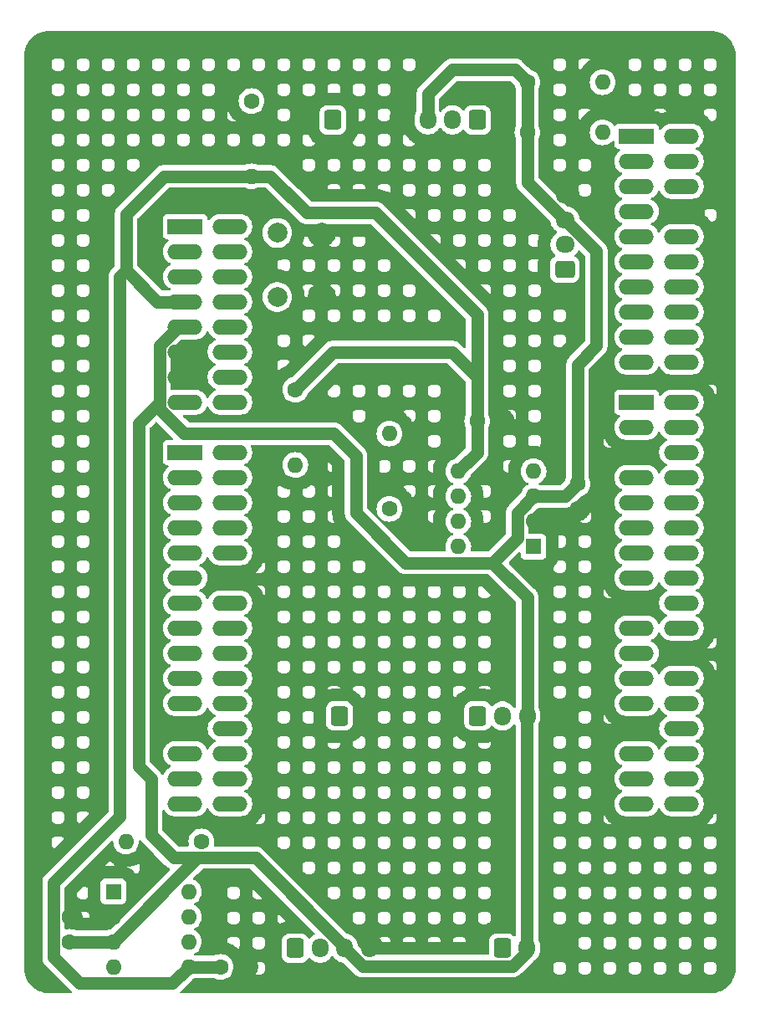
<source format=gbr>
%TF.GenerationSoftware,KiCad,Pcbnew,8.0.1*%
%TF.CreationDate,2024-04-17T22:19:00+09:00*%
%TF.ProjectId,F767ZI_header,46373637-5a49-45f6-9865-616465722e6b,rev?*%
%TF.SameCoordinates,Original*%
%TF.FileFunction,Copper,L2,Bot*%
%TF.FilePolarity,Positive*%
%FSLAX46Y46*%
G04 Gerber Fmt 4.6, Leading zero omitted, Abs format (unit mm)*
G04 Created by KiCad (PCBNEW 8.0.1) date 2024-04-17 22:19:00*
%MOMM*%
%LPD*%
G01*
G04 APERTURE LIST*
G04 Aperture macros list*
%AMRoundRect*
0 Rectangle with rounded corners*
0 $1 Rounding radius*
0 $2 $3 $4 $5 $6 $7 $8 $9 X,Y pos of 4 corners*
0 Add a 4 corners polygon primitive as box body*
4,1,4,$2,$3,$4,$5,$6,$7,$8,$9,$2,$3,0*
0 Add four circle primitives for the rounded corners*
1,1,$1+$1,$2,$3*
1,1,$1+$1,$4,$5*
1,1,$1+$1,$6,$7*
1,1,$1+$1,$8,$9*
0 Add four rect primitives between the rounded corners*
20,1,$1+$1,$2,$3,$4,$5,0*
20,1,$1+$1,$4,$5,$6,$7,0*
20,1,$1+$1,$6,$7,$8,$9,0*
20,1,$1+$1,$8,$9,$2,$3,0*%
G04 Aperture macros list end*
%TA.AperFunction,ComponentPad*%
%ADD10O,1.600000X1.600000*%
%TD*%
%TA.AperFunction,ComponentPad*%
%ADD11R,1.600000X1.600000*%
%TD*%
%TA.AperFunction,ComponentPad*%
%ADD12RoundRect,0.250000X-0.600000X-0.725000X0.600000X-0.725000X0.600000X0.725000X-0.600000X0.725000X0*%
%TD*%
%TA.AperFunction,ComponentPad*%
%ADD13O,1.700000X1.950000*%
%TD*%
%TA.AperFunction,ComponentPad*%
%ADD14C,1.600000*%
%TD*%
%TA.AperFunction,ComponentPad*%
%ADD15R,3.530000X1.530000*%
%TD*%
%TA.AperFunction,ComponentPad*%
%ADD16O,3.530000X1.530000*%
%TD*%
%TA.AperFunction,ComponentPad*%
%ADD17C,2.000000*%
%TD*%
%TA.AperFunction,ComponentPad*%
%ADD18RoundRect,0.250000X0.600000X0.725000X-0.600000X0.725000X-0.600000X-0.725000X0.600000X-0.725000X0*%
%TD*%
%TA.AperFunction,ComponentPad*%
%ADD19RoundRect,0.250000X0.725000X-0.600000X0.725000X0.600000X-0.725000X0.600000X-0.725000X-0.600000X0*%
%TD*%
%TA.AperFunction,ComponentPad*%
%ADD20O,1.950000X1.700000*%
%TD*%
%TA.AperFunction,Conductor*%
%ADD21C,1.270000*%
%TD*%
G04 APERTURE END LIST*
D10*
%TO.P,U1,8,STBY*%
%TO.N,unconnected-(U1-STBY-Pad8)*%
X171450000Y-137795000D03*
%TO.P,U1,7,CANH*%
%TO.N,CAN1H*%
X171450000Y-140335000D03*
%TO.P,U1,6,CANL*%
%TO.N,CAN1L*%
X171450000Y-142875000D03*
%TO.P,U1,5,Vio*%
%TO.N,+3V3*%
X171450000Y-145415000D03*
%TO.P,U1,4,RXD*%
%TO.N,CAN1_RD*%
X163830000Y-145415000D03*
%TO.P,U1,3,VDD*%
%TO.N,+5V*%
X163830000Y-142875000D03*
%TO.P,U1,2,VSS*%
%TO.N,GND*%
X163830000Y-140335000D03*
D11*
%TO.P,U1,1,TXD*%
%TO.N,CAN1_TD*%
X163830000Y-137795000D03*
%TD*%
D12*
%TO.P,J3,1,Pin_1*%
%TO.N,CAN2H*%
X200720000Y-120015000D03*
D13*
%TO.P,J3,2,Pin_2*%
%TO.N,CAN2L*%
X203220000Y-120015000D03*
%TO.P,J3,3,Pin_3*%
%TO.N,+5V*%
X205720000Y-120015000D03*
%TO.P,J3,4,Pin_4*%
%TO.N,GND*%
X208220000Y-120015000D03*
%TD*%
D14*
%TO.P,C1,1*%
%TO.N,+5V*%
X210820000Y-96520000D03*
%TO.P,C1,2*%
%TO.N,GND*%
X210820000Y-99020000D03*
%TD*%
D11*
%TO.P,U2,1,TXD*%
%TO.N,CAN2_TD*%
X206365000Y-102870000D03*
D10*
%TO.P,U2,2,VSS*%
%TO.N,GND*%
X206365000Y-100330000D03*
%TO.P,U2,3,VDD*%
%TO.N,+5V*%
X206365000Y-97790000D03*
%TO.P,U2,4,RXD*%
%TO.N,CAN2_RD*%
X206365000Y-95250000D03*
%TO.P,U2,5,Vio*%
%TO.N,+3V3*%
X198745000Y-95250000D03*
%TO.P,U2,6,CANL*%
%TO.N,CAN2L*%
X198745000Y-97790000D03*
%TO.P,U2,7,CANH*%
%TO.N,CAN2H*%
X198745000Y-100330000D03*
%TO.P,U2,8,STBY*%
%TO.N,unconnected-(U2-STBY-Pad8)*%
X198745000Y-102870000D03*
%TD*%
%TO.P,R7,2*%
%TO.N,I2C1_SCL*%
X213360000Y-60960000D03*
D14*
%TO.P,R7,1*%
%TO.N,+5V*%
X205740000Y-60960000D03*
%TD*%
D15*
%TO.P,A1,CN7_1,D16/PC_6/I2S_A_MCK*%
%TO.N,unconnected-(A1A-D16{slash}PC_6{slash}I2S_A_MCK-PadCN7_1)*%
X216805000Y-61341000D03*
D16*
%TO.P,A1,CN7_2,D15/PB_8/I2C_A_SCL*%
%TO.N,I2C1_SCL*%
X221345000Y-61341000D03*
%TO.P,A1,CN7_3,D17/PB_15/I2S_A_SD*%
%TO.N,unconnected-(A1A-D17{slash}PB_15{slash}I2S_A_SD-PadCN7_3)*%
X216805000Y-63881000D03*
%TO.P,A1,CN7_4,D14/PB_9/I2C_A_SDA*%
%TO.N,I2C1_SDA*%
X221345000Y-63881000D03*
%TO.P,A1,CN7_5,D18/PB_13/I2S_A_CK*%
%TO.N,unconnected-(A1A-D18{slash}PB_13{slash}I2S_A_CK-PadCN7_5)*%
X216805000Y-66421000D03*
%TO.P,A1,CN7_6,AREF/AVDD*%
%TO.N,unconnected-(A1A-AREF{slash}AVDD-PadCN7_6)*%
X221345000Y-66421000D03*
%TO.P,A1,CN7_7,D19/PB_12/I2S_A_WS*%
%TO.N,unconnected-(A1A-D19{slash}PB_12{slash}I2S_A_WS-PadCN7_7)*%
X216805000Y-68961000D03*
%TO.P,A1,CN7_8,GND_CN7*%
%TO.N,GND*%
X221345000Y-68961000D03*
%TO.P,A1,CN7_9,D20/PA_15/I2S_B_WS*%
%TO.N,unconnected-(A1A-D20{slash}PA_15{slash}I2S_B_WS-PadCN7_9)*%
X216805000Y-71501000D03*
%TO.P,A1,CN7_10,D13/PA_5/SPI_A_SCK*%
%TO.N,unconnected-(A1A-D13{slash}PA_5{slash}SPI_A_SCK-PadCN7_10)*%
X221345000Y-71501000D03*
%TO.P,A1,CN7_11,D21/PC_7/I2S_B_MCK*%
%TO.N,unconnected-(A1A-D21{slash}PC_7{slash}I2S_B_MCK-PadCN7_11)*%
X216805000Y-74041000D03*
%TO.P,A1,CN7_12,D12/PA_6/SPI_A_MISO*%
%TO.N,unconnected-(A1A-D12{slash}PA_6{slash}SPI_A_MISO-PadCN7_12)*%
X221345000Y-74041000D03*
%TO.P,A1,CN7_13,D22/PB_5/I2S_B_SD/SPI_B_MOSI*%
%TO.N,CAN2_RD*%
X216805000Y-76581000D03*
%TO.P,A1,CN7_14,D11/PA_7/SPI_A_MOSI/TIM_E_PWM1*%
%TO.N,unconnected-(A1A-D11{slash}PA_7{slash}SPI_A_MOSI{slash}TIM_E_PWM1-PadCN7_14)*%
X221345000Y-76581000D03*
%TO.P,A1,CN7_15,D23/PB_3/I2S_B_CK/SPI_B_SCK*%
%TO.N,unconnected-(A1A-D23{slash}PB_3{slash}I2S_B_CK{slash}SPI_B_SCK-PadCN7_15)*%
X216805000Y-79121000D03*
%TO.P,A1,CN7_16,D10/PD_14/SPI_A_CS/TIM_B_PWM3*%
%TO.N,unconnected-(A1A-D10{slash}PD_14{slash}SPI_A_CS{slash}TIM_B_PWM3-PadCN7_16)*%
X221345000Y-79121000D03*
%TO.P,A1,CN7_17,D24/PA_4/SPI_B_NSS*%
%TO.N,unconnected-(A1A-D24{slash}PA_4{slash}SPI_B_NSS-PadCN7_17)*%
X216805000Y-81661000D03*
%TO.P,A1,CN7_18,D9/PD_15/TIMER_B_PWM2*%
%TO.N,unconnected-(A1A-D9{slash}PD_15{slash}TIMER_B_PWM2-PadCN7_18)*%
X221345000Y-81661000D03*
%TO.P,A1,CN7_19,D25/PB_4/SPI_B_MISO*%
%TO.N,unconnected-(A1A-D25{slash}PB_4{slash}SPI_B_MISO-PadCN7_19)*%
X216805000Y-84201000D03*
%TO.P,A1,CN7_20,D8/PF_12/IO*%
%TO.N,unconnected-(A1A-D8{slash}PF_12{slash}IO-PadCN7_20)*%
X221345000Y-84201000D03*
D15*
%TO.P,A1,CN8_1,NC*%
%TO.N,unconnected-(A1B-NC-PadCN8_1)*%
X171085000Y-70485000D03*
D16*
%TO.P,A1,CN8_2,D43/PC_8/SDMMC_D0*%
%TO.N,unconnected-(A1B-D43{slash}PC_8{slash}SDMMC_D0-PadCN8_2)*%
X175625000Y-70485000D03*
%TO.P,A1,CN8_3,IOREF*%
%TO.N,unconnected-(A1B-IOREF-PadCN8_3)*%
X171085000Y-73025000D03*
%TO.P,A1,CN8_4,D44/PC_9/SDMMC_D1/I2S_A_CKIN*%
%TO.N,unconnected-(A1B-D44{slash}PC_9{slash}SDMMC_D1{slash}I2S_A_CKIN-PadCN8_4)*%
X175625000Y-73025000D03*
%TO.P,A1,CN8_5,RESET*%
%TO.N,NRST*%
X171085000Y-75565000D03*
%TO.P,A1,CN8_6,D45/PC_10/SDMMC_D2*%
%TO.N,unconnected-(A1B-D45{slash}PC_10{slash}SDMMC_D2-PadCN8_6)*%
X175625000Y-75565000D03*
%TO.P,A1,CN8_7,+3V3*%
%TO.N,+3V3*%
X171085000Y-78105000D03*
%TO.P,A1,CN8_8,D46/PC_11/SDMMC_D3*%
%TO.N,unconnected-(A1B-D46{slash}PC_11{slash}SDMMC_D3-PadCN8_8)*%
X175625000Y-78105000D03*
%TO.P,A1,CN8_9,+5V*%
%TO.N,+5V*%
X171085000Y-80645000D03*
%TO.P,A1,CN8_10,D47/PC_12/SDMMC_CK*%
%TO.N,UART_TX*%
X175625000Y-80645000D03*
%TO.P,A1,CN8_11,GND_CN8*%
%TO.N,GND*%
X171085000Y-83185000D03*
%TO.P,A1,CN8_12,D48/PD_2/SDMMC_CMD*%
%TO.N,UART_RX*%
X175625000Y-83185000D03*
%TO.P,A1,CN8_13,GND_CN8*%
%TO.N,GND*%
X171085000Y-85725000D03*
%TO.P,A1,CN8_14,D49/PG_2/IO*%
%TO.N,unconnected-(A1B-D49{slash}PG_2{slash}IO-PadCN8_14)*%
X175625000Y-85725000D03*
%TO.P,A1,CN8_15,VIN*%
%TO.N,unconnected-(A1B-VIN-PadCN8_15)*%
X171085000Y-88265000D03*
%TO.P,A1,CN8_16,D50/PG_3/IO*%
%TO.N,unconnected-(A1B-D50{slash}PG_3{slash}IO-PadCN8_16)*%
X175625000Y-88265000D03*
D15*
%TO.P,A1,CN9_1,A0/PA_3/ADC123_IN3*%
%TO.N,unconnected-(A1C-A0{slash}PA_3{slash}ADC123_IN3-PadCN9_1)*%
X171085000Y-93345000D03*
D16*
%TO.P,A1,CN9_2,D51/PD_7/USART_B_SCLK*%
%TO.N,unconnected-(A1C-D51{slash}PD_7{slash}USART_B_SCLK-PadCN9_2)*%
X175625000Y-93345000D03*
%TO.P,A1,CN9_3,A1/PC_0/ADC123_IN10*%
%TO.N,unconnected-(A1C-A1{slash}PC_0{slash}ADC123_IN10-PadCN9_3)*%
X171085000Y-95885000D03*
%TO.P,A1,CN9_4,D52/PD_6/USART_B_RX*%
%TO.N,unconnected-(A1C-D52{slash}PD_6{slash}USART_B_RX-PadCN9_4)*%
X175625000Y-95885000D03*
%TO.P,A1,CN9_5,A2/PC_3/ADC123_IN13*%
%TO.N,unconnected-(A1C-A2{slash}PC_3{slash}ADC123_IN13-PadCN9_5)*%
X171085000Y-98425000D03*
%TO.P,A1,CN9_6,D53/PD_5/USART_B_TX*%
%TO.N,unconnected-(A1C-D53{slash}PD_5{slash}USART_B_TX-PadCN9_6)*%
X175625000Y-98425000D03*
%TO.P,A1,CN9_7,A3/PF_3/ADC3_IN9*%
%TO.N,unconnected-(A1C-A3{slash}PF_3{slash}ADC3_IN9-PadCN9_7)*%
X171085000Y-100965000D03*
%TO.P,A1,CN9_8,D54/PD_4/USART_B_RTS*%
%TO.N,unconnected-(A1C-D54{slash}PD_4{slash}USART_B_RTS-PadCN9_8)*%
X175625000Y-100965000D03*
%TO.P,A1,CN9_9,A4/PF_5/ADC3_IN15/I2C1_SDA*%
%TO.N,unconnected-(A1C-A4{slash}PF_5{slash}ADC3_IN15{slash}I2C1_SDA-PadCN9_9)*%
X171085000Y-103505000D03*
%TO.P,A1,CN9_10,D55/PD_3/USART_B_CTS*%
%TO.N,unconnected-(A1C-D55{slash}PD_3{slash}USART_B_CTS-PadCN9_10)*%
X175625000Y-103505000D03*
%TO.P,A1,CN9_11,A5/PF_10/ADC3_IN8/I2C1_SCL*%
%TO.N,unconnected-(A1C-A5{slash}PF_10{slash}ADC3_IN8{slash}I2C1_SCL-PadCN9_11)*%
X171085000Y-106045000D03*
%TO.P,A1,CN9_12,GND_CN9*%
%TO.N,GND*%
X175625000Y-106045000D03*
%TO.P,A1,CN9_13,D72/NC*%
%TO.N,unconnected-(A1C-D72{slash}NC-PadCN9_13)*%
X171085000Y-108585000D03*
%TO.P,A1,CN9_14,D56/PE_2/SAI_A_MCLK*%
%TO.N,unconnected-(A1C-D56{slash}PE_2{slash}SAI_A_MCLK-PadCN9_14)*%
X175625000Y-108585000D03*
%TO.P,A1,CN9_15,D71/PA_7/IO*%
%TO.N,unconnected-(A1C-D71{slash}PA_7{slash}IO-PadCN9_15)*%
X171085000Y-111125000D03*
%TO.P,A1,CN9_16,D57/PE_4/SAI_A_FS*%
%TO.N,unconnected-(A1C-D57{slash}PE_4{slash}SAI_A_FS-PadCN9_16)*%
X175625000Y-111125000D03*
%TO.P,A1,CN9_17,D70/PF_2/I2C_B_SMBA*%
%TO.N,unconnected-(A1C-D70{slash}PF_2{slash}I2C_B_SMBA-PadCN9_17)*%
X171085000Y-113665000D03*
%TO.P,A1,CN9_18,D58/PE_5/SAI_A_SCK*%
%TO.N,unconnected-(A1C-D58{slash}PE_5{slash}SAI_A_SCK-PadCN9_18)*%
X175625000Y-113665000D03*
%TO.P,A1,CN9_19,D69/PF_1/I2C_B_SCL*%
%TO.N,unconnected-(A1C-D69{slash}PF_1{slash}I2C_B_SCL-PadCN9_19)*%
X171085000Y-116205000D03*
%TO.P,A1,CN9_20,D59/PE_6/SAI_A_SD*%
%TO.N,unconnected-(A1C-D59{slash}PE_6{slash}SAI_A_SD-PadCN9_20)*%
X175625000Y-116205000D03*
%TO.P,A1,CN9_21,D68/PF_0/I2C_B_SDA*%
%TO.N,unconnected-(A1C-D68{slash}PF_0{slash}I2C_B_SDA-PadCN9_21)*%
X171085000Y-118745000D03*
%TO.P,A1,CN9_22,D60/PE_3/SAI_B_SD*%
%TO.N,unconnected-(A1C-D60{slash}PE_3{slash}SAI_B_SD-PadCN9_22)*%
X175625000Y-118745000D03*
%TO.P,A1,CN9_23,GND_CN9*%
%TO.N,GND*%
X171085000Y-121285000D03*
%TO.P,A1,CN9_24,D61/PF_8/SAI_B_SCK*%
%TO.N,unconnected-(A1C-D61{slash}PF_8{slash}SAI_B_SCK-PadCN9_24)*%
X175625000Y-121285000D03*
%TO.P,A1,CN9_25,D67/PD_0/CAN_RX*%
%TO.N,CAN1_RD*%
X171085000Y-123825000D03*
%TO.P,A1,CN9_26,D62/PF_7/SAI_B_MCLK*%
%TO.N,unconnected-(A1C-D62{slash}PF_7{slash}SAI_B_MCLK-PadCN9_26)*%
X175625000Y-123825000D03*
%TO.P,A1,CN9_27,D66/PD_1/CAN_TX*%
%TO.N,CAN1_TD*%
X171085000Y-126365000D03*
%TO.P,A1,CN9_28,D63/PF_9/SAI_B_FS*%
%TO.N,unconnected-(A1C-D63{slash}PF_9{slash}SAI_B_FS-PadCN9_28)*%
X175625000Y-126365000D03*
%TO.P,A1,CN9_29,D65/PG_0/IO*%
%TO.N,EMER_SIG*%
X171085000Y-128905000D03*
%TO.P,A1,CN9_30,D64/PG_1/IO*%
%TO.N,EMER_SW*%
X175625000Y-128905000D03*
D15*
%TO.P,A1,CN10_1,AVDD_CN10*%
%TO.N,unconnected-(A1D-AVDD_CN10-PadCN10_1)*%
X216805000Y-88265000D03*
D16*
%TO.P,A1,CN10_2,D7/PF_13/IO*%
%TO.N,unconnected-(A1D-D7{slash}PF_13{slash}IO-PadCN10_2)*%
X221345000Y-88265000D03*
%TO.P,A1,CN10_3,AGND_CN10*%
%TO.N,unconnected-(A1D-AGND_CN10-PadCN10_3)*%
X216805000Y-90805000D03*
%TO.P,A1,CN10_4,D6/PE_9/TIMER_A_PWM1*%
%TO.N,unconnected-(A1D-D6{slash}PE_9{slash}TIMER_A_PWM1-PadCN10_4)*%
X221345000Y-90805000D03*
%TO.P,A1,CN10_5,GND_CN10*%
%TO.N,GND*%
X216805000Y-93345000D03*
%TO.P,A1,CN10_6,D5/PE_11/TIMER_A_PWM2*%
%TO.N,unconnected-(A1D-D5{slash}PE_11{slash}TIMER_A_PWM2-PadCN10_6)*%
X221345000Y-93345000D03*
%TO.P,A1,CN10_7,A6/PB_1/ADC_A_IN*%
%TO.N,unconnected-(A1D-A6{slash}PB_1{slash}ADC_A_IN-PadCN10_7)*%
X216805000Y-95885000D03*
%TO.P,A1,CN10_8,D4/PF_14/IO*%
%TO.N,unconnected-(A1D-D4{slash}PF_14{slash}IO-PadCN10_8)*%
X221345000Y-95885000D03*
%TO.P,A1,CN10_9,A7/PC_2/ADC_B_IN*%
%TO.N,unconnected-(A1D-A7{slash}PC_2{slash}ADC_B_IN-PadCN10_9)*%
X216805000Y-98425000D03*
%TO.P,A1,CN10_10,D3/PE_13/TIMER_A_PWM3*%
%TO.N,unconnected-(A1D-D3{slash}PE_13{slash}TIMER_A_PWM3-PadCN10_10)*%
X221345000Y-98425000D03*
%TO.P,A1,CN10_11,A8/PF_4/ADC_C_IN*%
%TO.N,unconnected-(A1D-A8{slash}PF_4{slash}ADC_C_IN-PadCN10_11)*%
X216805000Y-100965000D03*
%TO.P,A1,CN10_12,D2/PF_15/IO*%
%TO.N,unconnected-(A1D-D2{slash}PF_15{slash}IO-PadCN10_12)*%
X221345000Y-100965000D03*
%TO.P,A1,CN10_13,D26/PB_6/QSPI_CS*%
%TO.N,CAN2_TD*%
X216805000Y-103505000D03*
%TO.P,A1,CN10_14,D1/PG_14/USART_A_TX*%
%TO.N,unconnected-(A1D-D1{slash}PG_14{slash}USART_A_TX-PadCN10_14)*%
X221345000Y-103505000D03*
%TO.P,A1,CN10_15,D27/PB_2/QSPI_CLK*%
%TO.N,unconnected-(A1D-D27{slash}PB_2{slash}QSPI_CLK-PadCN10_15)*%
X216805000Y-106045000D03*
%TO.P,A1,CN10_16,D0/PG_9/USART_A_RX*%
%TO.N,unconnected-(A1D-D0{slash}PG_9{slash}USART_A_RX-PadCN10_16)*%
X221345000Y-106045000D03*
%TO.P,A1,CN10_17,GND_CN10*%
%TO.N,GND*%
X216805000Y-108585000D03*
%TO.P,A1,CN10_18,D42/PE_8/TIMER_A_PWM1N*%
%TO.N,unconnected-(A1D-D42{slash}PE_8{slash}TIMER_A_PWM1N-PadCN10_18)*%
X221345000Y-108585000D03*
%TO.P,A1,CN10_19,D28/PD_13/QSPI_BK1_IO3*%
%TO.N,unconnected-(A1D-D28{slash}PD_13{slash}QSPI_BK1_IO3-PadCN10_19)*%
X216805000Y-111125000D03*
%TO.P,A1,CN10_20,D41/PE_7/TIMER_A_ETR*%
%TO.N,unconnected-(A1D-D41{slash}PE_7{slash}TIMER_A_ETR-PadCN10_20)*%
X221345000Y-111125000D03*
%TO.P,A1,CN10_21,D29/PD_12/QSPI_BK1_IO1*%
%TO.N,unconnected-(A1D-D29{slash}PD_12{slash}QSPI_BK1_IO1-PadCN10_21)*%
X216805000Y-113665000D03*
%TO.P,A1,CN10_22,GND_CN10*%
%TO.N,GND*%
X221345000Y-113665000D03*
%TO.P,A1,CN10_23,D30/PD_11/QSPI_BK1_IO0*%
%TO.N,unconnected-(A1D-D30{slash}PD_11{slash}QSPI_BK1_IO0-PadCN10_23)*%
X216805000Y-116205000D03*
%TO.P,A1,CN10_24,D40/PE_10/TIMER_A_PWM2N*%
%TO.N,unconnected-(A1D-D40{slash}PE_10{slash}TIMER_A_PWM2N-PadCN10_24)*%
X221345000Y-116205000D03*
%TO.P,A1,CN10_25,D31/PE_2/QSPI_BK1_IO2*%
%TO.N,unconnected-(A1D-D31{slash}PE_2{slash}QSPI_BK1_IO2-PadCN10_25)*%
X216805000Y-118745000D03*
%TO.P,A1,CN10_26,D39/PE_12/TIMER_A_PWM3N*%
%TO.N,unconnected-(A1D-D39{slash}PE_12{slash}TIMER_A_PWM3N-PadCN10_26)*%
X221345000Y-118745000D03*
%TO.P,A1,CN10_27,GND_CN10*%
%TO.N,GND*%
X216805000Y-121285000D03*
%TO.P,A1,CN10_28,D38/PE_14/IO*%
%TO.N,unconnected-(A1D-D38{slash}PE_14{slash}IO-PadCN10_28)*%
X221345000Y-121285000D03*
%TO.P,A1,CN10_29,D32/PA_0/TIMER_C_PWM1*%
%TO.N,unconnected-(A1D-D32{slash}PA_0{slash}TIMER_C_PWM1-PadCN10_29)*%
X216805000Y-123825000D03*
%TO.P,A1,CN10_30,D37/PE_15/TIMER_A_BKIN1*%
%TO.N,unconnected-(A1D-D37{slash}PE_15{slash}TIMER_A_BKIN1-PadCN10_30)*%
X221345000Y-123825000D03*
%TO.P,A1,CN10_31,D33/PB_0/TIMER_D_PWM1*%
%TO.N,unconnected-(A1D-D33{slash}PB_0{slash}TIMER_D_PWM1-PadCN10_31)*%
X216805000Y-126365000D03*
%TO.P,A1,CN10_32,D36/PB_10/TIMER_C_PWM2*%
%TO.N,unconnected-(A1D-D36{slash}PB_10{slash}TIMER_C_PWM2-PadCN10_32)*%
X221345000Y-126365000D03*
%TO.P,A1,CN10_33,D34/PE_0/TIMER_B_ETR*%
%TO.N,unconnected-(A1D-D34{slash}PE_0{slash}TIMER_B_ETR-PadCN10_33)*%
X216805000Y-128905000D03*
%TO.P,A1,CN10_34,D35/PB_11/TIMER_C_PWM3*%
%TO.N,unconnected-(A1D-D35{slash}PB_11{slash}TIMER_C_PWM3-PadCN10_34)*%
X221345000Y-128905000D03*
%TD*%
D10*
%TO.P,R8,2*%
%TO.N,I2C1_SDA*%
X213360000Y-55880000D03*
D14*
%TO.P,R8,1*%
%TO.N,+5V*%
X205740000Y-55880000D03*
%TD*%
%TO.P,C4,1*%
%TO.N,+3V3*%
X174665000Y-145415000D03*
%TO.P,C4,2*%
%TO.N,GND*%
X177165000Y-145415000D03*
%TD*%
D17*
%TO.P,SW1,2,2*%
%TO.N,NRST*%
X180412000Y-77620000D03*
X180412000Y-71120000D03*
%TO.P,SW1,1,1*%
%TO.N,GND*%
X184912000Y-77620000D03*
X184912000Y-71120000D03*
%TD*%
D14*
%TO.P,R6,1*%
%TO.N,CAN1H*%
X172720000Y-132715000D03*
D10*
%TO.P,R6,2*%
%TO.N,CAN1L*%
X165100000Y-132715000D03*
%TD*%
D14*
%TO.P,C3,1*%
%TO.N,+5V*%
X159385000Y-142875000D03*
%TO.P,C3,2*%
%TO.N,GND*%
X159385000Y-140375000D03*
%TD*%
%TO.P,R1,1*%
%TO.N,NRST*%
X177800000Y-57785000D03*
D10*
%TO.P,R1,2*%
%TO.N,+3V3*%
X177800000Y-65405000D03*
%TD*%
D14*
%TO.P,C2,1*%
%TO.N,+3V3*%
X200660000Y-90170000D03*
%TO.P,C2,2*%
%TO.N,GND*%
X203160000Y-90170000D03*
%TD*%
D18*
%TO.P,J9,1,Pin_1*%
%TO.N,NRST*%
X186055000Y-59690000D03*
D13*
%TO.P,J9,2,Pin_2*%
%TO.N,GND*%
X183555000Y-59690000D03*
%TD*%
D19*
%TO.P,J7,1,Pin_1*%
%TO.N,I2C1_SCL*%
X209550000Y-74810000D03*
D20*
%TO.P,J7,2,Pin_2*%
%TO.N,I2C1_SDA*%
X209550000Y-72310000D03*
%TO.P,J7,3,Pin_3*%
%TO.N,+5V*%
X209550000Y-69810000D03*
%TO.P,J7,4,Pin_4*%
%TO.N,GND*%
X209550000Y-67310000D03*
%TD*%
D12*
%TO.P,J2,1,Pin_1*%
%TO.N,CAN1H*%
X182245000Y-143510000D03*
D13*
%TO.P,J2,2,Pin_2*%
%TO.N,CAN1L*%
X184745000Y-143510000D03*
%TO.P,J2,3,Pin_3*%
%TO.N,+5V*%
X187245000Y-143510000D03*
%TO.P,J2,4,Pin_4*%
%TO.N,GND*%
X189745000Y-143510000D03*
%TD*%
D12*
%TO.P,J6,1,Pin_1*%
%TO.N,EMER_SW*%
X186690000Y-120015000D03*
D13*
%TO.P,J6,2,Pin_2*%
%TO.N,GND*%
X189190000Y-120015000D03*
%TD*%
D18*
%TO.P,J4,1,Pin_1*%
%TO.N,UART_TX*%
X200660000Y-59690000D03*
D13*
%TO.P,J4,2,Pin_2*%
%TO.N,UART_RX*%
X198160000Y-59690000D03*
%TO.P,J4,3,Pin_3*%
%TO.N,+5V*%
X195660000Y-59690000D03*
%TO.P,J4,4,Pin_4*%
%TO.N,GND*%
X193160000Y-59690000D03*
%TD*%
D10*
%TO.P,R4,2*%
%TO.N,EMER_SW*%
X182245000Y-94615000D03*
D14*
%TO.P,R4,1*%
%TO.N,+3V3*%
X182245000Y-86995000D03*
%TD*%
D10*
%TO.P,R5,2*%
%TO.N,CAN2L*%
X191770000Y-91440000D03*
D14*
%TO.P,R5,1*%
%TO.N,CAN2H*%
X191770000Y-99060000D03*
%TD*%
D12*
%TO.P,J5,1,Pin_1*%
%TO.N,EMER_SIG*%
X203200000Y-143510000D03*
D13*
%TO.P,J5,2,Pin_2*%
%TO.N,+5V*%
X205700000Y-143510000D03*
%TO.P,J5,3,Pin_3*%
%TO.N,GND*%
X208200000Y-143510000D03*
%TD*%
D21*
%TO.N,+5V*%
X202200000Y-104505000D02*
X205720000Y-108025000D01*
X193405000Y-104505000D02*
X202200000Y-104505000D01*
X204730000Y-99425000D02*
X206365000Y-97790000D01*
X204730000Y-101975000D02*
X204730000Y-99425000D01*
X202200000Y-104505000D02*
X204730000Y-101975000D01*
X168485000Y-88927742D02*
X168485000Y-88265000D01*
X188387050Y-99487050D02*
X188387050Y-93700000D01*
X193405000Y-104505000D02*
X188387050Y-99487050D01*
X188387050Y-93700000D02*
X186127050Y-91440000D01*
X186127050Y-91440000D02*
X170997258Y-91440000D01*
X205720000Y-120015000D02*
X205720000Y-108025000D01*
X170997258Y-91440000D02*
X168485000Y-88927742D01*
X205700000Y-143876350D02*
X205700000Y-143510000D01*
X204256350Y-145320000D02*
X205700000Y-143876350D01*
X189047050Y-145320000D02*
X204256350Y-145320000D01*
X187245000Y-143517950D02*
X189047050Y-145320000D01*
X187245000Y-143510000D02*
X187245000Y-143517950D01*
%TO.N,+3V3*%
X200660000Y-79375000D02*
X200660000Y-85725000D01*
X183388000Y-69088000D02*
X190373000Y-69088000D01*
X179705000Y-65405000D02*
X183388000Y-69088000D01*
X177800000Y-65405000D02*
X179705000Y-65405000D01*
X190373000Y-69088000D02*
X200660000Y-79375000D01*
X164465000Y-75565000D02*
X165100000Y-74930000D01*
X157750000Y-136890000D02*
X164465000Y-130175000D01*
X164465000Y-130175000D02*
X164465000Y-75565000D01*
X157750000Y-144415000D02*
X157750000Y-136890000D01*
X160385000Y-147050000D02*
X157750000Y-144415000D01*
X169815000Y-147050000D02*
X160385000Y-147050000D01*
X171450000Y-145415000D02*
X169815000Y-147050000D01*
%TO.N,+5V*%
X205740000Y-55880000D02*
X205740000Y-60960000D01*
X204470000Y-54610000D02*
X205740000Y-55880000D01*
X198120000Y-54610000D02*
X204470000Y-54610000D01*
X195660000Y-57070000D02*
X198120000Y-54610000D01*
X195660000Y-59690000D02*
X195660000Y-57070000D01*
X205740000Y-66007950D02*
X209542050Y-69810000D01*
X205740000Y-60960000D02*
X205740000Y-66007950D01*
X209542050Y-69810000D02*
X209550000Y-69810000D01*
%TO.N,+3V3*%
X198120000Y-83185000D02*
X200660000Y-85725000D01*
X186055000Y-83185000D02*
X198120000Y-83185000D01*
X182245000Y-86995000D02*
X186055000Y-83185000D01*
X200660000Y-85725000D02*
X200660000Y-90170000D01*
X174665000Y-145415000D02*
X171450000Y-145415000D01*
%TO.N,+5V*%
X187245000Y-143385000D02*
X187245000Y-143510000D01*
X178210000Y-134350000D02*
X187245000Y-143385000D01*
X166370000Y-90380000D02*
X166370000Y-125115000D01*
X167640000Y-126385000D02*
X167640000Y-132080000D01*
X169910000Y-134350000D02*
X178210000Y-134350000D01*
X168485000Y-88265000D02*
X166370000Y-90380000D01*
X166370000Y-125115000D02*
X167640000Y-126385000D01*
X167640000Y-132080000D02*
X169910000Y-134350000D01*
X187237050Y-143502050D02*
X187245000Y-143510000D01*
X163830000Y-142875000D02*
X172355000Y-134350000D01*
X205700000Y-120035000D02*
X205720000Y-120015000D01*
X205700000Y-143510000D02*
X205700000Y-120035000D01*
X159385000Y-142875000D02*
X163830000Y-142875000D01*
X168485000Y-82522258D02*
X168485000Y-88265000D01*
%TO.N,+3V3*%
X165100000Y-74930000D02*
X168275000Y-78105000D01*
X168275000Y-78105000D02*
X172085000Y-78105000D01*
X165100000Y-69215000D02*
X165100000Y-74930000D01*
X177800000Y-65405000D02*
X168910000Y-65405000D01*
X168910000Y-65405000D02*
X165100000Y-69215000D01*
%TO.N,+5V*%
X206365000Y-97790000D02*
X209550000Y-97790000D01*
X209550000Y-97790000D02*
X210820000Y-96520000D01*
X212725000Y-82550000D02*
X210820000Y-84455000D01*
X212725000Y-72977050D02*
X212725000Y-82550000D01*
X209557950Y-69810000D02*
X212725000Y-72977050D01*
X209550000Y-69810000D02*
X209557950Y-69810000D01*
X210820000Y-84455000D02*
X210820000Y-96520000D01*
%TO.N,+3V3*%
X200660000Y-93335000D02*
X198745000Y-95250000D01*
X200660000Y-90170000D02*
X200660000Y-93335000D01*
%TO.N,+5V*%
X170362258Y-80645000D02*
X168485000Y-82522258D01*
X172085000Y-80645000D02*
X170362258Y-80645000D01*
%TD*%
%TA.AperFunction,Conductor*%
%TO.N,GND*%
G36*
X224333736Y-50665726D02*
G01*
X224623796Y-50683271D01*
X224638659Y-50685076D01*
X224920798Y-50736780D01*
X224935335Y-50740363D01*
X225209172Y-50825695D01*
X225223163Y-50831000D01*
X225484743Y-50948727D01*
X225497989Y-50955680D01*
X225743465Y-51104075D01*
X225755776Y-51112573D01*
X225981573Y-51289473D01*
X225992781Y-51299403D01*
X226195596Y-51502218D01*
X226205526Y-51513426D01*
X226325481Y-51666538D01*
X226382422Y-51739217D01*
X226390928Y-51751540D01*
X226539316Y-51997004D01*
X226546275Y-52010263D01*
X226663997Y-52271831D01*
X226669306Y-52285832D01*
X226754635Y-52559663D01*
X226758219Y-52574201D01*
X226809923Y-52856340D01*
X226811728Y-52871205D01*
X226829274Y-53161263D01*
X226829500Y-53168750D01*
X226829500Y-145586249D01*
X226829274Y-145593736D01*
X226811728Y-145883794D01*
X226809923Y-145898659D01*
X226758219Y-146180798D01*
X226754635Y-146195336D01*
X226669306Y-146469167D01*
X226663997Y-146483168D01*
X226546275Y-146744736D01*
X226539316Y-146757995D01*
X226390928Y-147003459D01*
X226382422Y-147015782D01*
X226205526Y-147241573D01*
X226195596Y-147252781D01*
X225992781Y-147455596D01*
X225981573Y-147465526D01*
X225755782Y-147642422D01*
X225743459Y-147650928D01*
X225497995Y-147799316D01*
X225484736Y-147806275D01*
X225223168Y-147923997D01*
X225209167Y-147929306D01*
X224935336Y-148014635D01*
X224920798Y-148018219D01*
X224638659Y-148069923D01*
X224623794Y-148071728D01*
X224333736Y-148089274D01*
X224326249Y-148089500D01*
X170680701Y-148089500D01*
X170613662Y-148069815D01*
X170567907Y-148017011D01*
X170557963Y-147947853D01*
X170586988Y-147884297D01*
X170593006Y-147877832D01*
X170681111Y-147789728D01*
X170681110Y-147789728D01*
X171780940Y-146689898D01*
X171836522Y-146657808D01*
X171896496Y-146641739D01*
X172067242Y-146562117D01*
X172119647Y-146550500D01*
X173995353Y-146550500D01*
X174047757Y-146562117D01*
X174218504Y-146641739D01*
X174438308Y-146700635D01*
X174600230Y-146714801D01*
X174664998Y-146720468D01*
X174665000Y-146720468D01*
X174665002Y-146720468D01*
X174721673Y-146715509D01*
X174891692Y-146700635D01*
X175111496Y-146641739D01*
X175317734Y-146545568D01*
X175504139Y-146415047D01*
X175665047Y-146254139D01*
X175752641Y-146129041D01*
X178232146Y-146129041D01*
X178320165Y-146165500D01*
X178778835Y-146165500D01*
X179066390Y-146046390D01*
X179185500Y-145758834D01*
X179185500Y-145300165D01*
X179066390Y-145012609D01*
X178778835Y-144893500D01*
X178360798Y-144893500D01*
X178379313Y-144938199D01*
X178469343Y-145390809D01*
X178469343Y-145439191D01*
X178379313Y-145891801D01*
X178360798Y-145936501D01*
X178232146Y-146129041D01*
X175752641Y-146129041D01*
X175795568Y-146067734D01*
X175891739Y-145861496D01*
X175950635Y-145641692D01*
X175970468Y-145415000D01*
X175950635Y-145188308D01*
X175891739Y-144968504D01*
X175795568Y-144762266D01*
X175665047Y-144575861D01*
X175665045Y-144575858D01*
X175504141Y-144414954D01*
X175317734Y-144284432D01*
X175317732Y-144284431D01*
X175111497Y-144188261D01*
X175111488Y-144188258D01*
X174891697Y-144129366D01*
X174891693Y-144129365D01*
X174891692Y-144129365D01*
X174891691Y-144129364D01*
X174891686Y-144129364D01*
X174665002Y-144109532D01*
X174664998Y-144109532D01*
X174438313Y-144129364D01*
X174438302Y-144129366D01*
X174218511Y-144188258D01*
X174218502Y-144188261D01*
X174047758Y-144267882D01*
X173995353Y-144279500D01*
X172119647Y-144279500D01*
X172067238Y-144267880D01*
X172044721Y-144257379D01*
X171992283Y-144211204D01*
X171973134Y-144144010D01*
X171993353Y-144077130D01*
X172044721Y-144032619D01*
X172102734Y-144005568D01*
X172289139Y-143875047D01*
X172450047Y-143714139D01*
X172580568Y-143527734D01*
X172676739Y-143321496D01*
X172735635Y-143101692D01*
X172749280Y-142945734D01*
X175373500Y-142945734D01*
X175466416Y-142970631D01*
X175471613Y-142972146D01*
X175514093Y-142985541D01*
X175519220Y-142987281D01*
X175571224Y-143006212D01*
X175576263Y-143008172D01*
X175617364Y-143025198D01*
X175622313Y-143027376D01*
X175878697Y-143146931D01*
X175883550Y-143149324D01*
X175923039Y-143169881D01*
X175927781Y-143172483D01*
X175975705Y-143200152D01*
X175980331Y-143202959D01*
X176017863Y-143226870D01*
X176022360Y-143229875D01*
X176254090Y-143392132D01*
X176258452Y-143395330D01*
X176293760Y-143422422D01*
X176297979Y-143425808D01*
X176340375Y-143461381D01*
X176344442Y-143464948D01*
X176377270Y-143495028D01*
X176381180Y-143498771D01*
X176429098Y-143546689D01*
X176526390Y-143506390D01*
X176645500Y-143218834D01*
X177913500Y-143218834D01*
X178032609Y-143506390D01*
X178320165Y-143625500D01*
X178778835Y-143625500D01*
X179066390Y-143506390D01*
X179185500Y-143218834D01*
X179185500Y-142760165D01*
X179066390Y-142472609D01*
X178778835Y-142353500D01*
X178320165Y-142353500D01*
X178032609Y-142472609D01*
X177913500Y-142760165D01*
X177913500Y-143218834D01*
X176645500Y-143218834D01*
X176645500Y-142760165D01*
X176526390Y-142472609D01*
X176238835Y-142353500D01*
X175780165Y-142353500D01*
X175492609Y-142472609D01*
X175373500Y-142760165D01*
X175373500Y-142945734D01*
X172749280Y-142945734D01*
X172755468Y-142875000D01*
X172735635Y-142648308D01*
X172686697Y-142465668D01*
X172676741Y-142428511D01*
X172676738Y-142428502D01*
X172642412Y-142354890D01*
X172580568Y-142222266D01*
X172450047Y-142035861D01*
X172450045Y-142035858D01*
X172289141Y-141874954D01*
X172102734Y-141744432D01*
X172102728Y-141744429D01*
X172044725Y-141717382D01*
X171992285Y-141671210D01*
X171973133Y-141604017D01*
X171993348Y-141537135D01*
X172044725Y-141492618D01*
X172102734Y-141465568D01*
X172289139Y-141335047D01*
X172450047Y-141174139D01*
X172580568Y-140987734D01*
X172676739Y-140781496D01*
X172704247Y-140678834D01*
X175373500Y-140678834D01*
X175492609Y-140966390D01*
X175780165Y-141085500D01*
X176238835Y-141085500D01*
X176526390Y-140966390D01*
X176645500Y-140678834D01*
X177913500Y-140678834D01*
X178032609Y-140966390D01*
X178320165Y-141085500D01*
X178778835Y-141085500D01*
X179066390Y-140966390D01*
X179185500Y-140678834D01*
X180453500Y-140678834D01*
X180572609Y-140966390D01*
X180677825Y-141009972D01*
X180691415Y-141001591D01*
X180697661Y-140997985D01*
X180749918Y-140969809D01*
X180756365Y-140966572D01*
X180823250Y-140935385D01*
X180829872Y-140932528D01*
X180885020Y-140910620D01*
X180891795Y-140908154D01*
X181126201Y-140830478D01*
X181132680Y-140828526D01*
X181186403Y-140813923D01*
X181192975Y-140812327D01*
X181259110Y-140798171D01*
X180520163Y-140059224D01*
X180453500Y-140220165D01*
X180453500Y-140678834D01*
X179185500Y-140678834D01*
X179185500Y-140220165D01*
X179066390Y-139932609D01*
X178778835Y-139813500D01*
X178320165Y-139813500D01*
X178032609Y-139932609D01*
X177913500Y-140220165D01*
X177913500Y-140678834D01*
X176645500Y-140678834D01*
X176645500Y-140220165D01*
X176526390Y-139932609D01*
X176238835Y-139813500D01*
X175780165Y-139813500D01*
X175492609Y-139932609D01*
X175373500Y-140220165D01*
X175373500Y-140678834D01*
X172704247Y-140678834D01*
X172735635Y-140561692D01*
X172755468Y-140335000D01*
X172735635Y-140108308D01*
X172676739Y-139888504D01*
X172580568Y-139682266D01*
X172450047Y-139495861D01*
X172450045Y-139495858D01*
X172289141Y-139334954D01*
X172102734Y-139204432D01*
X172102728Y-139204429D01*
X172044725Y-139177382D01*
X171992285Y-139131210D01*
X171973133Y-139064017D01*
X171993348Y-138997135D01*
X172044725Y-138952618D01*
X172102734Y-138925568D01*
X172289139Y-138795047D01*
X172450047Y-138634139D01*
X172580568Y-138447734D01*
X172676739Y-138241496D01*
X172704247Y-138138834D01*
X175373500Y-138138834D01*
X175492609Y-138426390D01*
X175780165Y-138545500D01*
X176238835Y-138545500D01*
X176526390Y-138426390D01*
X176645500Y-138138834D01*
X177913500Y-138138834D01*
X178032609Y-138426390D01*
X178320165Y-138545500D01*
X178778835Y-138545500D01*
X178939775Y-138478836D01*
X177980163Y-137519224D01*
X177913500Y-137680165D01*
X177913500Y-138138834D01*
X176645500Y-138138834D01*
X176645500Y-137680165D01*
X176526390Y-137392609D01*
X176238835Y-137273500D01*
X175780165Y-137273500D01*
X175492609Y-137392609D01*
X175373500Y-137680165D01*
X175373500Y-138138834D01*
X172704247Y-138138834D01*
X172735635Y-138021692D01*
X172755468Y-137795000D01*
X172735635Y-137568308D01*
X172676739Y-137348504D01*
X172580568Y-137142266D01*
X172450047Y-136955861D01*
X172450045Y-136955858D01*
X172289141Y-136794954D01*
X172102734Y-136664432D01*
X172102732Y-136664431D01*
X172044876Y-136637452D01*
X171952022Y-136594153D01*
X171899584Y-136547981D01*
X171880432Y-136480788D01*
X171900648Y-136413907D01*
X171916747Y-136394091D01*
X172305339Y-136005500D01*
X172789020Y-135521819D01*
X172850343Y-135488334D01*
X172876701Y-135485500D01*
X177688299Y-135485500D01*
X177755338Y-135505185D01*
X177775980Y-135521819D01*
X184212571Y-141958410D01*
X184246056Y-142019733D01*
X184241072Y-142089425D01*
X184199200Y-142145358D01*
X184181185Y-142156576D01*
X184037180Y-142229951D01*
X183865215Y-142354889D01*
X183726398Y-142493706D01*
X183665075Y-142527190D01*
X183595383Y-142522206D01*
X183539450Y-142480334D01*
X183533178Y-142471120D01*
X183437712Y-142316344D01*
X183313657Y-142192289D01*
X183313656Y-142192288D01*
X183164334Y-142100186D01*
X182997797Y-142045001D01*
X182997795Y-142045000D01*
X182895010Y-142034500D01*
X181594998Y-142034500D01*
X181594981Y-142034501D01*
X181492203Y-142045000D01*
X181492200Y-142045001D01*
X181325668Y-142100185D01*
X181325663Y-142100187D01*
X181176342Y-142192289D01*
X181052289Y-142316342D01*
X180960187Y-142465663D01*
X180960185Y-142465668D01*
X180957885Y-142472609D01*
X180905001Y-142632203D01*
X180905001Y-142632204D01*
X180905000Y-142632204D01*
X180894500Y-142734983D01*
X180894500Y-144285001D01*
X180894501Y-144285018D01*
X180905000Y-144387796D01*
X180905001Y-144387799D01*
X180950894Y-144526294D01*
X180960186Y-144554334D01*
X181052288Y-144703656D01*
X181176344Y-144827712D01*
X181325666Y-144919814D01*
X181492203Y-144974999D01*
X181594991Y-144985500D01*
X182895008Y-144985499D01*
X182997797Y-144974999D01*
X183164334Y-144919814D01*
X183313656Y-144827712D01*
X183437712Y-144703656D01*
X183529814Y-144554334D01*
X183529814Y-144554331D01*
X183533178Y-144548879D01*
X183585126Y-144502154D01*
X183654088Y-144490931D01*
X183718170Y-144518774D01*
X183726398Y-144526294D01*
X183865213Y-144665109D01*
X184037179Y-144790048D01*
X184037181Y-144790049D01*
X184037184Y-144790051D01*
X184226588Y-144886557D01*
X184428757Y-144952246D01*
X184638713Y-144985500D01*
X184638714Y-144985500D01*
X184851286Y-144985500D01*
X184851287Y-144985500D01*
X185061243Y-144952246D01*
X185263412Y-144886557D01*
X185452816Y-144790051D01*
X185491059Y-144762266D01*
X185624786Y-144665109D01*
X185624788Y-144665106D01*
X185624792Y-144665104D01*
X185775104Y-144514792D01*
X185894683Y-144350204D01*
X185950011Y-144307540D01*
X186019624Y-144301561D01*
X186081420Y-144334166D01*
X186095313Y-144350199D01*
X186142360Y-144414954D01*
X186214896Y-144514792D01*
X186365213Y-144665109D01*
X186537179Y-144790048D01*
X186537181Y-144790049D01*
X186537184Y-144790051D01*
X186596406Y-144820226D01*
X186726583Y-144886555D01*
X186726585Y-144886555D01*
X186726588Y-144886557D01*
X186828936Y-144919812D01*
X186928756Y-144952246D01*
X186999756Y-144963491D01*
X187060893Y-144973174D01*
X187124028Y-145003103D01*
X187129177Y-145007966D01*
X188180939Y-146059728D01*
X188307322Y-146186111D01*
X188403719Y-146256148D01*
X188451919Y-146291168D01*
X188492489Y-146311839D01*
X188533061Y-146332511D01*
X188533062Y-146332512D01*
X188559097Y-146345777D01*
X188611170Y-146372310D01*
X188781153Y-146427541D01*
X188869782Y-146441578D01*
X188957680Y-146455500D01*
X188957684Y-146455500D01*
X204345720Y-146455500D01*
X204433618Y-146441578D01*
X204522247Y-146427541D01*
X204650543Y-146385853D01*
X204692231Y-146372309D01*
X204851482Y-146291167D01*
X204996078Y-146186111D01*
X205122461Y-146059728D01*
X205181020Y-146001169D01*
X205181033Y-146001154D01*
X205423353Y-145758834D01*
X208393500Y-145758834D01*
X208512609Y-146046390D01*
X208800165Y-146165500D01*
X209258835Y-146165500D01*
X209546390Y-146046390D01*
X209665500Y-145758834D01*
X210933500Y-145758834D01*
X211052609Y-146046390D01*
X211340165Y-146165500D01*
X211798835Y-146165500D01*
X212086390Y-146046390D01*
X212205500Y-145758834D01*
X213473500Y-145758834D01*
X213592609Y-146046390D01*
X213880165Y-146165500D01*
X214338835Y-146165500D01*
X214626390Y-146046390D01*
X214745500Y-145758834D01*
X216013500Y-145758834D01*
X216132609Y-146046390D01*
X216420165Y-146165500D01*
X216878835Y-146165500D01*
X217166390Y-146046390D01*
X217285500Y-145758834D01*
X218553500Y-145758834D01*
X218672609Y-146046390D01*
X218960165Y-146165500D01*
X219418835Y-146165500D01*
X219706390Y-146046390D01*
X219825500Y-145758834D01*
X221093500Y-145758834D01*
X221212609Y-146046390D01*
X221500165Y-146165500D01*
X221958835Y-146165500D01*
X222246390Y-146046390D01*
X222365500Y-145758834D01*
X223633500Y-145758834D01*
X223752609Y-146046390D01*
X224040165Y-146165500D01*
X224498835Y-146165500D01*
X224786390Y-146046390D01*
X224905500Y-145758834D01*
X224905500Y-145300165D01*
X224786390Y-145012609D01*
X224498835Y-144893500D01*
X224040165Y-144893500D01*
X223752609Y-145012609D01*
X223633500Y-145300165D01*
X223633500Y-145758834D01*
X222365500Y-145758834D01*
X222365500Y-145300165D01*
X222246390Y-145012609D01*
X221958835Y-144893500D01*
X221500165Y-144893500D01*
X221212609Y-145012609D01*
X221093500Y-145300165D01*
X221093500Y-145758834D01*
X219825500Y-145758834D01*
X219825500Y-145300165D01*
X219706390Y-145012609D01*
X219418835Y-144893500D01*
X218960165Y-144893500D01*
X218672609Y-145012609D01*
X218553500Y-145300165D01*
X218553500Y-145758834D01*
X217285500Y-145758834D01*
X217285500Y-145300165D01*
X217166390Y-145012609D01*
X216878835Y-144893500D01*
X216420165Y-144893500D01*
X216132609Y-145012609D01*
X216013500Y-145300165D01*
X216013500Y-145758834D01*
X214745500Y-145758834D01*
X214745500Y-145300165D01*
X214626390Y-145012609D01*
X214338835Y-144893500D01*
X213880165Y-144893500D01*
X213592609Y-145012609D01*
X213473500Y-145300165D01*
X213473500Y-145758834D01*
X212205500Y-145758834D01*
X212205500Y-145300165D01*
X212086390Y-145012609D01*
X211798835Y-144893500D01*
X211340165Y-144893500D01*
X211052609Y-145012609D01*
X210933500Y-145300165D01*
X210933500Y-145758834D01*
X209665500Y-145758834D01*
X209665500Y-145300165D01*
X209546390Y-145012609D01*
X209258835Y-144893500D01*
X208800165Y-144893500D01*
X208512609Y-145012609D01*
X208393500Y-145300165D01*
X208393500Y-145758834D01*
X205423353Y-145758834D01*
X206361964Y-144820223D01*
X206393352Y-144797419D01*
X206407816Y-144790051D01*
X206446061Y-144762265D01*
X206558055Y-144680897D01*
X206579792Y-144665104D01*
X206730104Y-144514792D01*
X206730106Y-144514788D01*
X206730109Y-144514786D01*
X206855048Y-144342820D01*
X206855047Y-144342820D01*
X206855051Y-144342816D01*
X206951557Y-144153412D01*
X207017246Y-143951243D01*
X207050500Y-143741287D01*
X207050500Y-143278713D01*
X207041016Y-143218834D01*
X210933500Y-143218834D01*
X211052609Y-143506390D01*
X211340165Y-143625500D01*
X211798835Y-143625500D01*
X212086390Y-143506390D01*
X212205500Y-143218834D01*
X213473500Y-143218834D01*
X213592609Y-143506390D01*
X213880165Y-143625500D01*
X214338835Y-143625500D01*
X214626390Y-143506390D01*
X214745500Y-143218834D01*
X216013500Y-143218834D01*
X216132609Y-143506390D01*
X216420165Y-143625500D01*
X216878835Y-143625500D01*
X217166390Y-143506390D01*
X217285500Y-143218834D01*
X218553500Y-143218834D01*
X218672609Y-143506390D01*
X218960165Y-143625500D01*
X219418835Y-143625500D01*
X219706390Y-143506390D01*
X219825500Y-143218834D01*
X221093500Y-143218834D01*
X221212609Y-143506390D01*
X221500165Y-143625500D01*
X221958835Y-143625500D01*
X222246390Y-143506390D01*
X222365500Y-143218834D01*
X223633500Y-143218834D01*
X223752609Y-143506390D01*
X224040165Y-143625500D01*
X224498835Y-143625500D01*
X224786390Y-143506390D01*
X224905500Y-143218834D01*
X224905500Y-142760165D01*
X224786390Y-142472609D01*
X224498835Y-142353500D01*
X224040165Y-142353500D01*
X223752609Y-142472609D01*
X223633500Y-142760165D01*
X223633500Y-143218834D01*
X222365500Y-143218834D01*
X222365500Y-142760165D01*
X222246390Y-142472609D01*
X221958835Y-142353500D01*
X221500165Y-142353500D01*
X221212609Y-142472609D01*
X221093500Y-142760165D01*
X221093500Y-143218834D01*
X219825500Y-143218834D01*
X219825500Y-142760165D01*
X219706390Y-142472609D01*
X219418835Y-142353500D01*
X218960165Y-142353500D01*
X218672609Y-142472609D01*
X218553500Y-142760165D01*
X218553500Y-143218834D01*
X217285500Y-143218834D01*
X217285500Y-142760165D01*
X217166390Y-142472609D01*
X216878835Y-142353500D01*
X216420165Y-142353500D01*
X216132609Y-142472609D01*
X216013500Y-142760165D01*
X216013500Y-143218834D01*
X214745500Y-143218834D01*
X214745500Y-142760165D01*
X214626390Y-142472609D01*
X214338835Y-142353500D01*
X213880165Y-142353500D01*
X213592609Y-142472609D01*
X213473500Y-142760165D01*
X213473500Y-143218834D01*
X212205500Y-143218834D01*
X212205500Y-142760165D01*
X212086390Y-142472609D01*
X211798835Y-142353500D01*
X211340165Y-142353500D01*
X211052609Y-142472609D01*
X210933500Y-142760165D01*
X210933500Y-143218834D01*
X207041016Y-143218834D01*
X207017246Y-143068757D01*
X206951557Y-142866588D01*
X206855051Y-142677184D01*
X206855049Y-142677182D01*
X206855046Y-142677175D01*
X206853774Y-142675099D01*
X206853508Y-142674156D01*
X206852839Y-142672843D01*
X206853100Y-142672709D01*
X206835500Y-142610308D01*
X206835500Y-140678834D01*
X208393500Y-140678834D01*
X208512609Y-140966390D01*
X208800165Y-141085500D01*
X209258835Y-141085500D01*
X209546390Y-140966390D01*
X209665500Y-140678834D01*
X210933500Y-140678834D01*
X211052609Y-140966390D01*
X211340165Y-141085500D01*
X211798835Y-141085500D01*
X212086390Y-140966390D01*
X212205500Y-140678834D01*
X213473500Y-140678834D01*
X213592609Y-140966390D01*
X213880165Y-141085500D01*
X214338835Y-141085500D01*
X214626390Y-140966390D01*
X214745500Y-140678834D01*
X216013500Y-140678834D01*
X216132609Y-140966390D01*
X216420165Y-141085500D01*
X216878835Y-141085500D01*
X217166390Y-140966390D01*
X217285500Y-140678834D01*
X218553500Y-140678834D01*
X218672609Y-140966390D01*
X218960165Y-141085500D01*
X219418835Y-141085500D01*
X219706390Y-140966390D01*
X219825500Y-140678834D01*
X221093500Y-140678834D01*
X221212609Y-140966390D01*
X221500165Y-141085500D01*
X221958835Y-141085500D01*
X222246390Y-140966390D01*
X222365500Y-140678834D01*
X223633500Y-140678834D01*
X223752609Y-140966390D01*
X224040165Y-141085500D01*
X224498835Y-141085500D01*
X224786390Y-140966390D01*
X224905500Y-140678834D01*
X224905500Y-140220165D01*
X224786390Y-139932609D01*
X224498835Y-139813500D01*
X224040165Y-139813500D01*
X223752609Y-139932609D01*
X223633500Y-140220165D01*
X223633500Y-140678834D01*
X222365500Y-140678834D01*
X222365500Y-140220165D01*
X222246390Y-139932609D01*
X221958835Y-139813500D01*
X221500165Y-139813500D01*
X221212609Y-139932609D01*
X221093500Y-140220165D01*
X221093500Y-140678834D01*
X219825500Y-140678834D01*
X219825500Y-140220165D01*
X219706390Y-139932609D01*
X219418835Y-139813500D01*
X218960165Y-139813500D01*
X218672609Y-139932609D01*
X218553500Y-140220165D01*
X218553500Y-140678834D01*
X217285500Y-140678834D01*
X217285500Y-140220165D01*
X217166390Y-139932609D01*
X216878835Y-139813500D01*
X216420165Y-139813500D01*
X216132609Y-139932609D01*
X216013500Y-140220165D01*
X216013500Y-140678834D01*
X214745500Y-140678834D01*
X214745500Y-140220165D01*
X214626390Y-139932609D01*
X214338835Y-139813500D01*
X213880165Y-139813500D01*
X213592609Y-139932609D01*
X213473500Y-140220165D01*
X213473500Y-140678834D01*
X212205500Y-140678834D01*
X212205500Y-140220165D01*
X212086390Y-139932609D01*
X211798835Y-139813500D01*
X211340165Y-139813500D01*
X211052609Y-139932609D01*
X210933500Y-140220165D01*
X210933500Y-140678834D01*
X209665500Y-140678834D01*
X209665500Y-140220165D01*
X209546390Y-139932609D01*
X209258835Y-139813500D01*
X208800165Y-139813500D01*
X208512609Y-139932609D01*
X208393500Y-140220165D01*
X208393500Y-140678834D01*
X206835500Y-140678834D01*
X206835500Y-138138834D01*
X208393500Y-138138834D01*
X208512609Y-138426390D01*
X208800165Y-138545500D01*
X209258835Y-138545500D01*
X209546390Y-138426390D01*
X209665500Y-138138834D01*
X210933500Y-138138834D01*
X211052609Y-138426390D01*
X211340165Y-138545500D01*
X211798835Y-138545500D01*
X212086390Y-138426390D01*
X212205500Y-138138834D01*
X213473500Y-138138834D01*
X213592609Y-138426390D01*
X213880165Y-138545500D01*
X214338835Y-138545500D01*
X214626390Y-138426390D01*
X214745500Y-138138834D01*
X216013500Y-138138834D01*
X216132609Y-138426390D01*
X216420165Y-138545500D01*
X216878835Y-138545500D01*
X217166390Y-138426390D01*
X217285500Y-138138834D01*
X218553500Y-138138834D01*
X218672609Y-138426390D01*
X218960165Y-138545500D01*
X219418835Y-138545500D01*
X219706390Y-138426390D01*
X219825500Y-138138834D01*
X221093500Y-138138834D01*
X221212609Y-138426390D01*
X221500165Y-138545500D01*
X221958835Y-138545500D01*
X222246390Y-138426390D01*
X222365500Y-138138834D01*
X223633500Y-138138834D01*
X223752609Y-138426390D01*
X224040165Y-138545500D01*
X224498835Y-138545500D01*
X224786390Y-138426390D01*
X224905500Y-138138834D01*
X224905500Y-137680165D01*
X224786390Y-137392609D01*
X224498835Y-137273500D01*
X224040165Y-137273500D01*
X223752609Y-137392609D01*
X223633500Y-137680165D01*
X223633500Y-138138834D01*
X222365500Y-138138834D01*
X222365500Y-137680165D01*
X222246390Y-137392609D01*
X221958835Y-137273500D01*
X221500165Y-137273500D01*
X221212609Y-137392609D01*
X221093500Y-137680165D01*
X221093500Y-138138834D01*
X219825500Y-138138834D01*
X219825500Y-137680165D01*
X219706390Y-137392609D01*
X219418835Y-137273500D01*
X218960165Y-137273500D01*
X218672609Y-137392609D01*
X218553500Y-137680165D01*
X218553500Y-138138834D01*
X217285500Y-138138834D01*
X217285500Y-137680165D01*
X217166390Y-137392609D01*
X216878835Y-137273500D01*
X216420165Y-137273500D01*
X216132609Y-137392609D01*
X216013500Y-137680165D01*
X216013500Y-138138834D01*
X214745500Y-138138834D01*
X214745500Y-137680165D01*
X214626390Y-137392609D01*
X214338835Y-137273500D01*
X213880165Y-137273500D01*
X213592609Y-137392609D01*
X213473500Y-137680165D01*
X213473500Y-138138834D01*
X212205500Y-138138834D01*
X212205500Y-137680165D01*
X212086390Y-137392609D01*
X211798835Y-137273500D01*
X211340165Y-137273500D01*
X211052609Y-137392609D01*
X210933500Y-137680165D01*
X210933500Y-138138834D01*
X209665500Y-138138834D01*
X209665500Y-137680165D01*
X209546390Y-137392609D01*
X209258835Y-137273500D01*
X208800165Y-137273500D01*
X208512609Y-137392609D01*
X208393500Y-137680165D01*
X208393500Y-138138834D01*
X206835500Y-138138834D01*
X206835500Y-135598834D01*
X208393500Y-135598834D01*
X208512609Y-135886390D01*
X208800165Y-136005500D01*
X209258835Y-136005500D01*
X209546390Y-135886390D01*
X209665500Y-135598834D01*
X210933500Y-135598834D01*
X211052609Y-135886390D01*
X211340165Y-136005500D01*
X211798835Y-136005500D01*
X212086390Y-135886390D01*
X212205500Y-135598834D01*
X213473500Y-135598834D01*
X213592609Y-135886390D01*
X213880165Y-136005500D01*
X214338835Y-136005500D01*
X214626390Y-135886390D01*
X214745500Y-135598834D01*
X216013500Y-135598834D01*
X216132609Y-135886390D01*
X216420165Y-136005500D01*
X216878835Y-136005500D01*
X217166390Y-135886390D01*
X217285500Y-135598834D01*
X218553500Y-135598834D01*
X218672609Y-135886390D01*
X218960165Y-136005500D01*
X219418835Y-136005500D01*
X219706390Y-135886390D01*
X219825500Y-135598834D01*
X221093500Y-135598834D01*
X221212609Y-135886390D01*
X221500165Y-136005500D01*
X221958835Y-136005500D01*
X222246390Y-135886390D01*
X222365500Y-135598834D01*
X223633500Y-135598834D01*
X223752609Y-135886390D01*
X224040165Y-136005500D01*
X224498835Y-136005500D01*
X224786390Y-135886390D01*
X224905500Y-135598834D01*
X224905500Y-135140165D01*
X224786390Y-134852609D01*
X224498835Y-134733500D01*
X224040165Y-134733500D01*
X223752609Y-134852609D01*
X223633500Y-135140165D01*
X223633500Y-135598834D01*
X222365500Y-135598834D01*
X222365500Y-135140165D01*
X222246390Y-134852609D01*
X221958835Y-134733500D01*
X221500165Y-134733500D01*
X221212609Y-134852609D01*
X221093500Y-135140165D01*
X221093500Y-135598834D01*
X219825500Y-135598834D01*
X219825500Y-135140165D01*
X219706390Y-134852609D01*
X219418835Y-134733500D01*
X218960165Y-134733500D01*
X218672609Y-134852609D01*
X218553500Y-135140165D01*
X218553500Y-135598834D01*
X217285500Y-135598834D01*
X217285500Y-135140165D01*
X217166390Y-134852609D01*
X216878835Y-134733500D01*
X216420165Y-134733500D01*
X216132609Y-134852609D01*
X216013500Y-135140165D01*
X216013500Y-135598834D01*
X214745500Y-135598834D01*
X214745500Y-135140165D01*
X214626390Y-134852609D01*
X214338835Y-134733500D01*
X213880165Y-134733500D01*
X213592609Y-134852609D01*
X213473500Y-135140165D01*
X213473500Y-135598834D01*
X212205500Y-135598834D01*
X212205500Y-135140165D01*
X212086390Y-134852609D01*
X211798835Y-134733500D01*
X211340165Y-134733500D01*
X211052609Y-134852609D01*
X210933500Y-135140165D01*
X210933500Y-135598834D01*
X209665500Y-135598834D01*
X209665500Y-135140165D01*
X209546390Y-134852609D01*
X209258835Y-134733500D01*
X208800165Y-134733500D01*
X208512609Y-134852609D01*
X208393500Y-135140165D01*
X208393500Y-135598834D01*
X206835500Y-135598834D01*
X206835500Y-133058834D01*
X208393500Y-133058834D01*
X208512609Y-133346390D01*
X208800165Y-133465500D01*
X209258835Y-133465500D01*
X209546390Y-133346390D01*
X209665500Y-133058834D01*
X210933500Y-133058834D01*
X211052609Y-133346390D01*
X211340165Y-133465500D01*
X211798835Y-133465500D01*
X212086390Y-133346390D01*
X212205500Y-133058834D01*
X213473500Y-133058834D01*
X213592609Y-133346390D01*
X213880165Y-133465500D01*
X214338835Y-133465500D01*
X214626390Y-133346390D01*
X214745500Y-133058834D01*
X216013500Y-133058834D01*
X216132609Y-133346390D01*
X216420165Y-133465500D01*
X216878835Y-133465500D01*
X217166390Y-133346390D01*
X217285500Y-133058834D01*
X218553500Y-133058834D01*
X218672609Y-133346390D01*
X218960165Y-133465500D01*
X219418835Y-133465500D01*
X219706390Y-133346390D01*
X219825500Y-133058834D01*
X221093500Y-133058834D01*
X221212609Y-133346390D01*
X221500165Y-133465500D01*
X221958835Y-133465500D01*
X222246390Y-133346390D01*
X222365500Y-133058834D01*
X223633500Y-133058834D01*
X223752609Y-133346390D01*
X224040165Y-133465500D01*
X224498835Y-133465500D01*
X224786390Y-133346390D01*
X224905500Y-133058834D01*
X224905500Y-132600165D01*
X224786390Y-132312609D01*
X224498835Y-132193500D01*
X224040165Y-132193500D01*
X223752609Y-132312609D01*
X223633500Y-132600165D01*
X223633500Y-133058834D01*
X222365500Y-133058834D01*
X222365500Y-132600165D01*
X222246390Y-132312609D01*
X221958835Y-132193500D01*
X221500165Y-132193500D01*
X221212609Y-132312609D01*
X221093500Y-132600165D01*
X221093500Y-133058834D01*
X219825500Y-133058834D01*
X219825500Y-132600165D01*
X219706390Y-132312609D01*
X219418835Y-132193500D01*
X218960165Y-132193500D01*
X218672609Y-132312609D01*
X218553500Y-132600165D01*
X218553500Y-133058834D01*
X217285500Y-133058834D01*
X217285500Y-132600165D01*
X217166390Y-132312609D01*
X216878835Y-132193500D01*
X216420165Y-132193500D01*
X216132609Y-132312609D01*
X216013500Y-132600165D01*
X216013500Y-133058834D01*
X214745500Y-133058834D01*
X214745500Y-132600165D01*
X214626390Y-132312609D01*
X214338835Y-132193500D01*
X213880165Y-132193500D01*
X213592609Y-132312609D01*
X213473500Y-132600165D01*
X213473500Y-133058834D01*
X212205500Y-133058834D01*
X212205500Y-132600165D01*
X212086390Y-132312609D01*
X211798835Y-132193500D01*
X211340165Y-132193500D01*
X211052609Y-132312609D01*
X210933500Y-132600165D01*
X210933500Y-133058834D01*
X209665500Y-133058834D01*
X209665500Y-132600165D01*
X209546390Y-132312609D01*
X209258835Y-132193500D01*
X208800165Y-132193500D01*
X208512609Y-132312609D01*
X208393500Y-132600165D01*
X208393500Y-133058834D01*
X206835500Y-133058834D01*
X206835500Y-130518834D01*
X208393500Y-130518834D01*
X208512609Y-130806390D01*
X208800165Y-130925500D01*
X209258835Y-130925500D01*
X209546390Y-130806390D01*
X209665500Y-130518834D01*
X210933500Y-130518834D01*
X211052609Y-130806390D01*
X211340165Y-130925500D01*
X211798835Y-130925500D01*
X212086390Y-130806390D01*
X212205500Y-130518834D01*
X213473500Y-130518834D01*
X213592609Y-130806390D01*
X213880165Y-130925500D01*
X214275732Y-130925500D01*
X214215493Y-130881734D01*
X223934505Y-130881734D01*
X224040165Y-130925500D01*
X224498835Y-130925500D01*
X224786390Y-130806390D01*
X224905500Y-130518834D01*
X224905500Y-130060165D01*
X224786390Y-129772609D01*
X224734024Y-129750918D01*
X224716028Y-129806306D01*
X224714432Y-129810908D01*
X224700562Y-129848503D01*
X224698786Y-129853040D01*
X224679725Y-129899053D01*
X224677776Y-129903510D01*
X224661009Y-129939880D01*
X224658884Y-129944261D01*
X224545845Y-130166112D01*
X224543551Y-130170403D01*
X224523981Y-130205350D01*
X224521517Y-130209555D01*
X224495494Y-130252020D01*
X224492870Y-130256118D01*
X224470609Y-130289435D01*
X224467824Y-130293432D01*
X224321462Y-130494881D01*
X224318523Y-130498763D01*
X224293720Y-130530225D01*
X224290630Y-130533990D01*
X224258285Y-130571860D01*
X224255052Y-130575498D01*
X224227862Y-130604912D01*
X224224487Y-130608422D01*
X224048422Y-130784487D01*
X224044912Y-130787862D01*
X224015498Y-130815052D01*
X224011860Y-130818285D01*
X223973990Y-130850630D01*
X223970225Y-130853720D01*
X223938763Y-130878523D01*
X223934880Y-130881462D01*
X223934505Y-130881734D01*
X214215493Y-130881734D01*
X214215119Y-130881462D01*
X214211237Y-130878523D01*
X214179775Y-130853720D01*
X214176010Y-130850630D01*
X214138140Y-130818285D01*
X214134502Y-130815052D01*
X214105088Y-130787862D01*
X214101578Y-130784487D01*
X213925513Y-130608422D01*
X213922138Y-130604912D01*
X213894948Y-130575498D01*
X213891715Y-130571860D01*
X213859370Y-130533990D01*
X213856280Y-130530225D01*
X213831477Y-130498763D01*
X213828538Y-130494881D01*
X213682176Y-130293432D01*
X213679391Y-130289435D01*
X213657130Y-130256118D01*
X213654506Y-130252020D01*
X213628483Y-130209555D01*
X213626019Y-130205350D01*
X213606449Y-130170403D01*
X213604155Y-130166112D01*
X213507880Y-129977163D01*
X213473500Y-130060165D01*
X213473500Y-130518834D01*
X212205500Y-130518834D01*
X212205500Y-130060165D01*
X212086390Y-129772609D01*
X211798835Y-129653500D01*
X211340165Y-129653500D01*
X211052609Y-129772609D01*
X210933500Y-130060165D01*
X210933500Y-130518834D01*
X209665500Y-130518834D01*
X209665500Y-130060165D01*
X209546390Y-129772609D01*
X209258835Y-129653500D01*
X208800165Y-129653500D01*
X208512609Y-129772609D01*
X208393500Y-130060165D01*
X208393500Y-130518834D01*
X206835500Y-130518834D01*
X206835500Y-129004596D01*
X214539500Y-129004596D01*
X214570661Y-129201340D01*
X214570661Y-129201343D01*
X214632213Y-129390780D01*
X214632215Y-129390783D01*
X214722647Y-129568266D01*
X214839731Y-129729418D01*
X214980582Y-129870269D01*
X215141734Y-129987353D01*
X215284636Y-130060165D01*
X215319219Y-130077786D01*
X215508657Y-130139338D01*
X215508658Y-130139338D01*
X215508661Y-130139339D01*
X215705403Y-130170500D01*
X215705404Y-130170500D01*
X217904596Y-130170500D01*
X217904597Y-130170500D01*
X218101339Y-130139339D01*
X218101342Y-130139338D01*
X218101343Y-130139338D01*
X218290780Y-130077786D01*
X218290780Y-130077785D01*
X218290783Y-130077785D01*
X218468266Y-129987353D01*
X218629418Y-129870269D01*
X218770269Y-129729418D01*
X218887353Y-129568266D01*
X218964515Y-129416827D01*
X219012490Y-129366031D01*
X219080311Y-129349236D01*
X219146446Y-129371773D01*
X219185485Y-129416827D01*
X219262647Y-129568266D01*
X219379731Y-129729418D01*
X219520582Y-129870269D01*
X219681734Y-129987353D01*
X219824636Y-130060165D01*
X219859219Y-130077786D01*
X220048657Y-130139338D01*
X220048658Y-130139338D01*
X220048661Y-130139339D01*
X220245403Y-130170500D01*
X220245404Y-130170500D01*
X222444596Y-130170500D01*
X222444597Y-130170500D01*
X222641339Y-130139339D01*
X222641342Y-130139338D01*
X222641343Y-130139338D01*
X222830780Y-130077786D01*
X222830780Y-130077785D01*
X222830783Y-130077785D01*
X223008266Y-129987353D01*
X223169418Y-129870269D01*
X223310269Y-129729418D01*
X223427353Y-129568266D01*
X223517785Y-129390783D01*
X223525827Y-129366031D01*
X223579338Y-129201343D01*
X223579338Y-129201342D01*
X223579339Y-129201339D01*
X223610500Y-129004597D01*
X223610500Y-128805403D01*
X223579339Y-128608661D01*
X223579338Y-128608657D01*
X223579338Y-128608656D01*
X223517786Y-128419219D01*
X223451075Y-128288292D01*
X223427353Y-128241734D01*
X223310269Y-128080582D01*
X223169418Y-127939731D01*
X223008266Y-127822647D01*
X222856827Y-127745485D01*
X222806031Y-127697510D01*
X222789236Y-127629689D01*
X222811773Y-127563554D01*
X222856827Y-127524515D01*
X222866116Y-127519781D01*
X223008266Y-127447353D01*
X223169418Y-127330269D01*
X223310269Y-127189418D01*
X223427353Y-127028266D01*
X223517785Y-126850783D01*
X223528105Y-126819020D01*
X223579338Y-126661343D01*
X223579338Y-126661342D01*
X223579339Y-126661339D01*
X223610500Y-126464597D01*
X223610500Y-126265403D01*
X223579339Y-126068661D01*
X223579338Y-126068657D01*
X223579338Y-126068656D01*
X223517786Y-125879219D01*
X223472256Y-125789862D01*
X223427353Y-125701734D01*
X223310269Y-125540582D01*
X223169418Y-125399731D01*
X223008266Y-125282647D01*
X222856827Y-125205485D01*
X222806031Y-125157510D01*
X222789236Y-125089689D01*
X222811773Y-125023554D01*
X222856827Y-124984515D01*
X222866116Y-124979781D01*
X223008266Y-124907353D01*
X223169418Y-124790269D01*
X223310269Y-124649418D01*
X223427353Y-124488266D01*
X223517785Y-124310783D01*
X223525827Y-124286031D01*
X223579338Y-124121343D01*
X223579338Y-124121342D01*
X223579339Y-124121339D01*
X223610500Y-123924597D01*
X223610500Y-123725403D01*
X223579339Y-123528661D01*
X223579338Y-123528657D01*
X223579338Y-123528656D01*
X223517786Y-123339219D01*
X223500605Y-123305500D01*
X223427353Y-123161734D01*
X223310269Y-123000582D01*
X223169418Y-122859731D01*
X223008266Y-122742647D01*
X222980283Y-122728389D01*
X222856827Y-122665485D01*
X222806031Y-122617510D01*
X222789236Y-122549689D01*
X222811773Y-122483554D01*
X222856827Y-122444515D01*
X222866116Y-122439781D01*
X223008266Y-122367353D01*
X223169418Y-122250269D01*
X223310269Y-122109418D01*
X223427353Y-121948266D01*
X223517785Y-121770783D01*
X223579339Y-121581339D01*
X223610500Y-121384597D01*
X223610500Y-121185403D01*
X223579339Y-120988661D01*
X223579338Y-120988657D01*
X223579338Y-120988656D01*
X223517786Y-120799219D01*
X223476669Y-120718523D01*
X223427353Y-120621734D01*
X223310269Y-120460582D01*
X223169418Y-120319731D01*
X223008266Y-120202647D01*
X222856827Y-120125485D01*
X222806031Y-120077510D01*
X222789236Y-120009689D01*
X222811773Y-119943554D01*
X222856827Y-119904515D01*
X222866116Y-119899781D01*
X223008266Y-119827353D01*
X223169418Y-119710269D01*
X223310269Y-119569418D01*
X223427353Y-119408266D01*
X223517785Y-119230783D01*
X223527259Y-119201626D01*
X223579338Y-119041343D01*
X223579338Y-119041342D01*
X223579339Y-119041339D01*
X223610500Y-118844597D01*
X223610500Y-118645403D01*
X223579339Y-118448661D01*
X223579338Y-118448657D01*
X223579338Y-118448656D01*
X223517786Y-118259219D01*
X223445952Y-118118237D01*
X223427353Y-118081734D01*
X223310269Y-117920582D01*
X223169418Y-117779731D01*
X223008266Y-117662647D01*
X222856827Y-117585485D01*
X222806031Y-117537510D01*
X222789236Y-117469689D01*
X222811773Y-117403554D01*
X222856827Y-117364515D01*
X222866116Y-117359781D01*
X223008266Y-117287353D01*
X223169418Y-117170269D01*
X223310269Y-117029418D01*
X223427353Y-116868266D01*
X223517785Y-116690783D01*
X223525827Y-116666031D01*
X223579338Y-116501343D01*
X223579338Y-116501342D01*
X223579339Y-116501339D01*
X223610500Y-116304597D01*
X223610500Y-116105403D01*
X223579339Y-115908661D01*
X223579338Y-115908657D01*
X223579338Y-115908656D01*
X223517786Y-115719219D01*
X223500605Y-115685500D01*
X223427353Y-115541734D01*
X223310269Y-115380582D01*
X223169418Y-115239731D01*
X223008266Y-115122647D01*
X222830780Y-115032213D01*
X222641342Y-114970661D01*
X222493782Y-114947290D01*
X222444597Y-114939500D01*
X220245403Y-114939500D01*
X220179822Y-114949887D01*
X220048659Y-114970661D01*
X220048656Y-114970661D01*
X219859219Y-115032213D01*
X219681733Y-115122647D01*
X219622423Y-115165739D01*
X219520582Y-115239731D01*
X219520580Y-115239733D01*
X219520579Y-115239733D01*
X219379733Y-115380579D01*
X219379733Y-115380580D01*
X219379731Y-115380582D01*
X219329447Y-115449790D01*
X219262647Y-115541733D01*
X219185485Y-115693172D01*
X219137510Y-115743968D01*
X219069689Y-115760763D01*
X219003554Y-115738225D01*
X218964515Y-115693172D01*
X218899916Y-115566390D01*
X218887353Y-115541734D01*
X218770269Y-115380582D01*
X218629418Y-115239731D01*
X218468266Y-115122647D01*
X218316827Y-115045485D01*
X218266031Y-114997510D01*
X218249236Y-114929689D01*
X218271773Y-114863554D01*
X218316827Y-114824515D01*
X218332424Y-114816568D01*
X218468266Y-114747353D01*
X218629418Y-114630269D01*
X218770269Y-114489418D01*
X218825427Y-114413500D01*
X224136409Y-114413500D01*
X224224487Y-114501578D01*
X224227862Y-114505088D01*
X224255052Y-114534502D01*
X224258285Y-114538140D01*
X224290630Y-114576010D01*
X224293720Y-114579775D01*
X224318523Y-114611237D01*
X224321462Y-114615119D01*
X224467824Y-114816568D01*
X224470609Y-114820565D01*
X224492870Y-114853882D01*
X224495494Y-114857980D01*
X224521517Y-114900445D01*
X224523981Y-114904650D01*
X224543551Y-114939597D01*
X224545845Y-114943888D01*
X224658884Y-115165739D01*
X224661009Y-115170120D01*
X224677776Y-115206490D01*
X224679725Y-115210947D01*
X224698786Y-115256960D01*
X224700562Y-115261497D01*
X224714432Y-115299092D01*
X224716028Y-115303694D01*
X224792980Y-115540529D01*
X224794395Y-115545192D01*
X224794709Y-115546306D01*
X224905500Y-115278834D01*
X224905500Y-114820165D01*
X224786390Y-114532609D01*
X224498835Y-114413500D01*
X224136409Y-114413500D01*
X218825427Y-114413500D01*
X218887353Y-114328266D01*
X218977785Y-114150783D01*
X218985827Y-114126031D01*
X219039338Y-113961343D01*
X219039338Y-113961342D01*
X219039339Y-113961339D01*
X219070500Y-113764597D01*
X219070500Y-113565403D01*
X219039339Y-113368661D01*
X219039338Y-113368657D01*
X219039338Y-113368656D01*
X218977786Y-113179219D01*
X218938305Y-113101734D01*
X223934505Y-113101734D01*
X224040165Y-113145500D01*
X224498835Y-113145500D01*
X224786390Y-113026390D01*
X224905500Y-112738834D01*
X224905500Y-112280165D01*
X224786390Y-111992609D01*
X224734024Y-111970918D01*
X224716028Y-112026306D01*
X224714432Y-112030908D01*
X224700562Y-112068503D01*
X224698786Y-112073040D01*
X224679725Y-112119053D01*
X224677776Y-112123510D01*
X224661009Y-112159880D01*
X224658884Y-112164261D01*
X224545845Y-112386112D01*
X224543551Y-112390403D01*
X224523981Y-112425350D01*
X224521517Y-112429555D01*
X224495494Y-112472020D01*
X224492870Y-112476118D01*
X224470609Y-112509435D01*
X224467824Y-112513432D01*
X224321462Y-112714881D01*
X224318523Y-112718763D01*
X224293720Y-112750225D01*
X224290630Y-112753990D01*
X224258285Y-112791860D01*
X224255052Y-112795498D01*
X224227862Y-112824912D01*
X224224487Y-112828422D01*
X224048422Y-113004487D01*
X224044912Y-113007862D01*
X224015498Y-113035052D01*
X224011860Y-113038285D01*
X223973990Y-113070630D01*
X223970225Y-113073720D01*
X223938763Y-113098523D01*
X223934880Y-113101462D01*
X223934505Y-113101734D01*
X218938305Y-113101734D01*
X218936669Y-113098523D01*
X218887353Y-113001734D01*
X218770269Y-112840582D01*
X218629418Y-112699731D01*
X218468266Y-112582647D01*
X218316827Y-112505485D01*
X218266031Y-112457510D01*
X218249236Y-112389689D01*
X218271773Y-112323554D01*
X218316827Y-112284515D01*
X218326116Y-112279781D01*
X218468266Y-112207353D01*
X218629418Y-112090269D01*
X218770269Y-111949418D01*
X218887353Y-111788266D01*
X218964515Y-111636827D01*
X219012490Y-111586031D01*
X219080311Y-111569236D01*
X219146446Y-111591773D01*
X219185485Y-111636827D01*
X219262647Y-111788266D01*
X219379731Y-111949418D01*
X219520582Y-112090269D01*
X219681734Y-112207353D01*
X219824636Y-112280165D01*
X219859219Y-112297786D01*
X220048657Y-112359338D01*
X220048658Y-112359338D01*
X220048661Y-112359339D01*
X220245403Y-112390500D01*
X220245404Y-112390500D01*
X222444596Y-112390500D01*
X222444597Y-112390500D01*
X222641339Y-112359339D01*
X222641342Y-112359338D01*
X222641343Y-112359338D01*
X222830780Y-112297786D01*
X222830780Y-112297785D01*
X222830783Y-112297785D01*
X223008266Y-112207353D01*
X223169418Y-112090269D01*
X223310269Y-111949418D01*
X223427353Y-111788266D01*
X223517785Y-111610783D01*
X223525827Y-111586031D01*
X223579338Y-111421343D01*
X223579338Y-111421342D01*
X223579339Y-111421339D01*
X223610500Y-111224597D01*
X223610500Y-111025403D01*
X223579339Y-110828661D01*
X223579338Y-110828657D01*
X223579338Y-110828656D01*
X223517786Y-110639219D01*
X223500605Y-110605500D01*
X223427353Y-110461734D01*
X223310269Y-110300582D01*
X223169418Y-110159731D01*
X223008266Y-110042647D01*
X222856827Y-109965485D01*
X222806031Y-109917510D01*
X222789236Y-109849689D01*
X222811773Y-109783554D01*
X222856827Y-109744515D01*
X222866116Y-109739781D01*
X223008266Y-109667353D01*
X223169418Y-109550269D01*
X223310269Y-109409418D01*
X223427353Y-109248266D01*
X223517785Y-109070783D01*
X223525827Y-109046031D01*
X223579338Y-108881343D01*
X223579338Y-108881342D01*
X223579339Y-108881339D01*
X223610500Y-108684597D01*
X223610500Y-108485403D01*
X223579339Y-108288661D01*
X223579338Y-108288657D01*
X223579338Y-108288656D01*
X223517786Y-108099219D01*
X223476669Y-108018523D01*
X223427353Y-107921734D01*
X223310269Y-107760582D01*
X223169418Y-107619731D01*
X223008266Y-107502647D01*
X222856827Y-107425485D01*
X222806031Y-107377510D01*
X222789236Y-107309689D01*
X222811773Y-107243554D01*
X222856827Y-107204515D01*
X222872424Y-107196568D01*
X223008266Y-107127353D01*
X223169418Y-107010269D01*
X223310269Y-106869418D01*
X223427353Y-106708266D01*
X223517785Y-106530783D01*
X223525827Y-106506031D01*
X223579338Y-106341343D01*
X223579338Y-106341342D01*
X223579339Y-106341339D01*
X223610500Y-106144597D01*
X223610500Y-105945403D01*
X223579339Y-105748661D01*
X223579338Y-105748657D01*
X223579338Y-105748656D01*
X223517786Y-105559219D01*
X223475469Y-105476167D01*
X223427353Y-105381734D01*
X223310269Y-105220582D01*
X223169418Y-105079731D01*
X223008266Y-104962647D01*
X222856827Y-104885485D01*
X222806031Y-104837510D01*
X222789236Y-104769689D01*
X222811773Y-104703554D01*
X222856827Y-104664515D01*
X222927137Y-104628690D01*
X223008266Y-104587353D01*
X223169418Y-104470269D01*
X223310269Y-104329418D01*
X223427353Y-104168266D01*
X223517785Y-103990783D01*
X223525827Y-103966031D01*
X223579338Y-103801343D01*
X223579338Y-103801342D01*
X223579339Y-103801339D01*
X223610500Y-103604597D01*
X223610500Y-103405403D01*
X223579339Y-103208661D01*
X223579338Y-103208657D01*
X223579338Y-103208656D01*
X223517786Y-103019219D01*
X223500605Y-102985500D01*
X223427353Y-102841734D01*
X223310269Y-102680582D01*
X223169418Y-102539731D01*
X223008266Y-102422647D01*
X222856827Y-102345485D01*
X222806031Y-102297510D01*
X222789236Y-102229689D01*
X222811773Y-102163554D01*
X222856827Y-102124515D01*
X222866116Y-102119781D01*
X223008266Y-102047353D01*
X223169418Y-101930269D01*
X223310269Y-101789418D01*
X223427353Y-101628266D01*
X223517785Y-101450783D01*
X223525827Y-101426031D01*
X223579338Y-101261343D01*
X223579338Y-101261342D01*
X223579339Y-101261339D01*
X223610500Y-101064597D01*
X223610500Y-100865403D01*
X223579339Y-100668661D01*
X223579338Y-100668657D01*
X223579338Y-100668656D01*
X223517786Y-100479219D01*
X223459827Y-100365468D01*
X223427353Y-100301734D01*
X223310269Y-100140582D01*
X223169418Y-99999731D01*
X223008266Y-99882647D01*
X222856827Y-99805485D01*
X222806031Y-99757510D01*
X222789236Y-99689689D01*
X222811773Y-99623554D01*
X222856827Y-99584515D01*
X222872722Y-99576416D01*
X223008266Y-99507353D01*
X223169418Y-99390269D01*
X223310269Y-99249418D01*
X223427353Y-99088266D01*
X223517785Y-98910783D01*
X223525827Y-98886031D01*
X223579338Y-98721343D01*
X223579338Y-98721342D01*
X223579339Y-98721339D01*
X223610500Y-98524597D01*
X223610500Y-98325403D01*
X223579339Y-98128661D01*
X223579338Y-98128657D01*
X223579338Y-98128656D01*
X223517786Y-97939219D01*
X223467970Y-97841450D01*
X223427353Y-97761734D01*
X223310269Y-97600582D01*
X223169418Y-97459731D01*
X223008266Y-97342647D01*
X222856827Y-97265485D01*
X222806031Y-97217510D01*
X222789236Y-97149689D01*
X222811773Y-97083554D01*
X222856827Y-97044515D01*
X222897506Y-97023788D01*
X223008266Y-96967353D01*
X223169418Y-96850269D01*
X223310269Y-96709418D01*
X223427353Y-96548266D01*
X223517785Y-96370783D01*
X223525827Y-96346031D01*
X223579338Y-96181343D01*
X223579338Y-96181342D01*
X223579339Y-96181339D01*
X223610500Y-95984597D01*
X223610500Y-95785403D01*
X223579339Y-95588661D01*
X223579338Y-95588657D01*
X223579338Y-95588656D01*
X223517786Y-95399219D01*
X223481270Y-95327552D01*
X223427353Y-95221734D01*
X223310269Y-95060582D01*
X223169418Y-94919731D01*
X223008266Y-94802647D01*
X222856827Y-94725485D01*
X222806031Y-94677510D01*
X222789236Y-94609689D01*
X222811773Y-94543554D01*
X222856827Y-94504515D01*
X222866116Y-94499781D01*
X223008266Y-94427353D01*
X223169418Y-94310269D01*
X223310269Y-94169418D01*
X223427353Y-94008266D01*
X223517785Y-93830783D01*
X223579339Y-93641339D01*
X223610500Y-93444597D01*
X223610500Y-93245403D01*
X223579339Y-93048661D01*
X223579338Y-93048657D01*
X223579338Y-93048656D01*
X223517786Y-92859219D01*
X223465089Y-92755795D01*
X223427353Y-92681734D01*
X223310269Y-92520582D01*
X223169418Y-92379731D01*
X223008266Y-92262647D01*
X222856827Y-92185485D01*
X222806031Y-92137510D01*
X222789236Y-92069689D01*
X222811773Y-92003554D01*
X222856827Y-91964515D01*
X222926250Y-91929142D01*
X223008266Y-91887353D01*
X223169418Y-91770269D01*
X223310269Y-91629418D01*
X223427353Y-91468266D01*
X223517785Y-91290783D01*
X223525827Y-91266031D01*
X223579338Y-91101343D01*
X223579338Y-91101342D01*
X223579339Y-91101339D01*
X223610500Y-90904597D01*
X223610500Y-90705403D01*
X223579339Y-90508661D01*
X223579338Y-90508657D01*
X223579338Y-90508656D01*
X223517786Y-90319219D01*
X223467970Y-90221450D01*
X223427353Y-90141734D01*
X223310269Y-89980582D01*
X223169418Y-89839731D01*
X223008266Y-89722647D01*
X222856827Y-89645485D01*
X222806031Y-89597510D01*
X222789236Y-89529689D01*
X222811773Y-89463554D01*
X222856827Y-89424515D01*
X222871317Y-89417132D01*
X223008266Y-89347353D01*
X223169418Y-89230269D01*
X223310269Y-89089418D01*
X223427353Y-88928266D01*
X223517785Y-88750783D01*
X223525827Y-88726031D01*
X223579338Y-88561343D01*
X223579338Y-88561342D01*
X223579339Y-88561339D01*
X223610500Y-88364597D01*
X223610500Y-88165403D01*
X223579339Y-87968661D01*
X223579338Y-87968657D01*
X223579338Y-87968656D01*
X223517786Y-87779219D01*
X223450790Y-87647732D01*
X223427353Y-87601734D01*
X223310269Y-87440582D01*
X223169418Y-87299731D01*
X223008266Y-87182647D01*
X222929379Y-87142452D01*
X222830780Y-87092213D01*
X222641342Y-87030661D01*
X222493782Y-87007290D01*
X222444597Y-86999500D01*
X220245403Y-86999500D01*
X220179822Y-87009887D01*
X220048659Y-87030661D01*
X220048656Y-87030661D01*
X219859219Y-87092213D01*
X219681733Y-87182647D01*
X219627993Y-87221692D01*
X219520582Y-87299731D01*
X219520580Y-87299733D01*
X219520579Y-87299733D01*
X219379733Y-87440579D01*
X219379733Y-87440580D01*
X219379731Y-87440582D01*
X219347772Y-87484570D01*
X219294817Y-87557456D01*
X219239487Y-87600121D01*
X219169873Y-87606100D01*
X219108078Y-87573494D01*
X219073721Y-87512655D01*
X219070499Y-87484570D01*
X219070499Y-87452129D01*
X219070498Y-87452123D01*
X219070497Y-87452116D01*
X219064091Y-87392517D01*
X219051624Y-87359092D01*
X219013797Y-87257671D01*
X219013793Y-87257664D01*
X218927547Y-87142455D01*
X218927544Y-87142452D01*
X218812335Y-87056206D01*
X218812328Y-87056202D01*
X218677482Y-87005908D01*
X218677483Y-87005908D01*
X218617883Y-86999501D01*
X218617881Y-86999500D01*
X218617873Y-86999500D01*
X218617864Y-86999500D01*
X214992129Y-86999500D01*
X214992123Y-86999501D01*
X214932516Y-87005908D01*
X214797671Y-87056202D01*
X214797664Y-87056206D01*
X214682455Y-87142452D01*
X214682452Y-87142455D01*
X214596206Y-87257664D01*
X214596202Y-87257671D01*
X214545908Y-87392517D01*
X214540741Y-87440580D01*
X214539501Y-87452123D01*
X214539500Y-87452135D01*
X214539500Y-89077870D01*
X214539501Y-89077876D01*
X214545908Y-89137483D01*
X214596202Y-89272328D01*
X214596206Y-89272335D01*
X214682452Y-89387544D01*
X214682455Y-89387547D01*
X214797664Y-89473793D01*
X214797671Y-89473797D01*
X214932517Y-89524091D01*
X214932516Y-89524091D01*
X214939444Y-89524835D01*
X214992127Y-89530500D01*
X215024568Y-89530499D01*
X215091605Y-89550182D01*
X215137361Y-89602984D01*
X215147306Y-89672143D01*
X215118283Y-89735699D01*
X215097455Y-89754816D01*
X214980582Y-89839730D01*
X214839733Y-89980579D01*
X214839733Y-89980580D01*
X214839731Y-89980582D01*
X214789447Y-90049790D01*
X214722647Y-90141733D01*
X214632213Y-90319219D01*
X214570661Y-90508656D01*
X214570661Y-90508659D01*
X214539500Y-90705403D01*
X214539500Y-90904596D01*
X214570661Y-91101340D01*
X214570661Y-91101343D01*
X214632213Y-91290780D01*
X214632215Y-91290783D01*
X214722647Y-91468266D01*
X214839731Y-91629418D01*
X214980582Y-91770269D01*
X215141734Y-91887353D01*
X215223750Y-91929142D01*
X215319219Y-91977786D01*
X215508657Y-92039338D01*
X215508658Y-92039338D01*
X215508661Y-92039339D01*
X215705403Y-92070500D01*
X215705404Y-92070500D01*
X217904596Y-92070500D01*
X217904597Y-92070500D01*
X218101339Y-92039339D01*
X218101342Y-92039338D01*
X218101343Y-92039338D01*
X218290780Y-91977786D01*
X218290780Y-91977785D01*
X218290783Y-91977785D01*
X218468266Y-91887353D01*
X218629418Y-91770269D01*
X218770269Y-91629418D01*
X218887353Y-91468266D01*
X218964515Y-91316827D01*
X219012490Y-91266031D01*
X219080311Y-91249236D01*
X219146446Y-91271773D01*
X219185485Y-91316827D01*
X219262647Y-91468266D01*
X219379731Y-91629418D01*
X219520582Y-91770269D01*
X219681734Y-91887353D01*
X219751453Y-91922877D01*
X219833172Y-91964515D01*
X219883968Y-92012490D01*
X219900763Y-92080311D01*
X219878225Y-92146446D01*
X219833172Y-92185485D01*
X219681733Y-92262647D01*
X219589790Y-92329447D01*
X219520582Y-92379731D01*
X219520580Y-92379733D01*
X219520579Y-92379733D01*
X219379733Y-92520579D01*
X219379733Y-92520580D01*
X219379731Y-92520582D01*
X219343415Y-92570567D01*
X219262647Y-92681733D01*
X219172213Y-92859219D01*
X219110661Y-93048656D01*
X219110661Y-93048659D01*
X219079500Y-93245403D01*
X219079500Y-93444596D01*
X219110661Y-93641342D01*
X219172213Y-93830780D01*
X219252910Y-93989156D01*
X219262647Y-94008266D01*
X219379731Y-94169418D01*
X219520582Y-94310269D01*
X219681734Y-94427353D01*
X219751453Y-94462877D01*
X219833172Y-94504515D01*
X219883968Y-94552490D01*
X219900763Y-94620311D01*
X219878225Y-94686446D01*
X219833172Y-94725485D01*
X219681733Y-94802647D01*
X219627993Y-94841692D01*
X219520582Y-94919731D01*
X219520580Y-94919733D01*
X219520579Y-94919733D01*
X219379733Y-95060579D01*
X219379733Y-95060580D01*
X219379731Y-95060582D01*
X219329447Y-95129790D01*
X219262647Y-95221733D01*
X219185485Y-95373172D01*
X219137510Y-95423968D01*
X219069689Y-95440763D01*
X219003554Y-95418225D01*
X218964515Y-95373172D01*
X218910790Y-95267732D01*
X218887353Y-95221734D01*
X218770269Y-95060582D01*
X218629418Y-94919731D01*
X218468266Y-94802647D01*
X218422812Y-94779487D01*
X218290780Y-94712213D01*
X218101342Y-94650661D01*
X217909717Y-94620311D01*
X217904597Y-94619500D01*
X215705403Y-94619500D01*
X215700283Y-94620311D01*
X215508659Y-94650661D01*
X215508656Y-94650661D01*
X215319219Y-94712213D01*
X215141733Y-94802647D01*
X215087993Y-94841692D01*
X214980582Y-94919731D01*
X214980580Y-94919733D01*
X214980579Y-94919733D01*
X214839733Y-95060579D01*
X214839733Y-95060580D01*
X214839731Y-95060582D01*
X214789447Y-95129790D01*
X214722647Y-95221733D01*
X214632213Y-95399219D01*
X214570661Y-95588656D01*
X214570661Y-95588659D01*
X214539500Y-95785403D01*
X214539500Y-95984596D01*
X214570661Y-96181340D01*
X214570661Y-96181343D01*
X214632213Y-96370780D01*
X214686202Y-96476739D01*
X214722647Y-96548266D01*
X214839731Y-96709418D01*
X214980582Y-96850269D01*
X215141734Y-96967353D01*
X215210957Y-97002624D01*
X215293172Y-97044515D01*
X215343968Y-97092490D01*
X215360763Y-97160311D01*
X215338225Y-97226446D01*
X215293172Y-97265485D01*
X215141733Y-97342647D01*
X215089554Y-97380558D01*
X214980582Y-97459731D01*
X214980580Y-97459733D01*
X214980579Y-97459733D01*
X214839733Y-97600579D01*
X214839733Y-97600580D01*
X214839731Y-97600582D01*
X214803415Y-97650567D01*
X214722647Y-97761733D01*
X214632213Y-97939219D01*
X214570661Y-98128656D01*
X214570661Y-98128659D01*
X214539500Y-98325403D01*
X214539500Y-98524596D01*
X214570661Y-98721340D01*
X214570661Y-98721343D01*
X214632213Y-98910780D01*
X214686188Y-99016711D01*
X214722647Y-99088266D01*
X214839731Y-99249418D01*
X214980582Y-99390269D01*
X215141734Y-99507353D01*
X215208753Y-99541501D01*
X215293172Y-99584515D01*
X215343968Y-99632490D01*
X215360763Y-99700311D01*
X215338225Y-99766446D01*
X215293172Y-99805485D01*
X215141733Y-99882647D01*
X215086292Y-99922928D01*
X214980582Y-99999731D01*
X214980580Y-99999733D01*
X214980579Y-99999733D01*
X214839733Y-100140579D01*
X214839733Y-100140580D01*
X214839731Y-100140582D01*
X214822191Y-100164724D01*
X214722647Y-100301733D01*
X214632213Y-100479219D01*
X214570661Y-100668656D01*
X214570661Y-100668659D01*
X214539500Y-100865403D01*
X214539500Y-101064596D01*
X214570661Y-101261340D01*
X214570661Y-101261343D01*
X214632213Y-101450780D01*
X214678172Y-101540979D01*
X214722647Y-101628266D01*
X214839731Y-101789418D01*
X214980582Y-101930269D01*
X215141734Y-102047353D01*
X215211453Y-102082877D01*
X215293172Y-102124515D01*
X215343968Y-102172490D01*
X215360763Y-102240311D01*
X215338225Y-102306446D01*
X215293172Y-102345485D01*
X215141733Y-102422647D01*
X215049790Y-102489447D01*
X214980582Y-102539731D01*
X214980580Y-102539733D01*
X214980579Y-102539733D01*
X214839733Y-102680579D01*
X214839733Y-102680580D01*
X214839731Y-102680582D01*
X214789447Y-102749790D01*
X214722647Y-102841733D01*
X214632213Y-103019219D01*
X214570661Y-103208656D01*
X214570661Y-103208659D01*
X214539500Y-103405403D01*
X214539500Y-103604596D01*
X214570661Y-103801340D01*
X214570661Y-103801343D01*
X214632213Y-103990780D01*
X214650947Y-104027547D01*
X214722647Y-104168266D01*
X214839731Y-104329418D01*
X214980582Y-104470269D01*
X215141734Y-104587353D01*
X215211453Y-104622877D01*
X215293172Y-104664515D01*
X215343968Y-104712490D01*
X215360763Y-104780311D01*
X215338225Y-104846446D01*
X215293172Y-104885485D01*
X215141733Y-104962647D01*
X215049790Y-105029447D01*
X214980582Y-105079731D01*
X214980580Y-105079733D01*
X214980579Y-105079733D01*
X214839733Y-105220579D01*
X214839733Y-105220580D01*
X214839731Y-105220582D01*
X214822188Y-105244728D01*
X214722647Y-105381733D01*
X214632213Y-105559219D01*
X214570661Y-105748656D01*
X214570661Y-105748659D01*
X214539500Y-105945403D01*
X214539500Y-106144596D01*
X214570661Y-106341340D01*
X214570661Y-106341343D01*
X214632213Y-106530780D01*
X214632215Y-106530783D01*
X214722647Y-106708266D01*
X214839731Y-106869418D01*
X214980582Y-107010269D01*
X215141734Y-107127353D01*
X215277576Y-107196568D01*
X215319219Y-107217786D01*
X215508657Y-107279338D01*
X215508658Y-107279338D01*
X215508661Y-107279339D01*
X215705403Y-107310500D01*
X215705404Y-107310500D01*
X217904596Y-107310500D01*
X217904597Y-107310500D01*
X218101339Y-107279339D01*
X218101342Y-107279338D01*
X218101343Y-107279338D01*
X218290780Y-107217786D01*
X218290780Y-107217785D01*
X218290783Y-107217785D01*
X218468266Y-107127353D01*
X218629418Y-107010269D01*
X218770269Y-106869418D01*
X218887353Y-106708266D01*
X218964515Y-106556827D01*
X219012490Y-106506031D01*
X219080311Y-106489236D01*
X219146446Y-106511773D01*
X219185485Y-106556827D01*
X219262647Y-106708266D01*
X219379731Y-106869418D01*
X219520582Y-107010269D01*
X219681734Y-107127353D01*
X219743627Y-107158889D01*
X219833172Y-107204515D01*
X219883968Y-107252490D01*
X219900763Y-107320311D01*
X219878225Y-107386446D01*
X219833172Y-107425485D01*
X219681733Y-107502647D01*
X219520579Y-107619733D01*
X219379733Y-107760579D01*
X219379733Y-107760580D01*
X219379731Y-107760582D01*
X219329447Y-107829790D01*
X219262647Y-107921733D01*
X219172213Y-108099219D01*
X219110661Y-108288656D01*
X219110661Y-108288659D01*
X219079500Y-108485403D01*
X219079500Y-108684596D01*
X219110661Y-108881340D01*
X219110661Y-108881343D01*
X219172213Y-109070780D01*
X219172215Y-109070783D01*
X219262647Y-109248266D01*
X219379731Y-109409418D01*
X219520582Y-109550269D01*
X219681734Y-109667353D01*
X219751453Y-109702877D01*
X219833172Y-109744515D01*
X219883968Y-109792490D01*
X219900763Y-109860311D01*
X219878225Y-109926446D01*
X219833172Y-109965485D01*
X219681733Y-110042647D01*
X219589790Y-110109447D01*
X219520582Y-110159731D01*
X219520580Y-110159733D01*
X219520579Y-110159733D01*
X219379733Y-110300579D01*
X219379733Y-110300580D01*
X219379731Y-110300582D01*
X219329447Y-110369790D01*
X219262647Y-110461733D01*
X219185485Y-110613172D01*
X219137510Y-110663968D01*
X219069689Y-110680763D01*
X219003554Y-110658225D01*
X218964515Y-110613172D01*
X218887352Y-110461733D01*
X218770269Y-110300582D01*
X218629418Y-110159731D01*
X218468266Y-110042647D01*
X218290780Y-109952213D01*
X218101342Y-109890661D01*
X217909717Y-109860311D01*
X217904597Y-109859500D01*
X215705403Y-109859500D01*
X215700283Y-109860311D01*
X215508659Y-109890661D01*
X215508656Y-109890661D01*
X215319219Y-109952213D01*
X215141733Y-110042647D01*
X215049790Y-110109447D01*
X214980582Y-110159731D01*
X214980580Y-110159733D01*
X214980579Y-110159733D01*
X214839733Y-110300579D01*
X214839733Y-110300580D01*
X214839731Y-110300582D01*
X214789447Y-110369790D01*
X214722647Y-110461733D01*
X214632213Y-110639219D01*
X214570661Y-110828656D01*
X214570661Y-110828659D01*
X214539500Y-111025403D01*
X214539500Y-111224596D01*
X214570661Y-111421340D01*
X214570661Y-111421343D01*
X214632213Y-111610780D01*
X214632215Y-111610783D01*
X214722647Y-111788266D01*
X214839731Y-111949418D01*
X214980582Y-112090269D01*
X215141734Y-112207353D01*
X215211453Y-112242877D01*
X215293172Y-112284515D01*
X215343968Y-112332490D01*
X215360763Y-112400311D01*
X215338225Y-112466446D01*
X215293172Y-112505485D01*
X215141733Y-112582647D01*
X215049790Y-112649447D01*
X214980582Y-112699731D01*
X214980580Y-112699733D01*
X214980579Y-112699733D01*
X214839733Y-112840579D01*
X214839733Y-112840580D01*
X214839731Y-112840582D01*
X214789447Y-112909790D01*
X214722647Y-113001733D01*
X214632213Y-113179219D01*
X214570661Y-113368656D01*
X214570661Y-113368659D01*
X214539500Y-113565403D01*
X214539500Y-113764596D01*
X214570661Y-113961340D01*
X214570661Y-113961343D01*
X214632213Y-114150780D01*
X214632215Y-114150783D01*
X214722647Y-114328266D01*
X214839731Y-114489418D01*
X214980582Y-114630269D01*
X215141734Y-114747353D01*
X215211453Y-114782877D01*
X215293172Y-114824515D01*
X215343968Y-114872490D01*
X215360763Y-114940311D01*
X215338225Y-115006446D01*
X215293172Y-115045485D01*
X215141733Y-115122647D01*
X215082423Y-115165739D01*
X214980582Y-115239731D01*
X214980580Y-115239733D01*
X214980579Y-115239733D01*
X214839733Y-115380579D01*
X214839733Y-115380580D01*
X214839731Y-115380582D01*
X214789447Y-115449790D01*
X214722647Y-115541733D01*
X214632213Y-115719219D01*
X214570661Y-115908656D01*
X214570661Y-115908659D01*
X214539500Y-116105403D01*
X214539500Y-116304596D01*
X214570661Y-116501340D01*
X214570661Y-116501343D01*
X214632213Y-116690780D01*
X214632215Y-116690783D01*
X214722647Y-116868266D01*
X214839731Y-117029418D01*
X214980582Y-117170269D01*
X215141734Y-117287353D01*
X215200593Y-117317343D01*
X215293172Y-117364515D01*
X215343968Y-117412490D01*
X215360763Y-117480311D01*
X215338225Y-117546446D01*
X215293172Y-117585485D01*
X215141733Y-117662647D01*
X215055156Y-117725550D01*
X214980582Y-117779731D01*
X214980580Y-117779733D01*
X214980579Y-117779733D01*
X214839733Y-117920579D01*
X214839733Y-117920580D01*
X214839731Y-117920582D01*
X214813949Y-117956068D01*
X214722647Y-118081733D01*
X214632213Y-118259219D01*
X214570661Y-118448656D01*
X214570661Y-118448659D01*
X214539500Y-118645403D01*
X214539500Y-118844596D01*
X214570661Y-119041340D01*
X214570661Y-119041343D01*
X214632213Y-119230780D01*
X214703957Y-119371585D01*
X214722647Y-119408266D01*
X214839731Y-119569418D01*
X214980582Y-119710269D01*
X215141734Y-119827353D01*
X215284636Y-119900165D01*
X215319219Y-119917786D01*
X215508657Y-119979338D01*
X215508658Y-119979338D01*
X215508661Y-119979339D01*
X215705403Y-120010500D01*
X215705404Y-120010500D01*
X217904596Y-120010500D01*
X217904597Y-120010500D01*
X218101339Y-119979339D01*
X218101342Y-119979338D01*
X218101343Y-119979338D01*
X218290780Y-119917786D01*
X218290780Y-119917785D01*
X218290783Y-119917785D01*
X218468266Y-119827353D01*
X218629418Y-119710269D01*
X218770269Y-119569418D01*
X218887353Y-119408266D01*
X218964515Y-119256827D01*
X219012490Y-119206031D01*
X219080311Y-119189236D01*
X219146446Y-119211773D01*
X219185485Y-119256827D01*
X219262647Y-119408266D01*
X219379731Y-119569418D01*
X219520582Y-119710269D01*
X219681734Y-119827353D01*
X219751453Y-119862877D01*
X219833172Y-119904515D01*
X219883968Y-119952490D01*
X219900763Y-120020311D01*
X219878225Y-120086446D01*
X219833172Y-120125485D01*
X219681733Y-120202647D01*
X219589790Y-120269447D01*
X219520582Y-120319731D01*
X219520580Y-120319733D01*
X219520579Y-120319733D01*
X219379733Y-120460579D01*
X219379733Y-120460580D01*
X219379731Y-120460582D01*
X219329447Y-120529790D01*
X219262647Y-120621733D01*
X219172213Y-120799219D01*
X219110661Y-120988656D01*
X219110661Y-120988659D01*
X219100331Y-121053879D01*
X219079500Y-121185403D01*
X219079500Y-121384597D01*
X219085870Y-121424814D01*
X219110661Y-121581340D01*
X219110661Y-121581343D01*
X219172213Y-121770780D01*
X219172215Y-121770783D01*
X219262647Y-121948266D01*
X219379731Y-122109418D01*
X219520582Y-122250269D01*
X219681734Y-122367353D01*
X219723416Y-122388591D01*
X219833172Y-122444515D01*
X219883968Y-122492490D01*
X219900763Y-122560311D01*
X219878225Y-122626446D01*
X219833172Y-122665485D01*
X219681733Y-122742647D01*
X219589790Y-122809447D01*
X219520582Y-122859731D01*
X219520580Y-122859733D01*
X219520579Y-122859733D01*
X219379733Y-123000579D01*
X219379733Y-123000580D01*
X219379731Y-123000582D01*
X219329447Y-123069790D01*
X219262647Y-123161733D01*
X219185485Y-123313172D01*
X219137510Y-123363968D01*
X219069689Y-123380763D01*
X219003554Y-123358225D01*
X218964515Y-123313172D01*
X218887352Y-123161733D01*
X218770269Y-123000582D01*
X218629418Y-122859731D01*
X218468266Y-122742647D01*
X218440283Y-122728389D01*
X218290780Y-122652213D01*
X218101342Y-122590661D01*
X217909717Y-122560311D01*
X217904597Y-122559500D01*
X215705403Y-122559500D01*
X215700283Y-122560311D01*
X215508659Y-122590661D01*
X215508656Y-122590661D01*
X215319219Y-122652213D01*
X215141733Y-122742647D01*
X215049790Y-122809447D01*
X214980582Y-122859731D01*
X214980580Y-122859733D01*
X214980579Y-122859733D01*
X214839733Y-123000579D01*
X214839733Y-123000580D01*
X214839731Y-123000582D01*
X214789447Y-123069790D01*
X214722647Y-123161733D01*
X214632213Y-123339219D01*
X214570661Y-123528656D01*
X214570661Y-123528659D01*
X214539500Y-123725403D01*
X214539500Y-123924596D01*
X214570661Y-124121340D01*
X214570661Y-124121343D01*
X214632213Y-124310780D01*
X214632215Y-124310783D01*
X214722647Y-124488266D01*
X214839731Y-124649418D01*
X214980582Y-124790269D01*
X215141734Y-124907353D01*
X215211453Y-124942877D01*
X215293172Y-124984515D01*
X215343968Y-125032490D01*
X215360763Y-125100311D01*
X215338225Y-125166446D01*
X215293172Y-125205485D01*
X215141733Y-125282647D01*
X215049790Y-125349447D01*
X214980582Y-125399731D01*
X214980580Y-125399733D01*
X214980579Y-125399733D01*
X214839733Y-125540579D01*
X214839733Y-125540580D01*
X214839731Y-125540582D01*
X214789447Y-125609790D01*
X214722647Y-125701733D01*
X214632213Y-125879219D01*
X214570661Y-126068656D01*
X214570661Y-126068659D01*
X214539500Y-126265403D01*
X214539500Y-126464596D01*
X214570661Y-126661340D01*
X214570661Y-126661343D01*
X214632213Y-126850780D01*
X214695262Y-126974520D01*
X214722647Y-127028266D01*
X214839731Y-127189418D01*
X214980582Y-127330269D01*
X215141734Y-127447353D01*
X215211453Y-127482877D01*
X215293172Y-127524515D01*
X215343968Y-127572490D01*
X215360763Y-127640311D01*
X215338225Y-127706446D01*
X215293172Y-127745485D01*
X215141733Y-127822647D01*
X215049790Y-127889447D01*
X214980582Y-127939731D01*
X214980580Y-127939733D01*
X214980579Y-127939733D01*
X214839733Y-128080579D01*
X214839733Y-128080580D01*
X214839731Y-128080582D01*
X214789447Y-128149790D01*
X214722647Y-128241733D01*
X214632213Y-128419219D01*
X214570661Y-128608656D01*
X214570661Y-128608659D01*
X214539500Y-128805403D01*
X214539500Y-129004596D01*
X206835500Y-129004596D01*
X206835500Y-127978834D01*
X208393500Y-127978834D01*
X208512609Y-128266390D01*
X208800165Y-128385500D01*
X209258835Y-128385500D01*
X209546390Y-128266390D01*
X209665500Y-127978834D01*
X210933500Y-127978834D01*
X211052609Y-128266390D01*
X211340165Y-128385500D01*
X211798835Y-128385500D01*
X212086390Y-128266390D01*
X212205500Y-127978834D01*
X212205500Y-127520165D01*
X212086390Y-127232609D01*
X211798835Y-127113500D01*
X211340165Y-127113500D01*
X211052609Y-127232609D01*
X210933500Y-127520165D01*
X210933500Y-127978834D01*
X209665500Y-127978834D01*
X209665500Y-127520165D01*
X209546390Y-127232609D01*
X209258835Y-127113500D01*
X208800165Y-127113500D01*
X208512609Y-127232609D01*
X208393500Y-127520165D01*
X208393500Y-127978834D01*
X206835500Y-127978834D01*
X206835500Y-125438834D01*
X208393500Y-125438834D01*
X208512609Y-125726390D01*
X208800165Y-125845500D01*
X209258835Y-125845500D01*
X209546390Y-125726390D01*
X209665500Y-125438834D01*
X210933500Y-125438834D01*
X211052609Y-125726390D01*
X211340165Y-125845500D01*
X211798835Y-125845500D01*
X212086390Y-125726390D01*
X212205500Y-125438834D01*
X212205500Y-124980165D01*
X212086390Y-124692609D01*
X211798835Y-124573500D01*
X211340165Y-124573500D01*
X211052609Y-124692609D01*
X210933500Y-124980165D01*
X210933500Y-125438834D01*
X209665500Y-125438834D01*
X209665500Y-124980165D01*
X209546390Y-124692609D01*
X209258835Y-124573500D01*
X208800165Y-124573500D01*
X208512609Y-124692609D01*
X208393500Y-124980165D01*
X208393500Y-125438834D01*
X206835500Y-125438834D01*
X206835500Y-122898834D01*
X208393500Y-122898834D01*
X208512609Y-123186390D01*
X208800165Y-123305500D01*
X209258835Y-123305500D01*
X209546390Y-123186390D01*
X209665500Y-122898834D01*
X210933500Y-122898834D01*
X211052609Y-123186390D01*
X211340165Y-123305500D01*
X211798835Y-123305500D01*
X212086390Y-123186390D01*
X212205500Y-122898834D01*
X212205500Y-122440165D01*
X212086390Y-122152609D01*
X211798835Y-122033500D01*
X211340165Y-122033500D01*
X211052609Y-122152609D01*
X210933500Y-122440165D01*
X210933500Y-122898834D01*
X209665500Y-122898834D01*
X209665500Y-122440165D01*
X209546390Y-122152609D01*
X209258835Y-122033500D01*
X208800165Y-122033500D01*
X208512609Y-122152609D01*
X208393500Y-122440165D01*
X208393500Y-122898834D01*
X206835500Y-122898834D01*
X206835500Y-120942543D01*
X206855185Y-120875504D01*
X206859183Y-120869656D01*
X206875050Y-120847817D01*
X206875051Y-120847816D01*
X206971557Y-120658412D01*
X207037246Y-120456243D01*
X207052674Y-120358834D01*
X210933500Y-120358834D01*
X211052609Y-120646390D01*
X211340165Y-120765500D01*
X211798835Y-120765500D01*
X212086390Y-120646390D01*
X212205500Y-120358834D01*
X213473500Y-120358834D01*
X213592609Y-120646390D01*
X213880165Y-120765500D01*
X214275732Y-120765500D01*
X214215119Y-120721462D01*
X214211237Y-120718523D01*
X214179775Y-120693720D01*
X214176010Y-120690630D01*
X214138140Y-120658285D01*
X214134502Y-120655052D01*
X214105088Y-120627862D01*
X214101578Y-120624487D01*
X213925513Y-120448422D01*
X213922138Y-120444912D01*
X213894948Y-120415498D01*
X213891715Y-120411860D01*
X213859370Y-120373990D01*
X213856280Y-120370225D01*
X213831477Y-120338763D01*
X213828538Y-120334881D01*
X213682176Y-120133432D01*
X213679391Y-120129435D01*
X213657130Y-120096118D01*
X213654506Y-120092020D01*
X213628483Y-120049555D01*
X213626019Y-120045350D01*
X213606449Y-120010403D01*
X213604155Y-120006112D01*
X213507880Y-119817163D01*
X213473500Y-119900165D01*
X213473500Y-120358834D01*
X212205500Y-120358834D01*
X212205500Y-119900165D01*
X212086390Y-119612609D01*
X211798835Y-119493500D01*
X211340165Y-119493500D01*
X211052609Y-119612609D01*
X210933500Y-119900165D01*
X210933500Y-120358834D01*
X207052674Y-120358834D01*
X207070500Y-120246287D01*
X207070500Y-119783713D01*
X207037246Y-119573757D01*
X206971557Y-119371588D01*
X206875051Y-119182184D01*
X206875049Y-119182182D01*
X206875046Y-119182175D01*
X206873774Y-119180099D01*
X206873508Y-119179156D01*
X206872839Y-119177843D01*
X206873100Y-119177709D01*
X206855500Y-119115308D01*
X206855500Y-117818834D01*
X208393500Y-117818834D01*
X208512609Y-118106390D01*
X208800165Y-118225500D01*
X209258835Y-118225500D01*
X209546390Y-118106390D01*
X209665500Y-117818834D01*
X210933500Y-117818834D01*
X211052609Y-118106390D01*
X211340165Y-118225500D01*
X211798835Y-118225500D01*
X212086390Y-118106390D01*
X212205500Y-117818834D01*
X212205500Y-117360165D01*
X212086390Y-117072609D01*
X211798835Y-116953500D01*
X211340165Y-116953500D01*
X211052609Y-117072609D01*
X210933500Y-117360165D01*
X210933500Y-117818834D01*
X209665500Y-117818834D01*
X209665500Y-117360165D01*
X209546390Y-117072609D01*
X209258835Y-116953500D01*
X208800165Y-116953500D01*
X208512609Y-117072609D01*
X208393500Y-117360165D01*
X208393500Y-117818834D01*
X206855500Y-117818834D01*
X206855500Y-115278834D01*
X208393500Y-115278834D01*
X208512609Y-115566390D01*
X208800165Y-115685500D01*
X209258835Y-115685500D01*
X209546390Y-115566390D01*
X209665500Y-115278834D01*
X210933500Y-115278834D01*
X211052609Y-115566390D01*
X211340165Y-115685500D01*
X211798835Y-115685500D01*
X212086390Y-115566390D01*
X212205500Y-115278834D01*
X212205500Y-114820165D01*
X212086390Y-114532609D01*
X211798835Y-114413500D01*
X211340165Y-114413500D01*
X211052609Y-114532609D01*
X210933500Y-114820165D01*
X210933500Y-115278834D01*
X209665500Y-115278834D01*
X209665500Y-114820165D01*
X209546390Y-114532609D01*
X209258835Y-114413500D01*
X208800165Y-114413500D01*
X208512609Y-114532609D01*
X208393500Y-114820165D01*
X208393500Y-115278834D01*
X206855500Y-115278834D01*
X206855500Y-112738834D01*
X208393500Y-112738834D01*
X208512609Y-113026390D01*
X208800165Y-113145500D01*
X209258835Y-113145500D01*
X209546390Y-113026390D01*
X209665500Y-112738834D01*
X210933500Y-112738834D01*
X211052609Y-113026390D01*
X211340165Y-113145500D01*
X211798835Y-113145500D01*
X212086390Y-113026390D01*
X212205500Y-112738834D01*
X212205500Y-112280165D01*
X212086390Y-111992609D01*
X211798835Y-111873500D01*
X211340165Y-111873500D01*
X211052609Y-111992609D01*
X210933500Y-112280165D01*
X210933500Y-112738834D01*
X209665500Y-112738834D01*
X209665500Y-112280165D01*
X209546390Y-111992609D01*
X209258835Y-111873500D01*
X208800165Y-111873500D01*
X208512609Y-111992609D01*
X208393500Y-112280165D01*
X208393500Y-112738834D01*
X206855500Y-112738834D01*
X206855500Y-110198834D01*
X208393500Y-110198834D01*
X208512609Y-110486390D01*
X208800165Y-110605500D01*
X209258835Y-110605500D01*
X209546390Y-110486390D01*
X209665500Y-110198834D01*
X210933500Y-110198834D01*
X211052609Y-110486390D01*
X211340165Y-110605500D01*
X211798835Y-110605500D01*
X212086390Y-110486390D01*
X212205500Y-110198834D01*
X212205500Y-109740165D01*
X212086390Y-109452609D01*
X211798835Y-109333500D01*
X211340165Y-109333500D01*
X211052609Y-109452609D01*
X210933500Y-109740165D01*
X210933500Y-110198834D01*
X209665500Y-110198834D01*
X209665500Y-109740165D01*
X209546390Y-109452609D01*
X209258835Y-109333500D01*
X208800165Y-109333500D01*
X208512609Y-109452609D01*
X208393500Y-109740165D01*
X208393500Y-110198834D01*
X206855500Y-110198834D01*
X206855500Y-107935629D01*
X206841520Y-107847368D01*
X206827541Y-107759103D01*
X206794961Y-107658834D01*
X208393500Y-107658834D01*
X208512609Y-107946390D01*
X208800165Y-108065500D01*
X209258835Y-108065500D01*
X209546390Y-107946390D01*
X209665500Y-107658834D01*
X210933500Y-107658834D01*
X211052609Y-107946390D01*
X211340165Y-108065500D01*
X211798835Y-108065500D01*
X212086390Y-107946390D01*
X212205500Y-107658834D01*
X213473500Y-107658834D01*
X213592609Y-107946390D01*
X213880165Y-108065500D01*
X214275732Y-108065500D01*
X214215119Y-108021462D01*
X214211237Y-108018523D01*
X214179775Y-107993720D01*
X214176010Y-107990630D01*
X214138140Y-107958285D01*
X214134502Y-107955052D01*
X214105088Y-107927862D01*
X214101578Y-107924487D01*
X213925513Y-107748422D01*
X213922138Y-107744912D01*
X213894948Y-107715498D01*
X213891715Y-107711860D01*
X213859370Y-107673990D01*
X213856280Y-107670225D01*
X213831477Y-107638763D01*
X213828538Y-107634881D01*
X213682176Y-107433432D01*
X213679391Y-107429435D01*
X213657130Y-107396118D01*
X213654506Y-107392020D01*
X213628483Y-107349555D01*
X213626019Y-107345350D01*
X213606449Y-107310403D01*
X213604155Y-107306112D01*
X213507880Y-107117163D01*
X213473500Y-107200165D01*
X213473500Y-107658834D01*
X212205500Y-107658834D01*
X212205500Y-107200165D01*
X212086390Y-106912609D01*
X211798835Y-106793500D01*
X211340165Y-106793500D01*
X211052609Y-106912609D01*
X210933500Y-107200165D01*
X210933500Y-107658834D01*
X209665500Y-107658834D01*
X209665500Y-107200165D01*
X209546390Y-106912609D01*
X209258835Y-106793500D01*
X208800165Y-106793500D01*
X208512609Y-106912609D01*
X208393500Y-107200165D01*
X208393500Y-107658834D01*
X206794961Y-107658834D01*
X206782255Y-107619731D01*
X206772309Y-107589119D01*
X206691167Y-107429868D01*
X206690852Y-107429435D01*
X206632816Y-107349555D01*
X206586111Y-107285272D01*
X206459728Y-107158889D01*
X204419673Y-105118834D01*
X208393500Y-105118834D01*
X208512609Y-105406390D01*
X208800165Y-105525500D01*
X209258835Y-105525500D01*
X209546390Y-105406390D01*
X209665500Y-105118834D01*
X210933500Y-105118834D01*
X211052609Y-105406390D01*
X211340165Y-105525500D01*
X211798835Y-105525500D01*
X212086390Y-105406390D01*
X212205500Y-105118834D01*
X212205500Y-104660165D01*
X212086390Y-104372609D01*
X211798835Y-104253500D01*
X211340165Y-104253500D01*
X211052609Y-104372609D01*
X210933500Y-104660165D01*
X210933500Y-105118834D01*
X209665500Y-105118834D01*
X209665500Y-104660165D01*
X209546390Y-104372609D01*
X209258835Y-104253500D01*
X208834873Y-104253500D01*
X208781020Y-104397891D01*
X208777632Y-104406072D01*
X208747361Y-104472354D01*
X208743399Y-104480269D01*
X208699978Y-104559787D01*
X208695461Y-104567399D01*
X208656071Y-104628690D01*
X208651022Y-104635961D01*
X208510480Y-104823699D01*
X208504927Y-104830591D01*
X208457218Y-104885650D01*
X208451186Y-104892128D01*
X208393500Y-104949814D01*
X208393500Y-105118834D01*
X204419673Y-105118834D01*
X203893520Y-104592681D01*
X203860035Y-104531358D01*
X203865019Y-104461666D01*
X203893520Y-104417319D01*
X204361603Y-103949236D01*
X204852821Y-103458017D01*
X204914142Y-103424534D01*
X204983833Y-103429518D01*
X205039767Y-103471390D01*
X205064184Y-103536854D01*
X205064500Y-103545699D01*
X205064500Y-103717869D01*
X205064501Y-103717876D01*
X205070908Y-103777483D01*
X205121202Y-103912328D01*
X205121206Y-103912335D01*
X205207452Y-104027544D01*
X205207455Y-104027547D01*
X205322664Y-104113793D01*
X205322671Y-104113797D01*
X205457517Y-104164091D01*
X205457516Y-104164091D01*
X205464444Y-104164835D01*
X205517127Y-104170500D01*
X207212872Y-104170499D01*
X207272483Y-104164091D01*
X207407331Y-104113796D01*
X207522546Y-104027546D01*
X207608796Y-103912331D01*
X207659091Y-103777483D01*
X207665500Y-103717873D01*
X207665499Y-102022128D01*
X207659091Y-101962517D01*
X207647063Y-101930269D01*
X207608797Y-101827671D01*
X207608793Y-101827664D01*
X207523329Y-101713500D01*
X208903038Y-101713500D01*
X208903766Y-101717075D01*
X208914524Y-101779913D01*
X208915592Y-101787585D01*
X208928052Y-101903495D01*
X208928362Y-101906801D01*
X208930555Y-101934050D01*
X208930778Y-101937368D01*
X208932593Y-101971269D01*
X208932726Y-101974584D01*
X208933455Y-102001853D01*
X208933499Y-102005167D01*
X208933500Y-102985500D01*
X209258835Y-102985500D01*
X209546390Y-102866390D01*
X209665500Y-102578834D01*
X210933500Y-102578834D01*
X211052609Y-102866390D01*
X211340165Y-102985500D01*
X211798835Y-102985500D01*
X212086390Y-102866390D01*
X212205500Y-102578834D01*
X212205500Y-102120165D01*
X212086390Y-101832609D01*
X211798835Y-101713500D01*
X211340165Y-101713500D01*
X211052609Y-101832609D01*
X210933500Y-102120165D01*
X210933500Y-102578834D01*
X209665500Y-102578834D01*
X209665500Y-102120165D01*
X209546390Y-101832609D01*
X209258835Y-101713500D01*
X208903038Y-101713500D01*
X207523329Y-101713500D01*
X207522547Y-101712455D01*
X207522544Y-101712452D01*
X207407335Y-101626206D01*
X207407328Y-101626202D01*
X207272482Y-101575908D01*
X207272483Y-101575908D01*
X207212883Y-101569501D01*
X207212881Y-101569500D01*
X207212873Y-101569500D01*
X207212865Y-101569500D01*
X205989500Y-101569500D01*
X205922461Y-101549815D01*
X205876706Y-101497011D01*
X205865500Y-101445500D01*
X205865500Y-100286197D01*
X211035960Y-100286197D01*
X211052609Y-100326390D01*
X211340165Y-100445500D01*
X211798835Y-100445500D01*
X212086390Y-100326390D01*
X212205500Y-100038834D01*
X212205500Y-99580165D01*
X212086390Y-99292609D01*
X212075801Y-99288223D01*
X212034313Y-99496801D01*
X212015798Y-99541501D01*
X211759416Y-99925205D01*
X211725205Y-99959416D01*
X211341501Y-100215798D01*
X211296801Y-100234313D01*
X211035960Y-100286197D01*
X205865500Y-100286197D01*
X205865500Y-99946701D01*
X205885185Y-99879662D01*
X205901819Y-99859020D01*
X206285059Y-99475780D01*
X206695939Y-99064899D01*
X206751522Y-99032808D01*
X206811496Y-99016739D01*
X206982242Y-98937117D01*
X207034647Y-98925500D01*
X209639370Y-98925500D01*
X209717824Y-98913073D01*
X209815897Y-98897541D01*
X209944193Y-98855853D01*
X209985881Y-98842309D01*
X210145132Y-98761167D01*
X210289728Y-98656111D01*
X210416111Y-98529728D01*
X210474670Y-98471169D01*
X210474682Y-98471155D01*
X211150940Y-97794898D01*
X211206522Y-97762808D01*
X211266496Y-97746739D01*
X211472734Y-97650568D01*
X211659139Y-97520047D01*
X211820047Y-97359139D01*
X211950568Y-97172734D01*
X212046739Y-96966496D01*
X212105635Y-96746692D01*
X212125468Y-96520000D01*
X212125381Y-96519010D01*
X212110750Y-96351773D01*
X212105635Y-96293308D01*
X212046739Y-96073504D01*
X211967118Y-95902756D01*
X211955500Y-95850351D01*
X211955500Y-92418834D01*
X213473500Y-92418834D01*
X213592609Y-92706390D01*
X213880165Y-92825500D01*
X214275732Y-92825500D01*
X214215119Y-92781462D01*
X214211237Y-92778523D01*
X214179775Y-92753720D01*
X214176010Y-92750630D01*
X214138140Y-92718285D01*
X214134502Y-92715052D01*
X214105088Y-92687862D01*
X214101578Y-92684487D01*
X213925513Y-92508422D01*
X213922138Y-92504912D01*
X213894948Y-92475498D01*
X213891715Y-92471860D01*
X213859370Y-92433990D01*
X213856280Y-92430225D01*
X213831477Y-92398763D01*
X213828538Y-92394881D01*
X213682176Y-92193432D01*
X213679391Y-92189435D01*
X213657130Y-92156118D01*
X213654506Y-92152020D01*
X213628483Y-92109555D01*
X213626019Y-92105350D01*
X213606449Y-92070403D01*
X213604155Y-92066112D01*
X213507880Y-91877163D01*
X213473500Y-91960165D01*
X213473500Y-92418834D01*
X211955500Y-92418834D01*
X211955500Y-86473500D01*
X224136409Y-86473500D01*
X224224487Y-86561578D01*
X224227862Y-86565088D01*
X224255052Y-86594502D01*
X224258285Y-86598140D01*
X224290630Y-86636010D01*
X224293720Y-86639775D01*
X224318523Y-86671237D01*
X224321462Y-86675119D01*
X224467824Y-86876568D01*
X224470609Y-86880565D01*
X224492870Y-86913882D01*
X224495494Y-86917980D01*
X224521517Y-86960445D01*
X224523981Y-86964650D01*
X224543551Y-86999597D01*
X224545845Y-87003888D01*
X224658884Y-87225739D01*
X224661009Y-87230120D01*
X224677776Y-87266490D01*
X224679725Y-87270947D01*
X224698786Y-87316960D01*
X224700562Y-87321497D01*
X224714432Y-87359092D01*
X224716028Y-87363694D01*
X224792980Y-87600529D01*
X224794395Y-87605192D01*
X224794709Y-87606306D01*
X224905500Y-87338834D01*
X224905500Y-86880165D01*
X224786390Y-86592609D01*
X224498835Y-86473500D01*
X224136409Y-86473500D01*
X211955500Y-86473500D01*
X211955500Y-84976701D01*
X211975185Y-84909662D01*
X211991819Y-84889020D01*
X213591107Y-83289732D01*
X213591111Y-83289728D01*
X213594839Y-83284597D01*
X213696167Y-83145132D01*
X213777309Y-82985881D01*
X213796603Y-82926500D01*
X213832541Y-82815897D01*
X213846520Y-82727631D01*
X213860500Y-82639370D01*
X213860500Y-72887685D01*
X213851112Y-72828413D01*
X213851112Y-72828409D01*
X213842732Y-72775500D01*
X213832541Y-72711153D01*
X213803085Y-72620500D01*
X213778815Y-72545804D01*
X213777754Y-72542043D01*
X213763044Y-72513172D01*
X213696167Y-72381918D01*
X213591111Y-72237322D01*
X213464728Y-72110939D01*
X211047966Y-69694177D01*
X211014481Y-69632854D01*
X211013174Y-69625893D01*
X211012161Y-69619500D01*
X210992246Y-69493757D01*
X210987019Y-69477671D01*
X210933259Y-69312215D01*
X210926557Y-69291588D01*
X210926555Y-69291585D01*
X210926555Y-69291583D01*
X210830048Y-69102179D01*
X210705109Y-68930213D01*
X210554786Y-68779890D01*
X210382820Y-68654951D01*
X210193414Y-68558444D01*
X210193413Y-68558443D01*
X210193412Y-68558443D01*
X209991243Y-68492754D01*
X209991241Y-68492753D01*
X209840211Y-68468832D01*
X209777077Y-68438902D01*
X209771929Y-68434040D01*
X208134938Y-66797049D01*
X210933500Y-66797049D01*
X211024561Y-67016890D01*
X211034000Y-67064343D01*
X211034000Y-67261462D01*
X211052609Y-67306390D01*
X211340165Y-67425500D01*
X211798835Y-67425500D01*
X212086390Y-67306390D01*
X212205500Y-67018834D01*
X212205500Y-66560165D01*
X212086390Y-66272609D01*
X211798835Y-66153500D01*
X211340165Y-66153500D01*
X211052609Y-66272609D01*
X210933500Y-66560165D01*
X210933500Y-66797049D01*
X208134938Y-66797049D01*
X206911819Y-65573930D01*
X206878334Y-65512607D01*
X206875500Y-65486249D01*
X206875500Y-64478834D01*
X208393500Y-64478834D01*
X208512609Y-64766390D01*
X208800165Y-64885500D01*
X209258835Y-64885500D01*
X209546390Y-64766390D01*
X209665500Y-64478834D01*
X210933500Y-64478834D01*
X211052609Y-64766390D01*
X211340165Y-64885500D01*
X211798835Y-64885500D01*
X212086390Y-64766390D01*
X212205500Y-64478834D01*
X212205500Y-64020165D01*
X212086390Y-63732609D01*
X211798835Y-63613500D01*
X211340165Y-63613500D01*
X211052609Y-63732609D01*
X210933500Y-64020165D01*
X210933500Y-64478834D01*
X209665500Y-64478834D01*
X209665500Y-64020165D01*
X209546390Y-63732609D01*
X209258835Y-63613500D01*
X208800165Y-63613500D01*
X208512609Y-63732609D01*
X208393500Y-64020165D01*
X208393500Y-64478834D01*
X206875500Y-64478834D01*
X206875500Y-61938834D01*
X208393500Y-61938834D01*
X208512609Y-62226390D01*
X208800165Y-62345500D01*
X209258835Y-62345500D01*
X209546390Y-62226390D01*
X209665500Y-61938834D01*
X209665500Y-61480165D01*
X209546390Y-61192609D01*
X209258835Y-61073500D01*
X208800165Y-61073500D01*
X208512609Y-61192609D01*
X208393500Y-61480165D01*
X208393500Y-61938834D01*
X206875500Y-61938834D01*
X206875500Y-61629647D01*
X206887118Y-61577242D01*
X206966739Y-61406496D01*
X207025635Y-61186692D01*
X207045468Y-60960001D01*
X212054532Y-60960001D01*
X212074364Y-61186686D01*
X212074366Y-61186697D01*
X212133258Y-61406488D01*
X212133261Y-61406497D01*
X212229431Y-61612732D01*
X212229432Y-61612734D01*
X212359954Y-61799141D01*
X212520858Y-61960045D01*
X212548572Y-61979450D01*
X212707266Y-62090568D01*
X212913504Y-62186739D01*
X213133308Y-62245635D01*
X213295230Y-62259801D01*
X213359998Y-62265468D01*
X213360000Y-62265468D01*
X213360002Y-62265468D01*
X213416673Y-62260509D01*
X213586692Y-62245635D01*
X213806496Y-62186739D01*
X214012734Y-62090568D01*
X214199139Y-61960047D01*
X214327820Y-61831365D01*
X214389141Y-61797882D01*
X214458833Y-61802866D01*
X214514767Y-61844737D01*
X214539184Y-61910201D01*
X214539500Y-61919047D01*
X214539500Y-62153869D01*
X214539501Y-62153876D01*
X214545908Y-62213483D01*
X214596202Y-62348328D01*
X214596206Y-62348335D01*
X214682452Y-62463544D01*
X214682455Y-62463547D01*
X214797664Y-62549793D01*
X214797671Y-62549797D01*
X214932517Y-62600091D01*
X214932516Y-62600091D01*
X214939444Y-62600835D01*
X214992127Y-62606500D01*
X215024568Y-62606499D01*
X215091605Y-62626182D01*
X215137361Y-62678984D01*
X215147306Y-62748143D01*
X215118283Y-62811699D01*
X215097455Y-62830816D01*
X214980582Y-62915730D01*
X214839733Y-63056579D01*
X214839733Y-63056580D01*
X214839731Y-63056582D01*
X214789447Y-63125790D01*
X214722647Y-63217733D01*
X214632213Y-63395219D01*
X214570661Y-63584656D01*
X214570661Y-63584659D01*
X214539500Y-63781403D01*
X214539500Y-63980596D01*
X214570661Y-64177340D01*
X214570661Y-64177343D01*
X214632213Y-64366780D01*
X214689308Y-64478834D01*
X214722647Y-64544266D01*
X214839731Y-64705418D01*
X214980582Y-64846269D01*
X215141734Y-64963353D01*
X215211453Y-64998877D01*
X215293172Y-65040515D01*
X215343968Y-65088490D01*
X215360763Y-65156311D01*
X215338225Y-65222446D01*
X215293172Y-65261485D01*
X215141733Y-65338647D01*
X215049790Y-65405447D01*
X214980582Y-65455731D01*
X214980580Y-65455733D01*
X214980579Y-65455733D01*
X214839733Y-65596579D01*
X214839733Y-65596580D01*
X214839731Y-65596582D01*
X214789447Y-65665790D01*
X214722647Y-65757733D01*
X214632213Y-65935219D01*
X214570661Y-66124656D01*
X214570661Y-66124659D01*
X214570661Y-66124661D01*
X214539500Y-66321403D01*
X214539500Y-66520597D01*
X214545767Y-66560165D01*
X214570661Y-66717340D01*
X214570661Y-66717343D01*
X214632213Y-66906780D01*
X214632215Y-66906783D01*
X214722647Y-67084266D01*
X214839731Y-67245418D01*
X214980582Y-67386269D01*
X215141734Y-67503353D01*
X215211453Y-67538877D01*
X215293172Y-67580515D01*
X215343968Y-67628490D01*
X215360763Y-67696311D01*
X215338225Y-67762446D01*
X215293172Y-67801485D01*
X215141733Y-67878647D01*
X215090073Y-67916181D01*
X214980582Y-67995731D01*
X214980580Y-67995733D01*
X214980579Y-67995733D01*
X214839733Y-68136579D01*
X214839733Y-68136580D01*
X214839731Y-68136582D01*
X214811025Y-68176093D01*
X214722647Y-68297733D01*
X214632213Y-68475219D01*
X214570661Y-68664656D01*
X214570661Y-68664659D01*
X214539500Y-68861403D01*
X214539500Y-69060596D01*
X214570661Y-69257340D01*
X214570661Y-69257343D01*
X214632213Y-69446780D01*
X214685968Y-69552280D01*
X214722647Y-69624266D01*
X214839731Y-69785418D01*
X214980582Y-69926269D01*
X215141734Y-70043353D01*
X215172765Y-70059164D01*
X215293172Y-70120515D01*
X215343968Y-70168490D01*
X215360763Y-70236311D01*
X215338225Y-70302446D01*
X215293172Y-70341485D01*
X215141733Y-70418647D01*
X215049790Y-70485447D01*
X214980582Y-70535731D01*
X214980580Y-70535733D01*
X214980579Y-70535733D01*
X214839733Y-70676579D01*
X214839733Y-70676580D01*
X214839731Y-70676582D01*
X214789447Y-70745790D01*
X214722647Y-70837733D01*
X214632213Y-71015219D01*
X214570661Y-71204656D01*
X214570661Y-71204659D01*
X214547228Y-71352609D01*
X214539500Y-71401403D01*
X214539500Y-71600597D01*
X214540576Y-71607392D01*
X214570661Y-71797340D01*
X214570661Y-71797343D01*
X214632213Y-71986780D01*
X214707160Y-72133871D01*
X214722647Y-72164266D01*
X214839731Y-72325418D01*
X214980582Y-72466269D01*
X215141734Y-72583353D01*
X215211453Y-72618877D01*
X215293172Y-72660515D01*
X215343968Y-72708490D01*
X215360763Y-72776311D01*
X215338225Y-72842446D01*
X215293172Y-72881485D01*
X215141733Y-72958647D01*
X215049790Y-73025447D01*
X214980582Y-73075731D01*
X214980580Y-73075733D01*
X214980579Y-73075733D01*
X214839733Y-73216579D01*
X214839733Y-73216580D01*
X214839731Y-73216582D01*
X214789447Y-73285790D01*
X214722647Y-73377733D01*
X214632213Y-73555219D01*
X214570661Y-73744656D01*
X214570661Y-73744659D01*
X214548908Y-73882005D01*
X214539500Y-73941403D01*
X214539500Y-74140597D01*
X214542572Y-74159991D01*
X214570661Y-74337340D01*
X214570661Y-74337343D01*
X214632213Y-74526780D01*
X214632215Y-74526783D01*
X214722647Y-74704266D01*
X214839731Y-74865418D01*
X214980582Y-75006269D01*
X215141734Y-75123353D01*
X215211453Y-75158877D01*
X215293172Y-75200515D01*
X215343968Y-75248490D01*
X215360763Y-75316311D01*
X215338225Y-75382446D01*
X215293172Y-75421485D01*
X215141733Y-75498647D01*
X215049790Y-75565447D01*
X214980582Y-75615731D01*
X214980580Y-75615733D01*
X214980579Y-75615733D01*
X214839733Y-75756579D01*
X214839733Y-75756580D01*
X214839731Y-75756582D01*
X214789447Y-75825790D01*
X214722647Y-75917733D01*
X214632213Y-76095219D01*
X214570661Y-76284656D01*
X214570661Y-76284659D01*
X214539500Y-76481403D01*
X214539500Y-76680596D01*
X214570661Y-76877340D01*
X214570661Y-76877343D01*
X214632213Y-77066780D01*
X214665754Y-77132608D01*
X214722647Y-77244266D01*
X214839731Y-77405418D01*
X214980582Y-77546269D01*
X215141734Y-77663353D01*
X215211453Y-77698877D01*
X215293172Y-77740515D01*
X215343968Y-77788490D01*
X215360763Y-77856311D01*
X215338225Y-77922446D01*
X215293172Y-77961485D01*
X215141733Y-78038647D01*
X215049790Y-78105447D01*
X214980582Y-78155731D01*
X214980580Y-78155733D01*
X214980579Y-78155733D01*
X214839733Y-78296579D01*
X214839733Y-78296580D01*
X214839731Y-78296582D01*
X214810652Y-78336606D01*
X214722647Y-78457733D01*
X214632213Y-78635219D01*
X214570661Y-78824656D01*
X214570661Y-78824659D01*
X214539500Y-79021403D01*
X214539500Y-79220596D01*
X214570661Y-79417340D01*
X214570661Y-79417343D01*
X214632213Y-79606780D01*
X214632215Y-79606783D01*
X214722647Y-79784266D01*
X214839731Y-79945418D01*
X214980582Y-80086269D01*
X215141734Y-80203353D01*
X215211453Y-80238877D01*
X215293172Y-80280515D01*
X215343968Y-80328490D01*
X215360763Y-80396311D01*
X215338225Y-80462446D01*
X215293172Y-80501485D01*
X215141733Y-80578647D01*
X215088560Y-80617280D01*
X214980582Y-80695731D01*
X214980580Y-80695733D01*
X214980579Y-80695733D01*
X214839733Y-80836579D01*
X214839733Y-80836580D01*
X214839731Y-80836582D01*
X214789447Y-80905790D01*
X214722647Y-80997733D01*
X214632213Y-81175219D01*
X214570661Y-81364656D01*
X214570661Y-81364659D01*
X214570661Y-81364661D01*
X214539500Y-81561403D01*
X214539500Y-81760597D01*
X214542974Y-81782528D01*
X214570661Y-81957340D01*
X214570661Y-81957343D01*
X214632213Y-82146780D01*
X214669384Y-82219731D01*
X214722647Y-82324266D01*
X214839731Y-82485418D01*
X214980582Y-82626269D01*
X215141734Y-82743353D01*
X215157404Y-82751337D01*
X215293172Y-82820515D01*
X215343968Y-82868490D01*
X215360763Y-82936311D01*
X215338225Y-83002446D01*
X215293172Y-83041485D01*
X215141733Y-83118647D01*
X215049790Y-83185447D01*
X214980582Y-83235731D01*
X214980580Y-83235733D01*
X214980579Y-83235733D01*
X214839733Y-83376579D01*
X214839733Y-83376580D01*
X214839731Y-83376582D01*
X214789447Y-83445790D01*
X214722647Y-83537733D01*
X214632213Y-83715219D01*
X214570661Y-83904656D01*
X214570661Y-83904659D01*
X214539500Y-84101403D01*
X214539500Y-84300596D01*
X214570661Y-84497340D01*
X214570661Y-84497343D01*
X214632213Y-84686780D01*
X214669384Y-84759731D01*
X214722647Y-84864266D01*
X214839731Y-85025418D01*
X214980582Y-85166269D01*
X215141734Y-85283353D01*
X215319217Y-85373785D01*
X215319219Y-85373786D01*
X215508657Y-85435338D01*
X215508658Y-85435338D01*
X215508661Y-85435339D01*
X215705403Y-85466500D01*
X215705404Y-85466500D01*
X217904596Y-85466500D01*
X217904597Y-85466500D01*
X218101339Y-85435339D01*
X218101342Y-85435338D01*
X218101343Y-85435338D01*
X218290780Y-85373786D01*
X218290780Y-85373785D01*
X218290783Y-85373785D01*
X218468266Y-85283353D01*
X218629418Y-85166269D01*
X218770269Y-85025418D01*
X218887353Y-84864266D01*
X218964515Y-84712827D01*
X219012490Y-84662031D01*
X219080311Y-84645236D01*
X219146446Y-84667773D01*
X219185485Y-84712827D01*
X219262647Y-84864266D01*
X219379731Y-85025418D01*
X219520582Y-85166269D01*
X219681734Y-85283353D01*
X219859217Y-85373785D01*
X219859219Y-85373786D01*
X220048657Y-85435338D01*
X220048658Y-85435338D01*
X220048661Y-85435339D01*
X220245403Y-85466500D01*
X220245404Y-85466500D01*
X222444596Y-85466500D01*
X222444597Y-85466500D01*
X222641339Y-85435339D01*
X222641342Y-85435338D01*
X222641343Y-85435338D01*
X222830780Y-85373786D01*
X222830780Y-85373785D01*
X222830783Y-85373785D01*
X223008266Y-85283353D01*
X223169418Y-85166269D01*
X223310269Y-85025418D01*
X223427353Y-84864266D01*
X223517785Y-84686783D01*
X223528220Y-84654667D01*
X223579338Y-84497343D01*
X223579338Y-84497342D01*
X223579339Y-84497339D01*
X223610500Y-84300597D01*
X223610500Y-84101403D01*
X223579339Y-83904661D01*
X223579338Y-83904657D01*
X223579338Y-83904656D01*
X223517786Y-83715219D01*
X223495143Y-83670780D01*
X223427353Y-83537734D01*
X223310269Y-83376582D01*
X223169418Y-83235731D01*
X223008266Y-83118647D01*
X222856827Y-83041485D01*
X222806031Y-82993510D01*
X222789236Y-82925689D01*
X222811773Y-82859554D01*
X222856827Y-82820515D01*
X222902797Y-82797092D01*
X223008266Y-82743353D01*
X223169418Y-82626269D01*
X223310269Y-82485418D01*
X223427353Y-82324266D01*
X223517785Y-82146783D01*
X223525827Y-82122031D01*
X223579338Y-81957343D01*
X223579338Y-81957342D01*
X223579339Y-81957339D01*
X223610500Y-81760597D01*
X223610500Y-81561403D01*
X223579339Y-81364661D01*
X223579338Y-81364657D01*
X223579338Y-81364656D01*
X223517786Y-81175219D01*
X223482533Y-81106031D01*
X223427353Y-80997734D01*
X223310269Y-80836582D01*
X223169418Y-80695731D01*
X223008266Y-80578647D01*
X222856827Y-80501485D01*
X222806031Y-80453510D01*
X222789236Y-80385689D01*
X222811773Y-80319554D01*
X222856827Y-80280515D01*
X222866116Y-80275781D01*
X223008266Y-80203353D01*
X223169418Y-80086269D01*
X223310269Y-79945418D01*
X223427353Y-79784266D01*
X223517785Y-79606783D01*
X223525827Y-79582031D01*
X223579338Y-79417343D01*
X223579338Y-79417342D01*
X223579339Y-79417339D01*
X223610500Y-79220597D01*
X223610500Y-79021403D01*
X223579339Y-78824661D01*
X223579338Y-78824657D01*
X223579338Y-78824656D01*
X223517786Y-78635219D01*
X223482533Y-78566031D01*
X223427353Y-78457734D01*
X223310269Y-78296582D01*
X223169418Y-78155731D01*
X223008266Y-78038647D01*
X222856827Y-77961485D01*
X222806031Y-77913510D01*
X222789236Y-77845689D01*
X222811773Y-77779554D01*
X222856827Y-77740515D01*
X222866116Y-77735781D01*
X223008266Y-77663353D01*
X223169418Y-77546269D01*
X223310269Y-77405418D01*
X223427353Y-77244266D01*
X223517785Y-77066783D01*
X223527677Y-77036339D01*
X223579338Y-76877343D01*
X223579338Y-76877342D01*
X223579339Y-76877339D01*
X223610500Y-76680597D01*
X223610500Y-76481403D01*
X223579339Y-76284661D01*
X223579338Y-76284657D01*
X223579338Y-76284656D01*
X223517786Y-76095219D01*
X223482533Y-76026031D01*
X223427353Y-75917734D01*
X223310269Y-75756582D01*
X223169418Y-75615731D01*
X223008266Y-75498647D01*
X222856827Y-75421485D01*
X222806031Y-75373510D01*
X222789236Y-75305689D01*
X222811773Y-75239554D01*
X222856827Y-75200515D01*
X222866116Y-75195781D01*
X223008266Y-75123353D01*
X223169418Y-75006269D01*
X223310269Y-74865418D01*
X223427353Y-74704266D01*
X223517785Y-74526783D01*
X223525827Y-74502031D01*
X223579338Y-74337343D01*
X223579338Y-74337342D01*
X223579339Y-74337339D01*
X223610500Y-74140597D01*
X223610500Y-73941403D01*
X223579339Y-73744661D01*
X223579338Y-73744657D01*
X223579338Y-73744656D01*
X223517786Y-73555219D01*
X223474300Y-73469873D01*
X223427353Y-73377734D01*
X223310269Y-73216582D01*
X223169418Y-73075731D01*
X223008266Y-72958647D01*
X222856827Y-72881485D01*
X222806031Y-72833510D01*
X222789236Y-72765689D01*
X222811773Y-72699554D01*
X222856827Y-72660515D01*
X222866116Y-72655781D01*
X223008266Y-72583353D01*
X223169418Y-72466269D01*
X223310269Y-72325418D01*
X223427353Y-72164266D01*
X223517785Y-71986783D01*
X223531174Y-71945576D01*
X223579338Y-71797343D01*
X223579338Y-71797342D01*
X223579339Y-71797339D01*
X223610500Y-71600597D01*
X223610500Y-71401403D01*
X223579339Y-71204661D01*
X223579338Y-71204657D01*
X223579338Y-71204656D01*
X223517786Y-71015219D01*
X223492224Y-70965051D01*
X223427353Y-70837734D01*
X223310269Y-70676582D01*
X223169418Y-70535731D01*
X223008266Y-70418647D01*
X222943021Y-70385403D01*
X222830780Y-70328213D01*
X222641342Y-70266661D01*
X222449717Y-70236311D01*
X222444597Y-70235500D01*
X220245403Y-70235500D01*
X220240283Y-70236311D01*
X220048659Y-70266661D01*
X220048656Y-70266661D01*
X219859219Y-70328213D01*
X219681733Y-70418647D01*
X219589790Y-70485447D01*
X219520582Y-70535731D01*
X219520580Y-70535733D01*
X219520579Y-70535733D01*
X219379733Y-70676579D01*
X219379733Y-70676580D01*
X219379731Y-70676582D01*
X219329447Y-70745790D01*
X219262647Y-70837733D01*
X219185485Y-70989172D01*
X219137510Y-71039968D01*
X219069689Y-71056763D01*
X219003554Y-71034225D01*
X218964515Y-70989172D01*
X218922877Y-70907453D01*
X218887353Y-70837734D01*
X218770269Y-70676582D01*
X218629418Y-70535731D01*
X218468266Y-70418647D01*
X218316827Y-70341485D01*
X218266031Y-70293510D01*
X218249236Y-70225689D01*
X218271773Y-70159554D01*
X218316827Y-70120515D01*
X218326116Y-70115781D01*
X218468266Y-70043353D01*
X218629418Y-69926269D01*
X218770269Y-69785418D01*
X218887353Y-69624266D01*
X218977785Y-69446783D01*
X219008986Y-69350756D01*
X223692411Y-69350756D01*
X223696118Y-69353130D01*
X223729435Y-69375391D01*
X223733432Y-69378176D01*
X223934881Y-69524538D01*
X223938763Y-69527477D01*
X223970225Y-69552280D01*
X223973990Y-69555370D01*
X224011860Y-69587715D01*
X224015498Y-69590948D01*
X224044912Y-69618138D01*
X224048422Y-69621513D01*
X224224487Y-69797578D01*
X224227862Y-69801088D01*
X224255052Y-69830502D01*
X224258285Y-69834140D01*
X224290630Y-69872010D01*
X224293720Y-69875775D01*
X224318523Y-69907237D01*
X224321462Y-69911119D01*
X224360972Y-69965500D01*
X224498835Y-69965500D01*
X224786390Y-69846390D01*
X224905500Y-69558834D01*
X224905500Y-69100165D01*
X224786390Y-68812609D01*
X224498835Y-68693500D01*
X224040165Y-68693500D01*
X223752609Y-68812609D01*
X223739000Y-68845465D01*
X223739000Y-69213619D01*
X223729561Y-69261072D01*
X223692411Y-69350756D01*
X219008986Y-69350756D01*
X219021509Y-69312215D01*
X219039338Y-69257343D01*
X219039338Y-69257342D01*
X219039339Y-69257339D01*
X219070500Y-69060597D01*
X219070500Y-68861403D01*
X219039339Y-68664661D01*
X219039338Y-68664657D01*
X219039338Y-68664656D01*
X218977786Y-68475219D01*
X218971321Y-68462530D01*
X218887353Y-68297734D01*
X218770269Y-68136582D01*
X218629418Y-67995731D01*
X218468266Y-67878647D01*
X218316827Y-67801485D01*
X218266031Y-67753510D01*
X218249236Y-67685689D01*
X218271773Y-67619554D01*
X218316827Y-67580515D01*
X218326116Y-67575781D01*
X218468266Y-67503353D01*
X218629418Y-67386269D01*
X218770269Y-67245418D01*
X218887353Y-67084266D01*
X218964515Y-66932827D01*
X219012490Y-66882031D01*
X219080311Y-66865236D01*
X219146446Y-66887773D01*
X219185485Y-66932827D01*
X219262647Y-67084266D01*
X219379731Y-67245418D01*
X219520582Y-67386269D01*
X219681734Y-67503353D01*
X219833173Y-67580515D01*
X219859219Y-67593786D01*
X220048657Y-67655338D01*
X220048658Y-67655338D01*
X220048661Y-67655339D01*
X220245403Y-67686500D01*
X220245404Y-67686500D01*
X222444596Y-67686500D01*
X222444597Y-67686500D01*
X222641339Y-67655339D01*
X222641342Y-67655338D01*
X222641343Y-67655338D01*
X222830780Y-67593786D01*
X222830780Y-67593785D01*
X222830783Y-67593785D01*
X223008266Y-67503353D01*
X223169418Y-67386269D01*
X223310269Y-67245418D01*
X223427353Y-67084266D01*
X223517785Y-66906783D01*
X223525827Y-66882031D01*
X223579338Y-66717343D01*
X223579338Y-66717342D01*
X223579339Y-66717339D01*
X223610500Y-66520597D01*
X223610500Y-66321403D01*
X223579339Y-66124661D01*
X223579338Y-66124657D01*
X223579338Y-66124656D01*
X223517786Y-65935219D01*
X223427352Y-65757733D01*
X223310269Y-65596582D01*
X223169418Y-65455731D01*
X223008266Y-65338647D01*
X222856827Y-65261485D01*
X222806031Y-65213510D01*
X222789236Y-65145689D01*
X222811773Y-65079554D01*
X222856827Y-65040515D01*
X222866116Y-65035781D01*
X223008266Y-64963353D01*
X223169418Y-64846269D01*
X223310269Y-64705418D01*
X223427353Y-64544266D01*
X223517785Y-64366783D01*
X223526765Y-64339145D01*
X223579338Y-64177343D01*
X223579338Y-64177342D01*
X223579339Y-64177339D01*
X223610500Y-63980597D01*
X223610500Y-63781403D01*
X223579339Y-63584661D01*
X223579338Y-63584657D01*
X223579338Y-63584656D01*
X223517786Y-63395219D01*
X223427352Y-63217733D01*
X223310269Y-63056582D01*
X223169418Y-62915731D01*
X223008266Y-62798647D01*
X222856827Y-62721485D01*
X222806031Y-62673510D01*
X222789236Y-62605689D01*
X222811773Y-62539554D01*
X222856827Y-62500515D01*
X222866116Y-62495781D01*
X223008266Y-62423353D01*
X223169418Y-62306269D01*
X223310269Y-62165418D01*
X223427353Y-62004266D01*
X223517785Y-61826783D01*
X223526767Y-61799139D01*
X223579338Y-61637343D01*
X223579338Y-61637342D01*
X223579339Y-61637339D01*
X223610500Y-61440597D01*
X223610500Y-61241403D01*
X223579339Y-61044661D01*
X223579338Y-61044657D01*
X223579338Y-61044656D01*
X223517786Y-60855219D01*
X223456192Y-60734334D01*
X223427353Y-60677734D01*
X223310269Y-60516582D01*
X223169418Y-60375731D01*
X223008266Y-60258647D01*
X222929379Y-60218452D01*
X222830780Y-60168213D01*
X222641342Y-60106661D01*
X222493782Y-60083290D01*
X222444597Y-60075500D01*
X220245403Y-60075500D01*
X220179822Y-60085887D01*
X220048659Y-60106661D01*
X220048656Y-60106661D01*
X219859219Y-60168213D01*
X219681733Y-60258647D01*
X219619874Y-60303591D01*
X219520582Y-60375731D01*
X219520580Y-60375733D01*
X219520579Y-60375733D01*
X219379733Y-60516579D01*
X219379733Y-60516580D01*
X219379731Y-60516582D01*
X219371342Y-60528129D01*
X219294817Y-60633456D01*
X219239487Y-60676121D01*
X219169873Y-60682100D01*
X219108078Y-60649494D01*
X219073721Y-60588655D01*
X219070499Y-60560570D01*
X219070499Y-60528129D01*
X219070498Y-60528123D01*
X219069865Y-60522235D01*
X219064091Y-60468517D01*
X219062785Y-60465016D01*
X219013797Y-60333671D01*
X219013793Y-60333664D01*
X218927547Y-60218455D01*
X218927544Y-60218452D01*
X218812335Y-60132206D01*
X218812328Y-60132202D01*
X218677482Y-60081908D01*
X218677483Y-60081908D01*
X218617883Y-60075501D01*
X218617881Y-60075500D01*
X218617873Y-60075500D01*
X218617864Y-60075500D01*
X214992129Y-60075500D01*
X214992123Y-60075501D01*
X214932516Y-60081908D01*
X214797671Y-60132202D01*
X214797664Y-60132206D01*
X214682455Y-60218452D01*
X214653795Y-60256737D01*
X214597861Y-60298608D01*
X214528169Y-60303591D01*
X214466846Y-60270105D01*
X214452962Y-60253559D01*
X214360047Y-60120861D01*
X214360044Y-60120858D01*
X214360042Y-60120855D01*
X214199141Y-59959954D01*
X214012734Y-59829432D01*
X214012732Y-59829431D01*
X213806497Y-59733261D01*
X213806488Y-59733258D01*
X213586697Y-59674366D01*
X213586693Y-59674365D01*
X213586692Y-59674365D01*
X213586691Y-59674364D01*
X213586686Y-59674364D01*
X213360002Y-59654532D01*
X213359998Y-59654532D01*
X213133313Y-59674364D01*
X213133302Y-59674366D01*
X212913511Y-59733258D01*
X212913502Y-59733261D01*
X212707267Y-59829431D01*
X212707265Y-59829432D01*
X212520858Y-59959954D01*
X212359954Y-60120858D01*
X212229432Y-60307265D01*
X212229431Y-60307267D01*
X212133261Y-60513502D01*
X212133258Y-60513511D01*
X212074366Y-60733302D01*
X212074364Y-60733313D01*
X212054532Y-60959998D01*
X212054532Y-60960001D01*
X207045468Y-60960001D01*
X207045468Y-60960000D01*
X207025635Y-60733308D01*
X206970658Y-60528129D01*
X206966741Y-60513511D01*
X206966740Y-60513510D01*
X206966739Y-60513504D01*
X206887118Y-60342756D01*
X206875500Y-60290351D01*
X206875500Y-59398834D01*
X208393500Y-59398834D01*
X208512609Y-59686390D01*
X208800165Y-59805500D01*
X209258835Y-59805500D01*
X209546390Y-59686390D01*
X209665500Y-59398834D01*
X210933500Y-59398834D01*
X211052609Y-59686390D01*
X211110503Y-59710370D01*
X211114881Y-59701961D01*
X211117483Y-59697219D01*
X211145152Y-59649295D01*
X211147959Y-59644669D01*
X211171870Y-59607137D01*
X211174875Y-59602640D01*
X211337132Y-59370910D01*
X211340330Y-59366548D01*
X211367422Y-59331240D01*
X211370808Y-59327021D01*
X211406381Y-59284625D01*
X211409948Y-59280558D01*
X211440028Y-59247730D01*
X211443771Y-59243820D01*
X211532208Y-59155383D01*
X223633500Y-59155383D01*
X223645350Y-59162019D01*
X223649555Y-59164483D01*
X223692020Y-59190506D01*
X223696118Y-59193130D01*
X223729435Y-59215391D01*
X223733432Y-59218176D01*
X223934881Y-59364538D01*
X223938763Y-59367477D01*
X223970225Y-59392280D01*
X223973990Y-59395370D01*
X224011860Y-59427715D01*
X224015498Y-59430948D01*
X224044912Y-59458138D01*
X224048422Y-59461513D01*
X224224487Y-59637578D01*
X224227862Y-59641088D01*
X224255052Y-59670502D01*
X224258285Y-59674140D01*
X224290630Y-59712010D01*
X224293720Y-59715775D01*
X224318523Y-59747237D01*
X224321462Y-59751119D01*
X224360972Y-59805500D01*
X224498835Y-59805500D01*
X224786390Y-59686390D01*
X224905500Y-59398834D01*
X224905500Y-58940165D01*
X224786390Y-58652609D01*
X224498835Y-58533500D01*
X224040165Y-58533500D01*
X223752609Y-58652609D01*
X223633500Y-58940165D01*
X223633500Y-59155383D01*
X211532208Y-59155383D01*
X211643820Y-59043771D01*
X211647730Y-59040028D01*
X211680558Y-59009948D01*
X211684625Y-59006381D01*
X211727021Y-58970808D01*
X211731240Y-58967422D01*
X211766548Y-58940330D01*
X211770910Y-58937132D01*
X211956046Y-58807500D01*
X218608452Y-58807500D01*
X218634868Y-58807500D01*
X218638192Y-58807545D01*
X218665530Y-58808278D01*
X218668852Y-58808411D01*
X218702758Y-58810231D01*
X218706068Y-58810453D01*
X218733257Y-58812643D01*
X218736556Y-58812953D01*
X218852422Y-58825410D01*
X218860092Y-58826478D01*
X218922906Y-58837232D01*
X218930493Y-58838777D01*
X219007625Y-58857001D01*
X219015106Y-58859017D01*
X219076120Y-58877524D01*
X219083460Y-58880003D01*
X219297892Y-58959980D01*
X219306072Y-58963368D01*
X219372354Y-58993639D01*
X219376472Y-58995701D01*
X219396960Y-58987214D01*
X219401497Y-58985438D01*
X219439092Y-58971568D01*
X219443694Y-58969972D01*
X219680529Y-58893020D01*
X219685192Y-58891605D01*
X219723785Y-58880722D01*
X219728502Y-58879492D01*
X219776931Y-58867869D01*
X219781682Y-58866827D01*
X219794099Y-58864357D01*
X219706390Y-58652609D01*
X219418835Y-58533500D01*
X218960165Y-58533500D01*
X218672609Y-58652609D01*
X218608452Y-58807500D01*
X211956046Y-58807500D01*
X212002640Y-58774875D01*
X212007137Y-58771870D01*
X212044669Y-58747959D01*
X212049295Y-58745152D01*
X212097219Y-58717483D01*
X212101961Y-58714881D01*
X212110370Y-58710503D01*
X212086390Y-58652609D01*
X211798835Y-58533500D01*
X211340165Y-58533500D01*
X211052609Y-58652609D01*
X210933500Y-58940165D01*
X210933500Y-59398834D01*
X209665500Y-59398834D01*
X209665500Y-58940165D01*
X209546390Y-58652609D01*
X209258835Y-58533500D01*
X208800165Y-58533500D01*
X208512609Y-58652609D01*
X208393500Y-58940165D01*
X208393500Y-59398834D01*
X206875500Y-59398834D01*
X206875500Y-56858834D01*
X208393500Y-56858834D01*
X208512609Y-57146390D01*
X208800165Y-57265500D01*
X209258835Y-57265500D01*
X209546390Y-57146390D01*
X209665500Y-56858834D01*
X209665500Y-56400165D01*
X209546390Y-56112609D01*
X209258835Y-55993500D01*
X208800165Y-55993500D01*
X208512609Y-56112609D01*
X208393500Y-56400165D01*
X208393500Y-56858834D01*
X206875500Y-56858834D01*
X206875500Y-56549647D01*
X206887118Y-56497242D01*
X206966739Y-56326496D01*
X207025635Y-56106692D01*
X207045468Y-55880001D01*
X212054532Y-55880001D01*
X212074364Y-56106686D01*
X212074366Y-56106697D01*
X212133258Y-56326488D01*
X212133261Y-56326497D01*
X212229431Y-56532732D01*
X212229432Y-56532734D01*
X212359954Y-56719141D01*
X212520858Y-56880045D01*
X212520861Y-56880047D01*
X212707266Y-57010568D01*
X212913504Y-57106739D01*
X213133308Y-57165635D01*
X213295230Y-57179801D01*
X213359998Y-57185468D01*
X213360000Y-57185468D01*
X213360002Y-57185468D01*
X213416673Y-57180509D01*
X213586692Y-57165635D01*
X213806496Y-57106739D01*
X214012734Y-57010568D01*
X214199139Y-56880047D01*
X214220352Y-56858834D01*
X216013500Y-56858834D01*
X216132609Y-57146390D01*
X216420165Y-57265500D01*
X216878835Y-57265500D01*
X217166390Y-57146390D01*
X217285500Y-56858834D01*
X218553500Y-56858834D01*
X218672609Y-57146390D01*
X218960165Y-57265500D01*
X219418835Y-57265500D01*
X219706390Y-57146390D01*
X219825500Y-56858834D01*
X221093500Y-56858834D01*
X221212609Y-57146390D01*
X221500165Y-57265500D01*
X221958835Y-57265500D01*
X222246390Y-57146390D01*
X222365500Y-56858834D01*
X223633500Y-56858834D01*
X223752609Y-57146390D01*
X224040165Y-57265500D01*
X224498835Y-57265500D01*
X224786390Y-57146390D01*
X224905500Y-56858834D01*
X224905500Y-56400165D01*
X224786390Y-56112609D01*
X224498835Y-55993500D01*
X224040165Y-55993500D01*
X223752609Y-56112609D01*
X223633500Y-56400165D01*
X223633500Y-56858834D01*
X222365500Y-56858834D01*
X222365500Y-56400165D01*
X222246390Y-56112609D01*
X221958835Y-55993500D01*
X221500165Y-55993500D01*
X221212609Y-56112609D01*
X221093500Y-56400165D01*
X221093500Y-56858834D01*
X219825500Y-56858834D01*
X219825500Y-56400165D01*
X219706390Y-56112609D01*
X219418835Y-55993500D01*
X218960165Y-55993500D01*
X218672609Y-56112609D01*
X218553500Y-56400165D01*
X218553500Y-56858834D01*
X217285500Y-56858834D01*
X217285500Y-56400165D01*
X217166390Y-56112609D01*
X216878835Y-55993500D01*
X216420165Y-55993500D01*
X216132609Y-56112609D01*
X216013500Y-56400165D01*
X216013500Y-56858834D01*
X214220352Y-56858834D01*
X214360047Y-56719139D01*
X214490568Y-56532734D01*
X214586739Y-56326496D01*
X214645635Y-56106692D01*
X214665468Y-55880000D01*
X214645635Y-55653308D01*
X214586739Y-55433504D01*
X214490568Y-55227266D01*
X214360047Y-55040861D01*
X214360045Y-55040858D01*
X214199141Y-54879954D01*
X214012734Y-54749432D01*
X214012732Y-54749431D01*
X213806497Y-54653261D01*
X213806488Y-54653258D01*
X213586697Y-54594366D01*
X213586693Y-54594365D01*
X213586692Y-54594365D01*
X213586691Y-54594364D01*
X213586686Y-54594364D01*
X213360002Y-54574532D01*
X213359998Y-54574532D01*
X213133313Y-54594364D01*
X213133302Y-54594366D01*
X212913511Y-54653258D01*
X212913502Y-54653261D01*
X212707267Y-54749431D01*
X212707265Y-54749432D01*
X212520858Y-54879954D01*
X212359954Y-55040858D01*
X212229432Y-55227265D01*
X212229431Y-55227267D01*
X212133261Y-55433502D01*
X212133258Y-55433511D01*
X212074366Y-55653302D01*
X212074364Y-55653313D01*
X212054532Y-55879998D01*
X212054532Y-55880001D01*
X207045468Y-55880001D01*
X207045468Y-55880000D01*
X207025635Y-55653308D01*
X206966739Y-55433504D01*
X206870568Y-55227266D01*
X206740047Y-55040861D01*
X206740045Y-55040858D01*
X206579141Y-54879954D01*
X206392734Y-54749432D01*
X206392732Y-54749431D01*
X206186495Y-54653260D01*
X206126522Y-54637190D01*
X206070937Y-54605097D01*
X205784674Y-54318834D01*
X208393500Y-54318834D01*
X208512609Y-54606390D01*
X208800165Y-54725500D01*
X209258835Y-54725500D01*
X209546390Y-54606390D01*
X209665500Y-54318834D01*
X210933500Y-54318834D01*
X211052609Y-54606390D01*
X211110503Y-54630370D01*
X211114881Y-54621961D01*
X211117483Y-54617219D01*
X211145152Y-54569295D01*
X211147959Y-54564669D01*
X211171870Y-54527137D01*
X211174875Y-54522640D01*
X211317580Y-54318834D01*
X216013500Y-54318834D01*
X216132609Y-54606390D01*
X216420165Y-54725500D01*
X216878835Y-54725500D01*
X217166390Y-54606390D01*
X217285500Y-54318834D01*
X218553500Y-54318834D01*
X218672609Y-54606390D01*
X218960165Y-54725500D01*
X219418835Y-54725500D01*
X219706390Y-54606390D01*
X219825500Y-54318834D01*
X221093500Y-54318834D01*
X221212609Y-54606390D01*
X221500165Y-54725500D01*
X221958835Y-54725500D01*
X222246390Y-54606390D01*
X222365500Y-54318834D01*
X223633500Y-54318834D01*
X223752609Y-54606390D01*
X224040165Y-54725500D01*
X224498835Y-54725500D01*
X224786390Y-54606390D01*
X224905500Y-54318834D01*
X224905500Y-53860165D01*
X224786390Y-53572609D01*
X224498835Y-53453500D01*
X224040165Y-53453500D01*
X223752609Y-53572609D01*
X223633500Y-53860165D01*
X223633500Y-54318834D01*
X222365500Y-54318834D01*
X222365500Y-53860165D01*
X222246390Y-53572609D01*
X221958835Y-53453500D01*
X221500165Y-53453500D01*
X221212609Y-53572609D01*
X221093500Y-53860165D01*
X221093500Y-54318834D01*
X219825500Y-54318834D01*
X219825500Y-53860165D01*
X219706390Y-53572609D01*
X219418835Y-53453500D01*
X218960165Y-53453500D01*
X218672609Y-53572609D01*
X218553500Y-53860165D01*
X218553500Y-54318834D01*
X217285500Y-54318834D01*
X217285500Y-53860165D01*
X217166390Y-53572609D01*
X216878835Y-53453500D01*
X216420165Y-53453500D01*
X216132609Y-53572609D01*
X216013500Y-53860165D01*
X216013500Y-54318834D01*
X211317580Y-54318834D01*
X211337132Y-54290910D01*
X211340330Y-54286548D01*
X211367422Y-54251240D01*
X211370808Y-54247021D01*
X211406381Y-54204625D01*
X211409948Y-54200558D01*
X211440028Y-54167730D01*
X211443771Y-54163820D01*
X211643820Y-53963771D01*
X211647730Y-53960028D01*
X211680558Y-53929948D01*
X211684625Y-53926381D01*
X211727021Y-53890808D01*
X211731240Y-53887422D01*
X211766548Y-53860330D01*
X211770910Y-53857132D01*
X212002640Y-53694875D01*
X212007137Y-53691870D01*
X212044669Y-53667959D01*
X212049295Y-53665152D01*
X212097219Y-53637483D01*
X212101961Y-53634881D01*
X212110370Y-53630503D01*
X212086390Y-53572609D01*
X211798835Y-53453500D01*
X211340165Y-53453500D01*
X211052609Y-53572609D01*
X210933500Y-53860165D01*
X210933500Y-54318834D01*
X209665500Y-54318834D01*
X209665500Y-53860165D01*
X209546390Y-53572609D01*
X209258835Y-53453500D01*
X208800165Y-53453500D01*
X208512609Y-53572609D01*
X208393500Y-53860165D01*
X208393500Y-54318834D01*
X205784674Y-54318834D01*
X205209730Y-53743891D01*
X205209729Y-53743890D01*
X205142266Y-53694875D01*
X205065132Y-53638833D01*
X204905881Y-53557691D01*
X204905875Y-53557688D01*
X204864194Y-53544146D01*
X204797453Y-53522460D01*
X204735897Y-53502459D01*
X204735895Y-53502458D01*
X204735894Y-53502458D01*
X204559370Y-53474500D01*
X204559366Y-53474500D01*
X198030634Y-53474500D01*
X197971790Y-53483820D01*
X197854101Y-53502460D01*
X197854098Y-53502460D01*
X197684121Y-53557689D01*
X197684118Y-53557690D01*
X197524866Y-53638834D01*
X197441116Y-53699681D01*
X197441115Y-53699680D01*
X197380276Y-53743884D01*
X197380267Y-53743891D01*
X194920272Y-56203889D01*
X194793891Y-56330269D01*
X194793890Y-56330270D01*
X194688833Y-56474867D01*
X194607243Y-56634997D01*
X194606184Y-56638754D01*
X194552458Y-56804105D01*
X194524500Y-56980629D01*
X194524500Y-58790308D01*
X194506899Y-58852709D01*
X194507161Y-58852843D01*
X194506491Y-58854156D01*
X194506226Y-58855099D01*
X194504953Y-58857175D01*
X194408444Y-59046585D01*
X194342753Y-59248760D01*
X194309500Y-59458713D01*
X194309500Y-59921286D01*
X194341109Y-60120861D01*
X194342754Y-60131243D01*
X194399947Y-60307265D01*
X194408444Y-60333414D01*
X194504951Y-60522820D01*
X194629890Y-60694786D01*
X194780213Y-60845109D01*
X194952179Y-60970048D01*
X194952181Y-60970049D01*
X194952184Y-60970051D01*
X195141588Y-61066557D01*
X195343757Y-61132246D01*
X195553713Y-61165500D01*
X195553714Y-61165500D01*
X195766286Y-61165500D01*
X195766287Y-61165500D01*
X195976243Y-61132246D01*
X196178412Y-61066557D01*
X196367816Y-60970051D01*
X196389789Y-60954086D01*
X196539786Y-60845109D01*
X196539788Y-60845106D01*
X196539792Y-60845104D01*
X196690104Y-60694792D01*
X196809683Y-60530204D01*
X196865011Y-60487540D01*
X196934624Y-60481561D01*
X196996420Y-60514166D01*
X197010313Y-60530199D01*
X197113925Y-60672809D01*
X197129896Y-60694792D01*
X197280213Y-60845109D01*
X197452179Y-60970048D01*
X197452181Y-60970049D01*
X197452184Y-60970051D01*
X197641588Y-61066557D01*
X197843757Y-61132246D01*
X198053713Y-61165500D01*
X198053714Y-61165500D01*
X198266286Y-61165500D01*
X198266287Y-61165500D01*
X198476243Y-61132246D01*
X198678412Y-61066557D01*
X198867816Y-60970051D01*
X199039792Y-60845104D01*
X199178604Y-60706291D01*
X199239923Y-60672809D01*
X199309615Y-60677793D01*
X199365549Y-60719664D01*
X199371821Y-60728878D01*
X199375185Y-60734333D01*
X199375186Y-60734334D01*
X199467288Y-60883656D01*
X199591344Y-61007712D01*
X199740666Y-61099814D01*
X199907203Y-61154999D01*
X200009991Y-61165500D01*
X201310008Y-61165499D01*
X201319191Y-61164561D01*
X201327895Y-61163671D01*
X201412797Y-61154999D01*
X201579334Y-61099814D01*
X201728656Y-61007712D01*
X201852712Y-60883656D01*
X201944814Y-60734334D01*
X201999999Y-60567797D01*
X202010500Y-60465009D01*
X202010499Y-58914992D01*
X202008851Y-58898863D01*
X201999999Y-58812203D01*
X201999998Y-58812200D01*
X201983970Y-58763832D01*
X201944814Y-58645666D01*
X201852712Y-58496344D01*
X201728656Y-58372288D01*
X201579334Y-58280186D01*
X201412797Y-58225001D01*
X201412795Y-58225000D01*
X201310010Y-58214500D01*
X200009998Y-58214500D01*
X200009981Y-58214501D01*
X199907203Y-58225000D01*
X199907200Y-58225001D01*
X199740668Y-58280185D01*
X199740663Y-58280187D01*
X199591342Y-58372289D01*
X199467289Y-58496342D01*
X199371821Y-58651121D01*
X199319873Y-58697845D01*
X199250910Y-58709068D01*
X199186828Y-58681224D01*
X199178601Y-58673705D01*
X199039786Y-58534890D01*
X198867820Y-58409951D01*
X198678414Y-58313444D01*
X198678413Y-58313443D01*
X198678412Y-58313443D01*
X198476243Y-58247754D01*
X198476241Y-58247753D01*
X198476240Y-58247753D01*
X198314957Y-58222208D01*
X198266287Y-58214500D01*
X198053713Y-58214500D01*
X198005042Y-58222208D01*
X197843760Y-58247753D01*
X197641585Y-58313444D01*
X197452179Y-58409951D01*
X197280213Y-58534890D01*
X197129894Y-58685209D01*
X197129890Y-58685214D01*
X197019818Y-58836717D01*
X196964489Y-58879383D01*
X196894875Y-58885362D01*
X196833080Y-58852757D01*
X196798723Y-58791918D01*
X196795500Y-58763832D01*
X196795500Y-57591701D01*
X196815185Y-57524662D01*
X196831819Y-57504020D01*
X198554021Y-55781819D01*
X198615344Y-55748334D01*
X198641702Y-55745500D01*
X203948299Y-55745500D01*
X204015338Y-55765185D01*
X204035979Y-55781818D01*
X204296539Y-56042379D01*
X204465097Y-56210937D01*
X204497190Y-56266522D01*
X204513260Y-56326495D01*
X204575026Y-56458950D01*
X204584623Y-56479532D01*
X204592882Y-56497242D01*
X204604500Y-56549647D01*
X204604500Y-60290351D01*
X204592882Y-60342756D01*
X204513262Y-60513502D01*
X204513258Y-60513511D01*
X204454366Y-60733302D01*
X204454364Y-60733313D01*
X204434532Y-60959998D01*
X204434532Y-60960001D01*
X204454364Y-61186686D01*
X204454366Y-61186697D01*
X204513258Y-61406488D01*
X204513261Y-61406497D01*
X204538334Y-61460265D01*
X204591281Y-61573810D01*
X204592882Y-61577242D01*
X204604500Y-61629647D01*
X204604500Y-66097320D01*
X204632458Y-66273843D01*
X204674146Y-66402144D01*
X204687688Y-66443825D01*
X204687691Y-66443831D01*
X204768833Y-66603082D01*
X204846853Y-66710467D01*
X204873888Y-66747677D01*
X208052032Y-69925821D01*
X208085517Y-69987144D01*
X208086824Y-69994103D01*
X208107753Y-70126240D01*
X208107754Y-70126243D01*
X208173378Y-70328213D01*
X208173444Y-70328414D01*
X208269951Y-70517820D01*
X208394890Y-70689786D01*
X208545209Y-70840105D01*
X208545214Y-70840109D01*
X208709793Y-70959682D01*
X208752459Y-71015011D01*
X208758438Y-71084625D01*
X208725833Y-71146420D01*
X208709793Y-71160318D01*
X208545214Y-71279890D01*
X208545209Y-71279894D01*
X208394890Y-71430213D01*
X208269951Y-71602179D01*
X208173444Y-71791585D01*
X208107753Y-71993760D01*
X208074500Y-72203713D01*
X208074500Y-72416286D01*
X208100960Y-72583352D01*
X208107754Y-72626243D01*
X208156514Y-72776311D01*
X208173444Y-72828414D01*
X208269951Y-73017820D01*
X208394890Y-73189786D01*
X208533705Y-73328601D01*
X208567190Y-73389924D01*
X208562206Y-73459616D01*
X208520334Y-73515549D01*
X208511121Y-73521821D01*
X208356342Y-73617289D01*
X208232289Y-73741342D01*
X208140187Y-73890663D01*
X208140186Y-73890666D01*
X208085001Y-74057203D01*
X208085001Y-74057204D01*
X208085000Y-74057204D01*
X208074500Y-74159983D01*
X208074500Y-75460001D01*
X208074501Y-75460006D01*
X208085000Y-75562796D01*
X208085001Y-75562799D01*
X208140185Y-75729331D01*
X208140187Y-75729336D01*
X208175069Y-75785888D01*
X208232288Y-75878656D01*
X208356344Y-76002712D01*
X208505666Y-76094814D01*
X208672203Y-76149999D01*
X208774991Y-76160500D01*
X210325008Y-76160499D01*
X210427797Y-76149999D01*
X210594334Y-76094814D01*
X210743656Y-76002712D01*
X210867712Y-75878656D01*
X210959814Y-75729334D01*
X211014999Y-75562797D01*
X211025500Y-75460009D01*
X211025499Y-74159992D01*
X211023851Y-74143863D01*
X211014999Y-74057203D01*
X211014998Y-74057200D01*
X210992818Y-73990266D01*
X210959814Y-73890666D01*
X210867712Y-73741344D01*
X210743656Y-73617288D01*
X210594334Y-73525186D01*
X210594333Y-73525185D01*
X210588878Y-73521821D01*
X210542154Y-73469873D01*
X210530931Y-73400910D01*
X210558775Y-73336828D01*
X210566272Y-73328623D01*
X210705104Y-73189792D01*
X210830051Y-73017816D01*
X210863914Y-72951355D01*
X210911888Y-72900559D01*
X210979709Y-72883764D01*
X211045844Y-72906301D01*
X211062080Y-72919969D01*
X211553181Y-73411070D01*
X211586666Y-73472393D01*
X211589500Y-73498751D01*
X211589500Y-82028299D01*
X211569815Y-82095338D01*
X211553181Y-82115980D01*
X209953891Y-83715269D01*
X209953890Y-83715270D01*
X209848833Y-83859867D01*
X209767243Y-84019997D01*
X209766184Y-84023754D01*
X209712458Y-84189105D01*
X209685742Y-84357783D01*
X209685743Y-84357784D01*
X209684500Y-84365633D01*
X209684500Y-95850351D01*
X209672882Y-95902756D01*
X209593261Y-96073504D01*
X209593260Y-96073505D01*
X209577190Y-96133476D01*
X209545097Y-96189061D01*
X209115978Y-96618182D01*
X209054658Y-96651666D01*
X209028299Y-96654500D01*
X207034647Y-96654500D01*
X206982238Y-96642880D01*
X206959721Y-96632379D01*
X206907283Y-96586204D01*
X206888134Y-96519010D01*
X206908353Y-96452130D01*
X206959721Y-96407619D01*
X207017734Y-96380568D01*
X207204139Y-96250047D01*
X207365047Y-96089139D01*
X207495568Y-95902734D01*
X207591739Y-95696496D01*
X207650635Y-95476692D01*
X207668684Y-95270389D01*
X207670468Y-95250001D01*
X207670468Y-95249998D01*
X207653896Y-95060580D01*
X207650635Y-95023308D01*
X207591739Y-94803504D01*
X207495568Y-94597266D01*
X207365047Y-94410861D01*
X207365045Y-94410858D01*
X207204141Y-94249954D01*
X207017734Y-94119432D01*
X207017732Y-94119431D01*
X206811497Y-94023261D01*
X206811488Y-94023258D01*
X206591697Y-93964366D01*
X206591693Y-93964365D01*
X206591692Y-93964365D01*
X206591691Y-93964364D01*
X206591686Y-93964364D01*
X206365002Y-93944532D01*
X206364998Y-93944532D01*
X206138313Y-93964364D01*
X206138302Y-93964366D01*
X205918511Y-94023258D01*
X205918502Y-94023261D01*
X205712267Y-94119431D01*
X205712265Y-94119432D01*
X205525858Y-94249954D01*
X205364954Y-94410858D01*
X205234432Y-94597265D01*
X205234431Y-94597267D01*
X205138261Y-94803502D01*
X205138258Y-94803511D01*
X205079366Y-95023302D01*
X205079364Y-95023313D01*
X205059532Y-95249998D01*
X205059532Y-95250001D01*
X205079364Y-95476686D01*
X205079366Y-95476697D01*
X205138258Y-95696488D01*
X205138261Y-95696497D01*
X205234431Y-95902732D01*
X205234432Y-95902734D01*
X205364954Y-96089141D01*
X205525858Y-96250045D01*
X205525861Y-96250047D01*
X205712266Y-96380568D01*
X205770275Y-96407618D01*
X205822714Y-96453791D01*
X205841866Y-96520984D01*
X205821650Y-96587865D01*
X205770275Y-96632382D01*
X205712267Y-96659431D01*
X205712265Y-96659432D01*
X205525858Y-96789954D01*
X205364954Y-96950858D01*
X205234432Y-97137265D01*
X205234431Y-97137267D01*
X205138260Y-97343504D01*
X205138260Y-97343505D01*
X205122190Y-97403476D01*
X205090097Y-97459061D01*
X203990272Y-98558889D01*
X203863891Y-98685269D01*
X203863890Y-98685270D01*
X203758833Y-98829867D01*
X203677243Y-98989997D01*
X203676184Y-98993754D01*
X203622458Y-99159105D01*
X203622457Y-99159107D01*
X203602009Y-99288223D01*
X203596898Y-99320493D01*
X203595400Y-99329953D01*
X203594500Y-99335634D01*
X203594500Y-101453298D01*
X203574815Y-101520337D01*
X203558181Y-101540979D01*
X201765980Y-103333181D01*
X201704657Y-103366666D01*
X201678299Y-103369500D01*
X200119137Y-103369500D01*
X200052098Y-103349815D01*
X200006343Y-103297011D01*
X199996399Y-103227853D01*
X199999362Y-103213407D01*
X200013263Y-103161524D01*
X200030635Y-103096692D01*
X200050468Y-102870000D01*
X200030635Y-102643308D01*
X199971739Y-102423504D01*
X199875568Y-102217266D01*
X199745047Y-102030861D01*
X199745045Y-102030858D01*
X199584141Y-101869954D01*
X199397734Y-101739432D01*
X199397728Y-101739429D01*
X199370038Y-101726517D01*
X199339724Y-101712381D01*
X199287285Y-101666210D01*
X199268133Y-101599017D01*
X199288348Y-101532135D01*
X199339725Y-101487618D01*
X199397734Y-101460568D01*
X199584139Y-101330047D01*
X199745047Y-101169139D01*
X199875568Y-100982734D01*
X199971739Y-100776496D01*
X200030635Y-100556692D01*
X200050468Y-100330000D01*
X200030635Y-100103308D01*
X199971739Y-99883504D01*
X199875568Y-99677266D01*
X199745047Y-99490861D01*
X199745045Y-99490858D01*
X199584141Y-99329954D01*
X199430320Y-99222249D01*
X201062473Y-99222249D01*
X201132624Y-99372687D01*
X201134802Y-99377636D01*
X201151828Y-99418737D01*
X201153788Y-99423776D01*
X201172719Y-99475780D01*
X201174459Y-99480907D01*
X201187854Y-99523387D01*
X201189369Y-99528584D01*
X201262592Y-99801860D01*
X201263878Y-99807114D01*
X201273514Y-99850578D01*
X201274570Y-99855888D01*
X201284178Y-99910387D01*
X201285000Y-99915731D01*
X201290809Y-99959855D01*
X201291398Y-99965233D01*
X201316054Y-100247051D01*
X201316408Y-100252448D01*
X201318350Y-100296919D01*
X201318468Y-100302329D01*
X201318468Y-100357671D01*
X201318350Y-100363081D01*
X201316408Y-100407552D01*
X201316054Y-100412949D01*
X201313206Y-100445500D01*
X201638835Y-100445500D01*
X201926390Y-100326390D01*
X202045500Y-100038834D01*
X202045500Y-99580165D01*
X201926390Y-99292609D01*
X201638835Y-99173500D01*
X201180165Y-99173500D01*
X201062473Y-99222249D01*
X199430320Y-99222249D01*
X199397734Y-99199432D01*
X199397728Y-99199429D01*
X199339725Y-99172382D01*
X199287285Y-99126210D01*
X199268133Y-99059017D01*
X199288348Y-98992135D01*
X199339725Y-98947618D01*
X199397734Y-98920568D01*
X199584139Y-98790047D01*
X199745047Y-98629139D01*
X199875568Y-98442734D01*
X199971739Y-98236496D01*
X200030635Y-98016692D01*
X200050468Y-97790000D01*
X200030635Y-97563308D01*
X199971739Y-97343504D01*
X199875568Y-97137266D01*
X199745047Y-96950861D01*
X199745045Y-96950858D01*
X199584141Y-96789954D01*
X199430320Y-96682249D01*
X201062473Y-96682249D01*
X201132624Y-96832687D01*
X201134802Y-96837636D01*
X201151828Y-96878737D01*
X201153788Y-96883776D01*
X201172719Y-96935780D01*
X201174459Y-96940907D01*
X201187854Y-96983387D01*
X201189369Y-96988584D01*
X201262592Y-97261860D01*
X201263878Y-97267114D01*
X201273514Y-97310578D01*
X201274570Y-97315888D01*
X201284178Y-97370387D01*
X201285000Y-97375731D01*
X201290809Y-97419855D01*
X201291398Y-97425233D01*
X201316054Y-97707051D01*
X201316408Y-97712448D01*
X201318350Y-97756919D01*
X201318468Y-97762329D01*
X201318468Y-97817671D01*
X201318350Y-97823081D01*
X201316408Y-97867552D01*
X201316054Y-97872949D01*
X201313206Y-97905500D01*
X201638835Y-97905500D01*
X201926390Y-97786390D01*
X202045500Y-97498834D01*
X202045500Y-97040165D01*
X201926390Y-96752609D01*
X201638835Y-96633500D01*
X201180165Y-96633500D01*
X201062473Y-96682249D01*
X199430320Y-96682249D01*
X199397734Y-96659432D01*
X199397728Y-96659429D01*
X199339725Y-96632382D01*
X199287285Y-96586210D01*
X199268133Y-96519017D01*
X199288348Y-96452135D01*
X199339725Y-96407618D01*
X199397734Y-96380568D01*
X199584139Y-96250047D01*
X199745047Y-96089139D01*
X199875568Y-95902734D01*
X199971739Y-95696496D01*
X199987808Y-95636521D01*
X200019899Y-95580938D01*
X200642004Y-94958834D01*
X203313500Y-94958834D01*
X203432609Y-95246390D01*
X203720165Y-95365500D01*
X203796794Y-95365500D01*
X203793946Y-95332949D01*
X203793592Y-95327552D01*
X203791650Y-95283081D01*
X203791532Y-95277671D01*
X203791532Y-95222329D01*
X203791650Y-95216919D01*
X203793592Y-95172448D01*
X203793946Y-95167051D01*
X203818602Y-94885233D01*
X203819191Y-94879855D01*
X203825000Y-94835731D01*
X203825822Y-94830387D01*
X203835430Y-94775888D01*
X203836486Y-94770578D01*
X203846122Y-94727114D01*
X203847408Y-94721860D01*
X203920631Y-94448584D01*
X203922146Y-94443387D01*
X203935541Y-94400907D01*
X203937281Y-94395780D01*
X203956212Y-94343776D01*
X203958172Y-94338737D01*
X203975198Y-94297636D01*
X203977376Y-94292687D01*
X204070259Y-94093500D01*
X203720165Y-94093500D01*
X203432609Y-94212609D01*
X203313500Y-94500165D01*
X203313500Y-94958834D01*
X200642004Y-94958834D01*
X201526111Y-94074728D01*
X201588283Y-93989156D01*
X201631167Y-93930132D01*
X201712309Y-93770881D01*
X201754400Y-93641339D01*
X201767541Y-93600897D01*
X201792296Y-93444597D01*
X201795500Y-93424370D01*
X201795500Y-92418834D01*
X203313500Y-92418834D01*
X203432609Y-92706390D01*
X203720165Y-92825500D01*
X204178835Y-92825500D01*
X204466390Y-92706390D01*
X204585500Y-92418834D01*
X205853500Y-92418834D01*
X205972609Y-92706390D01*
X205973944Y-92706943D01*
X205994855Y-92704191D01*
X206000233Y-92703602D01*
X206282051Y-92678946D01*
X206287448Y-92678592D01*
X206331919Y-92676650D01*
X206337329Y-92676532D01*
X206392671Y-92676532D01*
X206398081Y-92676650D01*
X206442552Y-92678592D01*
X206447949Y-92678946D01*
X206729767Y-92703602D01*
X206735145Y-92704191D01*
X206779269Y-92710000D01*
X206784613Y-92710822D01*
X206839112Y-92720430D01*
X206844422Y-92721486D01*
X206887886Y-92731122D01*
X206893140Y-92732408D01*
X206923766Y-92740614D01*
X207006390Y-92706390D01*
X207125500Y-92418834D01*
X207125500Y-91960165D01*
X207006390Y-91672609D01*
X206718835Y-91553500D01*
X206260165Y-91553500D01*
X205972609Y-91672609D01*
X205853500Y-91960165D01*
X205853500Y-92418834D01*
X204585500Y-92418834D01*
X204585500Y-91960165D01*
X204466390Y-91672609D01*
X204178835Y-91553500D01*
X203720165Y-91553500D01*
X203432609Y-91672609D01*
X203313500Y-91960165D01*
X203313500Y-92418834D01*
X201795500Y-92418834D01*
X201795500Y-90839647D01*
X201807118Y-90787242D01*
X201886739Y-90616496D01*
X201945635Y-90396692D01*
X201965468Y-90170000D01*
X201965226Y-90167238D01*
X201948896Y-89980580D01*
X201945635Y-89943308D01*
X201895129Y-89754816D01*
X201886741Y-89723511D01*
X201886740Y-89723510D01*
X201886739Y-89723504D01*
X201807118Y-89552756D01*
X201795500Y-89500351D01*
X201795500Y-89013500D01*
X203740315Y-89013500D01*
X204065205Y-89230584D01*
X204099416Y-89264795D01*
X204355798Y-89648499D01*
X204374313Y-89693199D01*
X204464343Y-90145809D01*
X204464343Y-90167238D01*
X204466390Y-90166390D01*
X204585500Y-89878834D01*
X205853500Y-89878834D01*
X205972609Y-90166390D01*
X206260165Y-90285500D01*
X206718835Y-90285500D01*
X207006390Y-90166390D01*
X207125500Y-89878834D01*
X207125500Y-89420165D01*
X207006390Y-89132609D01*
X206718835Y-89013500D01*
X206260165Y-89013500D01*
X205972609Y-89132609D01*
X205853500Y-89420165D01*
X205853500Y-89878834D01*
X204585500Y-89878834D01*
X204585500Y-89420165D01*
X204466390Y-89132609D01*
X204178835Y-89013500D01*
X203740315Y-89013500D01*
X201795500Y-89013500D01*
X201795500Y-87338834D01*
X203313500Y-87338834D01*
X203432609Y-87626390D01*
X203720165Y-87745500D01*
X204178835Y-87745500D01*
X204466390Y-87626390D01*
X204585500Y-87338834D01*
X205853500Y-87338834D01*
X205972609Y-87626390D01*
X206260165Y-87745500D01*
X206718835Y-87745500D01*
X207006390Y-87626390D01*
X207125500Y-87338834D01*
X207125500Y-86880165D01*
X207006390Y-86592609D01*
X206718835Y-86473500D01*
X206260165Y-86473500D01*
X205972609Y-86592609D01*
X205853500Y-86880165D01*
X205853500Y-87338834D01*
X204585500Y-87338834D01*
X204585500Y-86880165D01*
X204466390Y-86592609D01*
X204178835Y-86473500D01*
X203720165Y-86473500D01*
X203432609Y-86592609D01*
X203313500Y-86880165D01*
X203313500Y-87338834D01*
X201795500Y-87338834D01*
X201795500Y-84798834D01*
X203313500Y-84798834D01*
X203432609Y-85086390D01*
X203720165Y-85205500D01*
X204178835Y-85205500D01*
X204466390Y-85086390D01*
X204585500Y-84798834D01*
X205853500Y-84798834D01*
X205972609Y-85086390D01*
X206260165Y-85205500D01*
X206718835Y-85205500D01*
X207006390Y-85086390D01*
X207125500Y-84798834D01*
X207125500Y-84340165D01*
X207006390Y-84052609D01*
X206718835Y-83933500D01*
X206260165Y-83933500D01*
X205972609Y-84052609D01*
X205853500Y-84340165D01*
X205853500Y-84798834D01*
X204585500Y-84798834D01*
X204585500Y-84340165D01*
X204466390Y-84052609D01*
X204178835Y-83933500D01*
X203720165Y-83933500D01*
X203432609Y-84052609D01*
X203313500Y-84340165D01*
X203313500Y-84798834D01*
X201795500Y-84798834D01*
X201795500Y-82258834D01*
X203313500Y-82258834D01*
X203432609Y-82546390D01*
X203720165Y-82665500D01*
X204178835Y-82665500D01*
X204466390Y-82546390D01*
X204585500Y-82258834D01*
X205853500Y-82258834D01*
X205972609Y-82546390D01*
X206260165Y-82665500D01*
X206718835Y-82665500D01*
X207006390Y-82546390D01*
X207125500Y-82258834D01*
X208393500Y-82258834D01*
X208512609Y-82546390D01*
X208800165Y-82665500D01*
X209210439Y-82665500D01*
X209665500Y-82210439D01*
X209665500Y-81800165D01*
X209546390Y-81512609D01*
X209258835Y-81393500D01*
X208800165Y-81393500D01*
X208512609Y-81512609D01*
X208393500Y-81800165D01*
X208393500Y-82258834D01*
X207125500Y-82258834D01*
X207125500Y-81800165D01*
X207006390Y-81512609D01*
X206718835Y-81393500D01*
X206260165Y-81393500D01*
X205972609Y-81512609D01*
X205853500Y-81800165D01*
X205853500Y-82258834D01*
X204585500Y-82258834D01*
X204585500Y-81800165D01*
X204466390Y-81512609D01*
X204178835Y-81393500D01*
X203720165Y-81393500D01*
X203432609Y-81512609D01*
X203313500Y-81800165D01*
X203313500Y-82258834D01*
X201795500Y-82258834D01*
X201795500Y-79718834D01*
X203313500Y-79718834D01*
X203432609Y-80006390D01*
X203720165Y-80125500D01*
X204178835Y-80125500D01*
X204466390Y-80006390D01*
X204585500Y-79718834D01*
X205853500Y-79718834D01*
X205972609Y-80006390D01*
X206260165Y-80125500D01*
X206718835Y-80125500D01*
X207006390Y-80006390D01*
X207125500Y-79718834D01*
X208393500Y-79718834D01*
X208512609Y-80006390D01*
X208800165Y-80125500D01*
X209258835Y-80125500D01*
X209546390Y-80006390D01*
X209665500Y-79718834D01*
X209665500Y-79260165D01*
X209546390Y-78972609D01*
X209258835Y-78853500D01*
X208800165Y-78853500D01*
X208512609Y-78972609D01*
X208393500Y-79260165D01*
X208393500Y-79718834D01*
X207125500Y-79718834D01*
X207125500Y-79260165D01*
X207006390Y-78972609D01*
X206718835Y-78853500D01*
X206260165Y-78853500D01*
X205972609Y-78972609D01*
X205853500Y-79260165D01*
X205853500Y-79718834D01*
X204585500Y-79718834D01*
X204585500Y-79260165D01*
X204466390Y-78972609D01*
X204178835Y-78853500D01*
X203720165Y-78853500D01*
X203432609Y-78972609D01*
X203313500Y-79260165D01*
X203313500Y-79718834D01*
X201795500Y-79718834D01*
X201795500Y-79285633D01*
X201794257Y-79277784D01*
X201794257Y-79277783D01*
X201767541Y-79109106D01*
X201767541Y-79109103D01*
X201726136Y-78981676D01*
X201713815Y-78943754D01*
X201712754Y-78939993D01*
X201707367Y-78929420D01*
X201631167Y-78779868D01*
X201526111Y-78635272D01*
X201399728Y-78508889D01*
X199257822Y-76366983D01*
X201051044Y-76366983D01*
X201992016Y-77307955D01*
X202045500Y-77178834D01*
X203313500Y-77178834D01*
X203432609Y-77466390D01*
X203720165Y-77585500D01*
X204178835Y-77585500D01*
X204466390Y-77466390D01*
X204585500Y-77178834D01*
X205853500Y-77178834D01*
X205972609Y-77466390D01*
X206260165Y-77585500D01*
X206718835Y-77585500D01*
X207006390Y-77466390D01*
X207125500Y-77178834D01*
X207125500Y-76720165D01*
X207006390Y-76432609D01*
X206718835Y-76313500D01*
X206260165Y-76313500D01*
X205972609Y-76432609D01*
X205853500Y-76720165D01*
X205853500Y-77178834D01*
X204585500Y-77178834D01*
X204585500Y-76720165D01*
X204466390Y-76432609D01*
X204178835Y-76313500D01*
X203720165Y-76313500D01*
X203432609Y-76432609D01*
X203313500Y-76720165D01*
X203313500Y-77178834D01*
X202045500Y-77178834D01*
X202045500Y-76720165D01*
X201926390Y-76432609D01*
X201638835Y-76313500D01*
X201180165Y-76313500D01*
X201051044Y-76366983D01*
X199257822Y-76366983D01*
X196717822Y-73826983D01*
X198511044Y-73826983D01*
X199452016Y-74767955D01*
X199505500Y-74638834D01*
X200773500Y-74638834D01*
X200892609Y-74926390D01*
X201180165Y-75045500D01*
X201638835Y-75045500D01*
X201926390Y-74926390D01*
X202045500Y-74638834D01*
X203313500Y-74638834D01*
X203432609Y-74926390D01*
X203720165Y-75045500D01*
X204178835Y-75045500D01*
X204466390Y-74926390D01*
X204585500Y-74638834D01*
X205853500Y-74638834D01*
X205972609Y-74926390D01*
X206260165Y-75045500D01*
X206718834Y-75045500D01*
X206806500Y-75009187D01*
X206806500Y-74143863D01*
X206806540Y-74140709D01*
X206807200Y-74114772D01*
X206807320Y-74111621D01*
X206808961Y-74079387D01*
X206809162Y-74076237D01*
X206811143Y-74050331D01*
X206811424Y-74047183D01*
X206827083Y-73893910D01*
X206827954Y-73887203D01*
X206836622Y-73832220D01*
X206837857Y-73825568D01*
X206838401Y-73823025D01*
X206718835Y-73773500D01*
X206260165Y-73773500D01*
X205972609Y-73892609D01*
X205853500Y-74180165D01*
X205853500Y-74638834D01*
X204585500Y-74638834D01*
X204585500Y-74180165D01*
X204466390Y-73892609D01*
X204178835Y-73773500D01*
X203720165Y-73773500D01*
X203432609Y-73892609D01*
X203313500Y-74180165D01*
X203313500Y-74638834D01*
X202045500Y-74638834D01*
X202045500Y-74180165D01*
X201926390Y-73892609D01*
X201638835Y-73773500D01*
X201180165Y-73773500D01*
X200892609Y-73892609D01*
X200773500Y-74180165D01*
X200773500Y-74638834D01*
X199505500Y-74638834D01*
X199505500Y-74180165D01*
X199386390Y-73892609D01*
X199098835Y-73773500D01*
X198640165Y-73773500D01*
X198511044Y-73826983D01*
X196717822Y-73826983D01*
X194177822Y-71286983D01*
X195971044Y-71286983D01*
X196912016Y-72227955D01*
X196965500Y-72098834D01*
X198233500Y-72098834D01*
X198352609Y-72386390D01*
X198640165Y-72505500D01*
X199098835Y-72505500D01*
X199386390Y-72386390D01*
X199505500Y-72098834D01*
X200773500Y-72098834D01*
X200892609Y-72386390D01*
X201180165Y-72505500D01*
X201638835Y-72505500D01*
X201926390Y-72386390D01*
X202045500Y-72098834D01*
X203313500Y-72098834D01*
X203432609Y-72386390D01*
X203720165Y-72505500D01*
X204178835Y-72505500D01*
X204466390Y-72386390D01*
X204585500Y-72098834D01*
X205853500Y-72098834D01*
X205972609Y-72386390D01*
X206260165Y-72505500D01*
X206718835Y-72505500D01*
X206807488Y-72468777D01*
X206806596Y-72446074D01*
X206806500Y-72441202D01*
X206806500Y-72178798D01*
X206806596Y-72173926D01*
X206808171Y-72133871D01*
X206808458Y-72129008D01*
X206812368Y-72079357D01*
X206812845Y-72074516D01*
X206817551Y-72034759D01*
X206818218Y-72029937D01*
X206859262Y-71770796D01*
X206860118Y-71765999D01*
X206867937Y-71726696D01*
X206868981Y-71721941D01*
X206880609Y-71673512D01*
X206881838Y-71668802D01*
X206892709Y-71630258D01*
X206894122Y-71625600D01*
X206975194Y-71376087D01*
X206976787Y-71371492D01*
X206986752Y-71344475D01*
X206718835Y-71233500D01*
X206260165Y-71233500D01*
X205972609Y-71352609D01*
X205853500Y-71640165D01*
X205853500Y-72098834D01*
X204585500Y-72098834D01*
X204585500Y-71640165D01*
X204466390Y-71352609D01*
X204178835Y-71233500D01*
X203720165Y-71233500D01*
X203432609Y-71352609D01*
X203313500Y-71640165D01*
X203313500Y-72098834D01*
X202045500Y-72098834D01*
X202045500Y-71640165D01*
X201926390Y-71352609D01*
X201638835Y-71233500D01*
X201180165Y-71233500D01*
X200892609Y-71352609D01*
X200773500Y-71640165D01*
X200773500Y-72098834D01*
X199505500Y-72098834D01*
X199505500Y-71640165D01*
X199386390Y-71352609D01*
X199098835Y-71233500D01*
X198640165Y-71233500D01*
X198352609Y-71352609D01*
X198233500Y-71640165D01*
X198233500Y-72098834D01*
X196965500Y-72098834D01*
X196965500Y-71640165D01*
X196846390Y-71352609D01*
X196558835Y-71233500D01*
X196100165Y-71233500D01*
X195971044Y-71286983D01*
X194177822Y-71286983D01*
X191637822Y-68746983D01*
X193431044Y-68746983D01*
X194372016Y-69687955D01*
X194425500Y-69558834D01*
X195693500Y-69558834D01*
X195812609Y-69846390D01*
X196100165Y-69965500D01*
X196558835Y-69965500D01*
X196846390Y-69846390D01*
X196965500Y-69558834D01*
X198233500Y-69558834D01*
X198352609Y-69846390D01*
X198640165Y-69965500D01*
X199098835Y-69965500D01*
X199386390Y-69846390D01*
X199505500Y-69558834D01*
X200773500Y-69558834D01*
X200892609Y-69846390D01*
X201180165Y-69965500D01*
X201638835Y-69965500D01*
X201926390Y-69846390D01*
X202045500Y-69558834D01*
X203313500Y-69558834D01*
X203432609Y-69846390D01*
X203720165Y-69965500D01*
X204178835Y-69965500D01*
X204466390Y-69846390D01*
X204585500Y-69558834D01*
X204585500Y-69100165D01*
X204466390Y-68812609D01*
X204178835Y-68693500D01*
X203720165Y-68693500D01*
X203432609Y-68812609D01*
X203313500Y-69100165D01*
X203313500Y-69558834D01*
X202045500Y-69558834D01*
X202045500Y-69100165D01*
X201926390Y-68812609D01*
X201638835Y-68693500D01*
X201180165Y-68693500D01*
X200892609Y-68812609D01*
X200773500Y-69100165D01*
X200773500Y-69558834D01*
X199505500Y-69558834D01*
X199505500Y-69100165D01*
X199386390Y-68812609D01*
X199098835Y-68693500D01*
X198640165Y-68693500D01*
X198352609Y-68812609D01*
X198233500Y-69100165D01*
X198233500Y-69558834D01*
X196965500Y-69558834D01*
X196965500Y-69100165D01*
X196846390Y-68812609D01*
X196558835Y-68693500D01*
X196100165Y-68693500D01*
X195812609Y-68812609D01*
X195693500Y-69100165D01*
X195693500Y-69558834D01*
X194425500Y-69558834D01*
X194425500Y-69100165D01*
X194306390Y-68812609D01*
X194018835Y-68693500D01*
X193560165Y-68693500D01*
X193431044Y-68746983D01*
X191637822Y-68746983D01*
X191112728Y-68221889D01*
X191107739Y-68218264D01*
X191049697Y-68176093D01*
X191049697Y-68176094D01*
X190968132Y-68116833D01*
X190808881Y-68035691D01*
X190808875Y-68035688D01*
X190767194Y-68022146D01*
X190685898Y-67995731D01*
X190638897Y-67980459D01*
X190638895Y-67980458D01*
X190638894Y-67980458D01*
X190462370Y-67952500D01*
X190462366Y-67952500D01*
X183909701Y-67952500D01*
X183842662Y-67932815D01*
X183822020Y-67916181D01*
X182599279Y-66693440D01*
X190613500Y-66693440D01*
X190631293Y-66695546D01*
X190636117Y-66696214D01*
X190861857Y-66731967D01*
X190866653Y-66732823D01*
X190905957Y-66740642D01*
X190910713Y-66741686D01*
X190959142Y-66753314D01*
X190963850Y-66754542D01*
X191002396Y-66765413D01*
X191007056Y-66766827D01*
X191214443Y-66834211D01*
X191214450Y-66834213D01*
X191224388Y-66837442D01*
X191224389Y-66837443D01*
X191873299Y-67048288D01*
X191885500Y-67018834D01*
X193153500Y-67018834D01*
X193272609Y-67306390D01*
X193560165Y-67425500D01*
X194018835Y-67425500D01*
X194306390Y-67306390D01*
X194425500Y-67018834D01*
X195693500Y-67018834D01*
X195812609Y-67306390D01*
X196100165Y-67425500D01*
X196558835Y-67425500D01*
X196846390Y-67306390D01*
X196965500Y-67018834D01*
X198233500Y-67018834D01*
X198352609Y-67306390D01*
X198640165Y-67425500D01*
X199098835Y-67425500D01*
X199386390Y-67306390D01*
X199505500Y-67018834D01*
X200773500Y-67018834D01*
X200892609Y-67306390D01*
X201180165Y-67425500D01*
X201638835Y-67425500D01*
X201926390Y-67306390D01*
X202045500Y-67018834D01*
X202045500Y-66560165D01*
X201926390Y-66272609D01*
X201638835Y-66153500D01*
X201180165Y-66153500D01*
X200892609Y-66272609D01*
X200773500Y-66560165D01*
X200773500Y-67018834D01*
X199505500Y-67018834D01*
X199505500Y-66560165D01*
X199386390Y-66272609D01*
X199098835Y-66153500D01*
X198640165Y-66153500D01*
X198352609Y-66272609D01*
X198233500Y-66560165D01*
X198233500Y-67018834D01*
X196965500Y-67018834D01*
X196965500Y-66560165D01*
X196846390Y-66272609D01*
X196558835Y-66153500D01*
X196100165Y-66153500D01*
X195812609Y-66272609D01*
X195693500Y-66560165D01*
X195693500Y-67018834D01*
X194425500Y-67018834D01*
X194425500Y-66560165D01*
X194306390Y-66272609D01*
X194018835Y-66153500D01*
X193560165Y-66153500D01*
X193272609Y-66272609D01*
X193153500Y-66560165D01*
X193153500Y-67018834D01*
X191885500Y-67018834D01*
X191885500Y-66560165D01*
X191766390Y-66272609D01*
X191478835Y-66153500D01*
X191020165Y-66153500D01*
X190732609Y-66272609D01*
X190613500Y-66560165D01*
X190613500Y-66693440D01*
X182599279Y-66693440D01*
X182590339Y-66684500D01*
X185533500Y-66684500D01*
X186805500Y-66684500D01*
X188073500Y-66684500D01*
X189345500Y-66684500D01*
X189345500Y-66560165D01*
X189226390Y-66272609D01*
X188938835Y-66153500D01*
X188480165Y-66153500D01*
X188192609Y-66272609D01*
X188073500Y-66560165D01*
X188073500Y-66684500D01*
X186805500Y-66684500D01*
X186805500Y-66560165D01*
X186686390Y-66272609D01*
X186398835Y-66153500D01*
X185940165Y-66153500D01*
X185652609Y-66272609D01*
X185533500Y-66560165D01*
X185533500Y-66684500D01*
X182590339Y-66684500D01*
X180444727Y-64538888D01*
X180397396Y-64504500D01*
X180362070Y-64478834D01*
X182993500Y-64478834D01*
X183112609Y-64766390D01*
X183400165Y-64885500D01*
X183858835Y-64885500D01*
X184146390Y-64766390D01*
X184265500Y-64478834D01*
X185533500Y-64478834D01*
X185652609Y-64766390D01*
X185940165Y-64885500D01*
X186398835Y-64885500D01*
X186686390Y-64766390D01*
X186805500Y-64478834D01*
X188073500Y-64478834D01*
X188192609Y-64766390D01*
X188480165Y-64885500D01*
X188938835Y-64885500D01*
X189226390Y-64766390D01*
X189345500Y-64478834D01*
X190613500Y-64478834D01*
X190732609Y-64766390D01*
X191020165Y-64885500D01*
X191478835Y-64885500D01*
X191766390Y-64766390D01*
X191885500Y-64478834D01*
X193153500Y-64478834D01*
X193272609Y-64766390D01*
X193560165Y-64885500D01*
X194018835Y-64885500D01*
X194306390Y-64766390D01*
X194425500Y-64478834D01*
X195693500Y-64478834D01*
X195812609Y-64766390D01*
X196100165Y-64885500D01*
X196558835Y-64885500D01*
X196846390Y-64766390D01*
X196965500Y-64478834D01*
X198233500Y-64478834D01*
X198352609Y-64766390D01*
X198640165Y-64885500D01*
X199098835Y-64885500D01*
X199386390Y-64766390D01*
X199505500Y-64478834D01*
X200773500Y-64478834D01*
X200892609Y-64766390D01*
X201180165Y-64885500D01*
X201638835Y-64885500D01*
X201926390Y-64766390D01*
X202045500Y-64478834D01*
X202045500Y-64020165D01*
X201926390Y-63732609D01*
X201638835Y-63613500D01*
X201180165Y-63613500D01*
X200892609Y-63732609D01*
X200773500Y-64020165D01*
X200773500Y-64478834D01*
X199505500Y-64478834D01*
X199505500Y-64020165D01*
X199386390Y-63732609D01*
X199098835Y-63613500D01*
X198640165Y-63613500D01*
X198352609Y-63732609D01*
X198233500Y-64020165D01*
X198233500Y-64478834D01*
X196965500Y-64478834D01*
X196965500Y-64020165D01*
X196846390Y-63732609D01*
X196558835Y-63613500D01*
X196100165Y-63613500D01*
X195812609Y-63732609D01*
X195693500Y-64020165D01*
X195693500Y-64478834D01*
X194425500Y-64478834D01*
X194425500Y-64020165D01*
X194306390Y-63732609D01*
X194018835Y-63613500D01*
X193560165Y-63613500D01*
X193272609Y-63732609D01*
X193153500Y-64020165D01*
X193153500Y-64478834D01*
X191885500Y-64478834D01*
X191885500Y-64020165D01*
X191766390Y-63732609D01*
X191478835Y-63613500D01*
X191020165Y-63613500D01*
X190732609Y-63732609D01*
X190613500Y-64020165D01*
X190613500Y-64478834D01*
X189345500Y-64478834D01*
X189345500Y-64020165D01*
X189226390Y-63732609D01*
X188938835Y-63613500D01*
X188480165Y-63613500D01*
X188192609Y-63732609D01*
X188073500Y-64020165D01*
X188073500Y-64478834D01*
X186805500Y-64478834D01*
X186805500Y-64020165D01*
X186686390Y-63732609D01*
X186398835Y-63613500D01*
X185940165Y-63613500D01*
X185652609Y-63732609D01*
X185533500Y-64020165D01*
X185533500Y-64478834D01*
X184265500Y-64478834D01*
X184265500Y-64020165D01*
X184146390Y-63732609D01*
X183858835Y-63613500D01*
X183400165Y-63613500D01*
X183112609Y-63732609D01*
X182993500Y-64020165D01*
X182993500Y-64478834D01*
X180362070Y-64478834D01*
X180300132Y-64433833D01*
X180140881Y-64352691D01*
X180140875Y-64352688D01*
X180099194Y-64339146D01*
X180032453Y-64317460D01*
X179970897Y-64297459D01*
X179970895Y-64297458D01*
X179970894Y-64297458D01*
X179794370Y-64269500D01*
X179794366Y-64269500D01*
X178469647Y-64269500D01*
X178417242Y-64257882D01*
X178246497Y-64178261D01*
X178246488Y-64178258D01*
X178026697Y-64119366D01*
X178026693Y-64119365D01*
X178026692Y-64119365D01*
X178026691Y-64119364D01*
X178026686Y-64119364D01*
X177800002Y-64099532D01*
X177799998Y-64099532D01*
X177573313Y-64119364D01*
X177573302Y-64119366D01*
X177353511Y-64178258D01*
X177353502Y-64178261D01*
X177182758Y-64257882D01*
X177130353Y-64269500D01*
X168820630Y-64269500D01*
X168644105Y-64297458D01*
X168515805Y-64339146D01*
X168515804Y-64339145D01*
X168474118Y-64352690D01*
X168314867Y-64433833D01*
X168217604Y-64504500D01*
X168170272Y-64538888D01*
X164233890Y-68475270D01*
X164128833Y-68619867D01*
X164047243Y-68779997D01*
X164046184Y-68783754D01*
X163992458Y-68949105D01*
X163992457Y-68949107D01*
X163968534Y-69100165D01*
X163968214Y-69102184D01*
X163965242Y-69120944D01*
X163964500Y-69125633D01*
X163964500Y-74408299D01*
X163944815Y-74475338D01*
X163928181Y-74495980D01*
X163598891Y-74825269D01*
X163598890Y-74825270D01*
X163493833Y-74969867D01*
X163412243Y-75129997D01*
X163411184Y-75133754D01*
X163357458Y-75299105D01*
X163357457Y-75299107D01*
X163331975Y-75460005D01*
X163331975Y-75460008D01*
X163329500Y-75475634D01*
X163329500Y-75475639D01*
X163329500Y-129653299D01*
X163309815Y-129720338D01*
X163293181Y-129740980D01*
X156883891Y-136150269D01*
X156883890Y-136150270D01*
X156778833Y-136294867D01*
X156697243Y-136454997D01*
X156696184Y-136458754D01*
X156642459Y-136624101D01*
X156642458Y-136624109D01*
X156636071Y-136664434D01*
X156614500Y-136800628D01*
X156614500Y-144504370D01*
X156642458Y-144680892D01*
X156642459Y-144680899D01*
X156656745Y-144724867D01*
X156656747Y-144724869D01*
X156697692Y-144850885D01*
X156766281Y-144985498D01*
X156778833Y-145010132D01*
X156778837Y-145010137D01*
X156836494Y-145089496D01*
X156836498Y-145089500D01*
X156883886Y-145154724D01*
X156883891Y-145154730D01*
X159606980Y-147877819D01*
X159640465Y-147939142D01*
X159635481Y-148008834D01*
X159593609Y-148064767D01*
X159528145Y-148089184D01*
X159519299Y-148089500D01*
X157308751Y-148089500D01*
X157301264Y-148089274D01*
X157011205Y-148071728D01*
X156996340Y-148069923D01*
X156714201Y-148018219D01*
X156699663Y-148014635D01*
X156425832Y-147929306D01*
X156411831Y-147923997D01*
X156150263Y-147806275D01*
X156137004Y-147799316D01*
X155891537Y-147650926D01*
X155879217Y-147642422D01*
X155653426Y-147465526D01*
X155642218Y-147455596D01*
X155439403Y-147252781D01*
X155429473Y-147241573D01*
X155252573Y-147015776D01*
X155244075Y-147003465D01*
X155095680Y-146757989D01*
X155088727Y-146744743D01*
X154971000Y-146483163D01*
X154965693Y-146469167D01*
X154961434Y-146455500D01*
X154880363Y-146195335D01*
X154876780Y-146180798D01*
X154825076Y-145898659D01*
X154823271Y-145883794D01*
X154822931Y-145878181D01*
X154805726Y-145593736D01*
X154805500Y-145586249D01*
X154805500Y-133058834D01*
X157593500Y-133058834D01*
X157712609Y-133346390D01*
X157841258Y-133399679D01*
X158799679Y-132441258D01*
X158746390Y-132312609D01*
X158458835Y-132193500D01*
X158000165Y-132193500D01*
X157712609Y-132312609D01*
X157593500Y-132600165D01*
X157593500Y-133058834D01*
X154805500Y-133058834D01*
X154805500Y-130518834D01*
X157593500Y-130518834D01*
X157712609Y-130806390D01*
X158000165Y-130925500D01*
X158458835Y-130925500D01*
X158746390Y-130806390D01*
X158865500Y-130518834D01*
X160133500Y-130518834D01*
X160252609Y-130806390D01*
X160381258Y-130859679D01*
X161339679Y-129901258D01*
X161286390Y-129772609D01*
X160998835Y-129653500D01*
X160540165Y-129653500D01*
X160252609Y-129772609D01*
X160133500Y-130060165D01*
X160133500Y-130518834D01*
X158865500Y-130518834D01*
X158865500Y-130060165D01*
X158746390Y-129772609D01*
X158458835Y-129653500D01*
X158000165Y-129653500D01*
X157712609Y-129772609D01*
X157593500Y-130060165D01*
X157593500Y-130518834D01*
X154805500Y-130518834D01*
X154805500Y-127978834D01*
X157593500Y-127978834D01*
X157712609Y-128266390D01*
X158000165Y-128385500D01*
X158458835Y-128385500D01*
X158746390Y-128266390D01*
X158865500Y-127978834D01*
X160133500Y-127978834D01*
X160252609Y-128266390D01*
X160540165Y-128385500D01*
X160998835Y-128385500D01*
X161286390Y-128266390D01*
X161405500Y-127978834D01*
X161405500Y-127520165D01*
X161286390Y-127232609D01*
X160998835Y-127113500D01*
X160540165Y-127113500D01*
X160252609Y-127232609D01*
X160133500Y-127520165D01*
X160133500Y-127978834D01*
X158865500Y-127978834D01*
X158865500Y-127520165D01*
X158746390Y-127232609D01*
X158458835Y-127113500D01*
X158000165Y-127113500D01*
X157712609Y-127232609D01*
X157593500Y-127520165D01*
X157593500Y-127978834D01*
X154805500Y-127978834D01*
X154805500Y-125438834D01*
X157593500Y-125438834D01*
X157712609Y-125726390D01*
X158000165Y-125845500D01*
X158458835Y-125845500D01*
X158746390Y-125726390D01*
X158865500Y-125438834D01*
X160133500Y-125438834D01*
X160252609Y-125726390D01*
X160540165Y-125845500D01*
X160998835Y-125845500D01*
X161286390Y-125726390D01*
X161405500Y-125438834D01*
X161405500Y-124980165D01*
X161286390Y-124692609D01*
X160998835Y-124573500D01*
X160540165Y-124573500D01*
X160252609Y-124692609D01*
X160133500Y-124980165D01*
X160133500Y-125438834D01*
X158865500Y-125438834D01*
X158865500Y-124980165D01*
X158746390Y-124692609D01*
X158458835Y-124573500D01*
X158000165Y-124573500D01*
X157712609Y-124692609D01*
X157593500Y-124980165D01*
X157593500Y-125438834D01*
X154805500Y-125438834D01*
X154805500Y-122898834D01*
X157593500Y-122898834D01*
X157712609Y-123186390D01*
X158000165Y-123305500D01*
X158458835Y-123305500D01*
X158746390Y-123186390D01*
X158865500Y-122898834D01*
X160133500Y-122898834D01*
X160252609Y-123186390D01*
X160540165Y-123305500D01*
X160998835Y-123305500D01*
X161286390Y-123186390D01*
X161405500Y-122898834D01*
X161405500Y-122440165D01*
X161286390Y-122152609D01*
X160998835Y-122033500D01*
X160540165Y-122033500D01*
X160252609Y-122152609D01*
X160133500Y-122440165D01*
X160133500Y-122898834D01*
X158865500Y-122898834D01*
X158865500Y-122440165D01*
X158746390Y-122152609D01*
X158458835Y-122033500D01*
X158000165Y-122033500D01*
X157712609Y-122152609D01*
X157593500Y-122440165D01*
X157593500Y-122898834D01*
X154805500Y-122898834D01*
X154805500Y-120358834D01*
X157593500Y-120358834D01*
X157712609Y-120646390D01*
X158000165Y-120765500D01*
X158458835Y-120765500D01*
X158746390Y-120646390D01*
X158865500Y-120358834D01*
X160133500Y-120358834D01*
X160252609Y-120646390D01*
X160540165Y-120765500D01*
X160998835Y-120765500D01*
X161286390Y-120646390D01*
X161405500Y-120358834D01*
X161405500Y-119900165D01*
X161286390Y-119612609D01*
X160998835Y-119493500D01*
X160540165Y-119493500D01*
X160252609Y-119612609D01*
X160133500Y-119900165D01*
X160133500Y-120358834D01*
X158865500Y-120358834D01*
X158865500Y-119900165D01*
X158746390Y-119612609D01*
X158458835Y-119493500D01*
X158000165Y-119493500D01*
X157712609Y-119612609D01*
X157593500Y-119900165D01*
X157593500Y-120358834D01*
X154805500Y-120358834D01*
X154805500Y-117818834D01*
X157593500Y-117818834D01*
X157712609Y-118106390D01*
X158000165Y-118225500D01*
X158458835Y-118225500D01*
X158746390Y-118106390D01*
X158865500Y-117818834D01*
X160133500Y-117818834D01*
X160252609Y-118106390D01*
X160540165Y-118225500D01*
X160998835Y-118225500D01*
X161286390Y-118106390D01*
X161405500Y-117818834D01*
X161405500Y-117360165D01*
X161286390Y-117072609D01*
X160998835Y-116953500D01*
X160540165Y-116953500D01*
X160252609Y-117072609D01*
X160133500Y-117360165D01*
X160133500Y-117818834D01*
X158865500Y-117818834D01*
X158865500Y-117360165D01*
X158746390Y-117072609D01*
X158458835Y-116953500D01*
X158000165Y-116953500D01*
X157712609Y-117072609D01*
X157593500Y-117360165D01*
X157593500Y-117818834D01*
X154805500Y-117818834D01*
X154805500Y-115278834D01*
X157593500Y-115278834D01*
X157712609Y-115566390D01*
X158000165Y-115685500D01*
X158458835Y-115685500D01*
X158746390Y-115566390D01*
X158865500Y-115278834D01*
X160133500Y-115278834D01*
X160252609Y-115566390D01*
X160540165Y-115685500D01*
X160998835Y-115685500D01*
X161286390Y-115566390D01*
X161405500Y-115278834D01*
X161405500Y-114820165D01*
X161286390Y-114532609D01*
X160998835Y-114413500D01*
X160540165Y-114413500D01*
X160252609Y-114532609D01*
X160133500Y-114820165D01*
X160133500Y-115278834D01*
X158865500Y-115278834D01*
X158865500Y-114820165D01*
X158746390Y-114532609D01*
X158458835Y-114413500D01*
X158000165Y-114413500D01*
X157712609Y-114532609D01*
X157593500Y-114820165D01*
X157593500Y-115278834D01*
X154805500Y-115278834D01*
X154805500Y-112738834D01*
X157593500Y-112738834D01*
X157712609Y-113026390D01*
X158000165Y-113145500D01*
X158458835Y-113145500D01*
X158746390Y-113026390D01*
X158865500Y-112738834D01*
X160133500Y-112738834D01*
X160252609Y-113026390D01*
X160540165Y-113145500D01*
X160998835Y-113145500D01*
X161286390Y-113026390D01*
X161405500Y-112738834D01*
X161405500Y-112280165D01*
X161286390Y-111992609D01*
X160998835Y-111873500D01*
X160540165Y-111873500D01*
X160252609Y-111992609D01*
X160133500Y-112280165D01*
X160133500Y-112738834D01*
X158865500Y-112738834D01*
X158865500Y-112280165D01*
X158746390Y-111992609D01*
X158458835Y-111873500D01*
X158000165Y-111873500D01*
X157712609Y-111992609D01*
X157593500Y-112280165D01*
X157593500Y-112738834D01*
X154805500Y-112738834D01*
X154805500Y-110198834D01*
X157593500Y-110198834D01*
X157712609Y-110486390D01*
X158000165Y-110605500D01*
X158458835Y-110605500D01*
X158746390Y-110486390D01*
X158865500Y-110198834D01*
X160133500Y-110198834D01*
X160252609Y-110486390D01*
X160540165Y-110605500D01*
X160998835Y-110605500D01*
X161286390Y-110486390D01*
X161405500Y-110198834D01*
X161405500Y-109740165D01*
X161286390Y-109452609D01*
X160998835Y-109333500D01*
X160540165Y-109333500D01*
X160252609Y-109452609D01*
X160133500Y-109740165D01*
X160133500Y-110198834D01*
X158865500Y-110198834D01*
X158865500Y-109740165D01*
X158746390Y-109452609D01*
X158458835Y-109333500D01*
X158000165Y-109333500D01*
X157712609Y-109452609D01*
X157593500Y-109740165D01*
X157593500Y-110198834D01*
X154805500Y-110198834D01*
X154805500Y-107658834D01*
X157593500Y-107658834D01*
X157712609Y-107946390D01*
X158000165Y-108065500D01*
X158458835Y-108065500D01*
X158746390Y-107946390D01*
X158865500Y-107658834D01*
X160133500Y-107658834D01*
X160252609Y-107946390D01*
X160540165Y-108065500D01*
X160998835Y-108065500D01*
X161286390Y-107946390D01*
X161405500Y-107658834D01*
X161405500Y-107200165D01*
X161286390Y-106912609D01*
X160998835Y-106793500D01*
X160540165Y-106793500D01*
X160252609Y-106912609D01*
X160133500Y-107200165D01*
X160133500Y-107658834D01*
X158865500Y-107658834D01*
X158865500Y-107200165D01*
X158746390Y-106912609D01*
X158458835Y-106793500D01*
X158000165Y-106793500D01*
X157712609Y-106912609D01*
X157593500Y-107200165D01*
X157593500Y-107658834D01*
X154805500Y-107658834D01*
X154805500Y-105118834D01*
X157593500Y-105118834D01*
X157712609Y-105406390D01*
X158000165Y-105525500D01*
X158458835Y-105525500D01*
X158746390Y-105406390D01*
X158865500Y-105118834D01*
X160133500Y-105118834D01*
X160252609Y-105406390D01*
X160540165Y-105525500D01*
X160998835Y-105525500D01*
X161286390Y-105406390D01*
X161405500Y-105118834D01*
X161405500Y-104660165D01*
X161286390Y-104372609D01*
X160998835Y-104253500D01*
X160540165Y-104253500D01*
X160252609Y-104372609D01*
X160133500Y-104660165D01*
X160133500Y-105118834D01*
X158865500Y-105118834D01*
X158865500Y-104660165D01*
X158746390Y-104372609D01*
X158458835Y-104253500D01*
X158000165Y-104253500D01*
X157712609Y-104372609D01*
X157593500Y-104660165D01*
X157593500Y-105118834D01*
X154805500Y-105118834D01*
X154805500Y-102578834D01*
X157593500Y-102578834D01*
X157712609Y-102866390D01*
X158000165Y-102985500D01*
X158458835Y-102985500D01*
X158746390Y-102866390D01*
X158865500Y-102578834D01*
X160133500Y-102578834D01*
X160252609Y-102866390D01*
X160540165Y-102985500D01*
X160998835Y-102985500D01*
X161286390Y-102866390D01*
X161405500Y-102578834D01*
X161405500Y-102120165D01*
X161286390Y-101832609D01*
X160998835Y-101713500D01*
X160540165Y-101713500D01*
X160252609Y-101832609D01*
X160133500Y-102120165D01*
X160133500Y-102578834D01*
X158865500Y-102578834D01*
X158865500Y-102120165D01*
X158746390Y-101832609D01*
X158458835Y-101713500D01*
X158000165Y-101713500D01*
X157712609Y-101832609D01*
X157593500Y-102120165D01*
X157593500Y-102578834D01*
X154805500Y-102578834D01*
X154805500Y-100038834D01*
X157593500Y-100038834D01*
X157712609Y-100326390D01*
X158000165Y-100445500D01*
X158458835Y-100445500D01*
X158746390Y-100326390D01*
X158865500Y-100038834D01*
X160133500Y-100038834D01*
X160252609Y-100326390D01*
X160540165Y-100445500D01*
X160998835Y-100445500D01*
X161286390Y-100326390D01*
X161405500Y-100038834D01*
X161405500Y-99580165D01*
X161286390Y-99292609D01*
X160998835Y-99173500D01*
X160540165Y-99173500D01*
X160252609Y-99292609D01*
X160133500Y-99580165D01*
X160133500Y-100038834D01*
X158865500Y-100038834D01*
X158865500Y-99580165D01*
X158746390Y-99292609D01*
X158458835Y-99173500D01*
X158000165Y-99173500D01*
X157712609Y-99292609D01*
X157593500Y-99580165D01*
X157593500Y-100038834D01*
X154805500Y-100038834D01*
X154805500Y-97498834D01*
X157593500Y-97498834D01*
X157712609Y-97786390D01*
X158000165Y-97905500D01*
X158458835Y-97905500D01*
X158746390Y-97786390D01*
X158865500Y-97498834D01*
X160133500Y-97498834D01*
X160252609Y-97786390D01*
X160540165Y-97905500D01*
X160998835Y-97905500D01*
X161286390Y-97786390D01*
X161405500Y-97498834D01*
X161405500Y-97040165D01*
X161286390Y-96752609D01*
X160998835Y-96633500D01*
X160540165Y-96633500D01*
X160252609Y-96752609D01*
X160133500Y-97040165D01*
X160133500Y-97498834D01*
X158865500Y-97498834D01*
X158865500Y-97040165D01*
X158746390Y-96752609D01*
X158458835Y-96633500D01*
X158000165Y-96633500D01*
X157712609Y-96752609D01*
X157593500Y-97040165D01*
X157593500Y-97498834D01*
X154805500Y-97498834D01*
X154805500Y-94958834D01*
X157593500Y-94958834D01*
X157712609Y-95246390D01*
X158000165Y-95365500D01*
X158458835Y-95365500D01*
X158746390Y-95246390D01*
X158865500Y-94958834D01*
X160133500Y-94958834D01*
X160252609Y-95246390D01*
X160540165Y-95365500D01*
X160998835Y-95365500D01*
X161286390Y-95246390D01*
X161405500Y-94958834D01*
X161405500Y-94500165D01*
X161286390Y-94212609D01*
X160998835Y-94093500D01*
X160540165Y-94093500D01*
X160252609Y-94212609D01*
X160133500Y-94500165D01*
X160133500Y-94958834D01*
X158865500Y-94958834D01*
X158865500Y-94500165D01*
X158746390Y-94212609D01*
X158458835Y-94093500D01*
X158000165Y-94093500D01*
X157712609Y-94212609D01*
X157593500Y-94500165D01*
X157593500Y-94958834D01*
X154805500Y-94958834D01*
X154805500Y-92418834D01*
X157593500Y-92418834D01*
X157712609Y-92706390D01*
X158000165Y-92825500D01*
X158458835Y-92825500D01*
X158746390Y-92706390D01*
X158865500Y-92418834D01*
X160133500Y-92418834D01*
X160252609Y-92706390D01*
X160540165Y-92825500D01*
X160998835Y-92825500D01*
X161286390Y-92706390D01*
X161405500Y-92418834D01*
X161405500Y-91960165D01*
X161286390Y-91672609D01*
X160998835Y-91553500D01*
X160540165Y-91553500D01*
X160252609Y-91672609D01*
X160133500Y-91960165D01*
X160133500Y-92418834D01*
X158865500Y-92418834D01*
X158865500Y-91960165D01*
X158746390Y-91672609D01*
X158458835Y-91553500D01*
X158000165Y-91553500D01*
X157712609Y-91672609D01*
X157593500Y-91960165D01*
X157593500Y-92418834D01*
X154805500Y-92418834D01*
X154805500Y-89878834D01*
X157593500Y-89878834D01*
X157712609Y-90166390D01*
X158000165Y-90285500D01*
X158458835Y-90285500D01*
X158746390Y-90166390D01*
X158865500Y-89878834D01*
X160133500Y-89878834D01*
X160252609Y-90166390D01*
X160540165Y-90285500D01*
X160998835Y-90285500D01*
X161286390Y-90166390D01*
X161405500Y-89878834D01*
X161405500Y-89420165D01*
X161286390Y-89132609D01*
X160998835Y-89013500D01*
X160540165Y-89013500D01*
X160252609Y-89132609D01*
X160133500Y-89420165D01*
X160133500Y-89878834D01*
X158865500Y-89878834D01*
X158865500Y-89420165D01*
X158746390Y-89132609D01*
X158458835Y-89013500D01*
X158000165Y-89013500D01*
X157712609Y-89132609D01*
X157593500Y-89420165D01*
X157593500Y-89878834D01*
X154805500Y-89878834D01*
X154805500Y-87338834D01*
X157593500Y-87338834D01*
X157712609Y-87626390D01*
X158000165Y-87745500D01*
X158458835Y-87745500D01*
X158746390Y-87626390D01*
X158865500Y-87338834D01*
X160133500Y-87338834D01*
X160252609Y-87626390D01*
X160540165Y-87745500D01*
X160998835Y-87745500D01*
X161286390Y-87626390D01*
X161405500Y-87338834D01*
X161405500Y-86880165D01*
X161286390Y-86592609D01*
X160998835Y-86473500D01*
X160540165Y-86473500D01*
X160252609Y-86592609D01*
X160133500Y-86880165D01*
X160133500Y-87338834D01*
X158865500Y-87338834D01*
X158865500Y-86880165D01*
X158746390Y-86592609D01*
X158458835Y-86473500D01*
X158000165Y-86473500D01*
X157712609Y-86592609D01*
X157593500Y-86880165D01*
X157593500Y-87338834D01*
X154805500Y-87338834D01*
X154805500Y-84798834D01*
X157593500Y-84798834D01*
X157712609Y-85086390D01*
X158000165Y-85205500D01*
X158458835Y-85205500D01*
X158746390Y-85086390D01*
X158865500Y-84798834D01*
X160133500Y-84798834D01*
X160252609Y-85086390D01*
X160540165Y-85205500D01*
X160998835Y-85205500D01*
X161286390Y-85086390D01*
X161405500Y-84798834D01*
X161405500Y-84340165D01*
X161286390Y-84052609D01*
X160998835Y-83933500D01*
X160540165Y-83933500D01*
X160252609Y-84052609D01*
X160133500Y-84340165D01*
X160133500Y-84798834D01*
X158865500Y-84798834D01*
X158865500Y-84340165D01*
X158746390Y-84052609D01*
X158458835Y-83933500D01*
X158000165Y-83933500D01*
X157712609Y-84052609D01*
X157593500Y-84340165D01*
X157593500Y-84798834D01*
X154805500Y-84798834D01*
X154805500Y-82258834D01*
X157593500Y-82258834D01*
X157712609Y-82546390D01*
X158000165Y-82665500D01*
X158458835Y-82665500D01*
X158746390Y-82546390D01*
X158865500Y-82258834D01*
X160133500Y-82258834D01*
X160252609Y-82546390D01*
X160540165Y-82665500D01*
X160998835Y-82665500D01*
X161286390Y-82546390D01*
X161405500Y-82258834D01*
X161405500Y-81800165D01*
X161286390Y-81512609D01*
X160998835Y-81393500D01*
X160540165Y-81393500D01*
X160252609Y-81512609D01*
X160133500Y-81800165D01*
X160133500Y-82258834D01*
X158865500Y-82258834D01*
X158865500Y-81800165D01*
X158746390Y-81512609D01*
X158458835Y-81393500D01*
X158000165Y-81393500D01*
X157712609Y-81512609D01*
X157593500Y-81800165D01*
X157593500Y-82258834D01*
X154805500Y-82258834D01*
X154805500Y-79718834D01*
X157593500Y-79718834D01*
X157712609Y-80006390D01*
X158000165Y-80125500D01*
X158458835Y-80125500D01*
X158746390Y-80006390D01*
X158865500Y-79718834D01*
X160133500Y-79718834D01*
X160252609Y-80006390D01*
X160540165Y-80125500D01*
X160998835Y-80125500D01*
X161286390Y-80006390D01*
X161405500Y-79718834D01*
X161405500Y-79260165D01*
X161286390Y-78972609D01*
X160998835Y-78853500D01*
X160540165Y-78853500D01*
X160252609Y-78972609D01*
X160133500Y-79260165D01*
X160133500Y-79718834D01*
X158865500Y-79718834D01*
X158865500Y-79260165D01*
X158746390Y-78972609D01*
X158458835Y-78853500D01*
X158000165Y-78853500D01*
X157712609Y-78972609D01*
X157593500Y-79260165D01*
X157593500Y-79718834D01*
X154805500Y-79718834D01*
X154805500Y-77178834D01*
X157593500Y-77178834D01*
X157712609Y-77466390D01*
X158000165Y-77585500D01*
X158458835Y-77585500D01*
X158746390Y-77466390D01*
X158865500Y-77178834D01*
X160133500Y-77178834D01*
X160252609Y-77466390D01*
X160540165Y-77585500D01*
X160998835Y-77585500D01*
X161286390Y-77466390D01*
X161405500Y-77178834D01*
X161405500Y-76720165D01*
X161286390Y-76432609D01*
X160998835Y-76313500D01*
X160540165Y-76313500D01*
X160252609Y-76432609D01*
X160133500Y-76720165D01*
X160133500Y-77178834D01*
X158865500Y-77178834D01*
X158865500Y-76720165D01*
X158746390Y-76432609D01*
X158458835Y-76313500D01*
X158000165Y-76313500D01*
X157712609Y-76432609D01*
X157593500Y-76720165D01*
X157593500Y-77178834D01*
X154805500Y-77178834D01*
X154805500Y-74638834D01*
X157593500Y-74638834D01*
X157712609Y-74926390D01*
X158000165Y-75045500D01*
X158458835Y-75045500D01*
X158746390Y-74926390D01*
X158865500Y-74638834D01*
X160133500Y-74638834D01*
X160252609Y-74926390D01*
X160540165Y-75045500D01*
X160998835Y-75045500D01*
X161286390Y-74926390D01*
X161405500Y-74638834D01*
X161405500Y-74180165D01*
X161286390Y-73892609D01*
X160998835Y-73773500D01*
X160540165Y-73773500D01*
X160252609Y-73892609D01*
X160133500Y-74180165D01*
X160133500Y-74638834D01*
X158865500Y-74638834D01*
X158865500Y-74180165D01*
X158746390Y-73892609D01*
X158458835Y-73773500D01*
X158000165Y-73773500D01*
X157712609Y-73892609D01*
X157593500Y-74180165D01*
X157593500Y-74638834D01*
X154805500Y-74638834D01*
X154805500Y-72098834D01*
X157593500Y-72098834D01*
X157712609Y-72386390D01*
X158000165Y-72505500D01*
X158458835Y-72505500D01*
X158746390Y-72386390D01*
X158865500Y-72098834D01*
X160133500Y-72098834D01*
X160252609Y-72386390D01*
X160540165Y-72505500D01*
X160998835Y-72505500D01*
X161286390Y-72386390D01*
X161405500Y-72098834D01*
X161405500Y-71640165D01*
X161286390Y-71352609D01*
X160998835Y-71233500D01*
X160540165Y-71233500D01*
X160252609Y-71352609D01*
X160133500Y-71640165D01*
X160133500Y-72098834D01*
X158865500Y-72098834D01*
X158865500Y-71640165D01*
X158746390Y-71352609D01*
X158458835Y-71233500D01*
X158000165Y-71233500D01*
X157712609Y-71352609D01*
X157593500Y-71640165D01*
X157593500Y-72098834D01*
X154805500Y-72098834D01*
X154805500Y-69558834D01*
X157593500Y-69558834D01*
X157712609Y-69846390D01*
X158000165Y-69965500D01*
X158458835Y-69965500D01*
X158746390Y-69846390D01*
X158865500Y-69558834D01*
X160133500Y-69558834D01*
X160252609Y-69846390D01*
X160540165Y-69965500D01*
X160998835Y-69965500D01*
X161286390Y-69846390D01*
X161405500Y-69558834D01*
X161405500Y-69100165D01*
X161286390Y-68812609D01*
X160998835Y-68693500D01*
X160540165Y-68693500D01*
X160252609Y-68812609D01*
X160133500Y-69100165D01*
X160133500Y-69558834D01*
X158865500Y-69558834D01*
X158865500Y-69100165D01*
X158746390Y-68812609D01*
X158458835Y-68693500D01*
X158000165Y-68693500D01*
X157712609Y-68812609D01*
X157593500Y-69100165D01*
X157593500Y-69558834D01*
X154805500Y-69558834D01*
X154805500Y-67018834D01*
X157593500Y-67018834D01*
X157712609Y-67306390D01*
X158000165Y-67425500D01*
X158458835Y-67425500D01*
X158746390Y-67306390D01*
X158865500Y-67018834D01*
X160133500Y-67018834D01*
X160252609Y-67306390D01*
X160540165Y-67425500D01*
X160998835Y-67425500D01*
X161286390Y-67306390D01*
X161405500Y-67018834D01*
X162673500Y-67018834D01*
X162792609Y-67306390D01*
X163080165Y-67425500D01*
X163490439Y-67425500D01*
X163945500Y-66970439D01*
X163945500Y-66560165D01*
X163826390Y-66272609D01*
X163538835Y-66153500D01*
X163080165Y-66153500D01*
X162792609Y-66272609D01*
X162673500Y-66560165D01*
X162673500Y-67018834D01*
X161405500Y-67018834D01*
X161405500Y-66560165D01*
X161286390Y-66272609D01*
X160998835Y-66153500D01*
X160540165Y-66153500D01*
X160252609Y-66272609D01*
X160133500Y-66560165D01*
X160133500Y-67018834D01*
X158865500Y-67018834D01*
X158865500Y-66560165D01*
X158746390Y-66272609D01*
X158458835Y-66153500D01*
X158000165Y-66153500D01*
X157712609Y-66272609D01*
X157593500Y-66560165D01*
X157593500Y-67018834D01*
X154805500Y-67018834D01*
X154805500Y-64478834D01*
X157593500Y-64478834D01*
X157712609Y-64766390D01*
X158000165Y-64885500D01*
X158458835Y-64885500D01*
X158746390Y-64766390D01*
X158865500Y-64478834D01*
X160133500Y-64478834D01*
X160252609Y-64766390D01*
X160540165Y-64885500D01*
X160998835Y-64885500D01*
X161286390Y-64766390D01*
X161405500Y-64478834D01*
X162673500Y-64478834D01*
X162792609Y-64766390D01*
X163080165Y-64885500D01*
X163538835Y-64885500D01*
X163826390Y-64766390D01*
X163945500Y-64478834D01*
X165213500Y-64478834D01*
X165332609Y-64766390D01*
X165620165Y-64885500D01*
X166030439Y-64885500D01*
X166485500Y-64430439D01*
X166485500Y-64020165D01*
X166366390Y-63732609D01*
X166078835Y-63613500D01*
X165620165Y-63613500D01*
X165332609Y-63732609D01*
X165213500Y-64020165D01*
X165213500Y-64478834D01*
X163945500Y-64478834D01*
X163945500Y-64020165D01*
X163826390Y-63732609D01*
X163538835Y-63613500D01*
X163080165Y-63613500D01*
X162792609Y-63732609D01*
X162673500Y-64020165D01*
X162673500Y-64478834D01*
X161405500Y-64478834D01*
X161405500Y-64020165D01*
X161286390Y-63732609D01*
X160998835Y-63613500D01*
X160540165Y-63613500D01*
X160252609Y-63732609D01*
X160133500Y-64020165D01*
X160133500Y-64478834D01*
X158865500Y-64478834D01*
X158865500Y-64020165D01*
X158746390Y-63732609D01*
X158458835Y-63613500D01*
X158000165Y-63613500D01*
X157712609Y-63732609D01*
X157593500Y-64020165D01*
X157593500Y-64478834D01*
X154805500Y-64478834D01*
X154805500Y-61938834D01*
X157593500Y-61938834D01*
X157712609Y-62226390D01*
X158000165Y-62345500D01*
X158458835Y-62345500D01*
X158746390Y-62226390D01*
X158865500Y-61938834D01*
X160133500Y-61938834D01*
X160252609Y-62226390D01*
X160540165Y-62345500D01*
X160998835Y-62345500D01*
X161286390Y-62226390D01*
X161405500Y-61938834D01*
X162673500Y-61938834D01*
X162792609Y-62226390D01*
X163080165Y-62345500D01*
X163538835Y-62345500D01*
X163826390Y-62226390D01*
X163945500Y-61938834D01*
X165213500Y-61938834D01*
X165332609Y-62226390D01*
X165620165Y-62345500D01*
X166078835Y-62345500D01*
X166366390Y-62226390D01*
X166485500Y-61938834D01*
X167753500Y-61938834D01*
X167872609Y-62226390D01*
X168160165Y-62345500D01*
X168618835Y-62345500D01*
X168906390Y-62226390D01*
X169025500Y-61938834D01*
X170293500Y-61938834D01*
X170412609Y-62226390D01*
X170700165Y-62345500D01*
X171158835Y-62345500D01*
X171446390Y-62226390D01*
X171565500Y-61938834D01*
X172833500Y-61938834D01*
X172952609Y-62226390D01*
X173240165Y-62345500D01*
X173698835Y-62345500D01*
X173986390Y-62226390D01*
X174105500Y-61938834D01*
X175373500Y-61938834D01*
X175492609Y-62226390D01*
X175780165Y-62345500D01*
X176238835Y-62345500D01*
X176526390Y-62226390D01*
X176645500Y-61938834D01*
X177913500Y-61938834D01*
X178032609Y-62226390D01*
X178320165Y-62345500D01*
X178778835Y-62345500D01*
X179066390Y-62226390D01*
X179185500Y-61938834D01*
X180453500Y-61938834D01*
X180572609Y-62226390D01*
X180860165Y-62345500D01*
X181318835Y-62345500D01*
X181606390Y-62226390D01*
X181725500Y-61938834D01*
X182993500Y-61938834D01*
X183112609Y-62226390D01*
X183400165Y-62345500D01*
X183858835Y-62345500D01*
X184146390Y-62226390D01*
X184229502Y-62025738D01*
X184228816Y-62025227D01*
X184170925Y-61979450D01*
X184165402Y-61974816D01*
X184124969Y-61938834D01*
X188073500Y-61938834D01*
X188192609Y-62226390D01*
X188480165Y-62345500D01*
X188938835Y-62345500D01*
X189226390Y-62226390D01*
X189345500Y-61938834D01*
X190613500Y-61938834D01*
X190732609Y-62226390D01*
X191020165Y-62345500D01*
X191478835Y-62345500D01*
X191766390Y-62226390D01*
X191885500Y-61938834D01*
X193153500Y-61938834D01*
X193272609Y-62226390D01*
X193560165Y-62345500D01*
X194018835Y-62345500D01*
X194306390Y-62226390D01*
X194361893Y-62092392D01*
X194354338Y-62088543D01*
X194350046Y-62086248D01*
X194315100Y-62066678D01*
X194310898Y-62064216D01*
X194268433Y-62038194D01*
X194264334Y-62035570D01*
X194231021Y-62013312D01*
X194227024Y-62010526D01*
X194014735Y-61856290D01*
X194010847Y-61853347D01*
X193979351Y-61828515D01*
X193975585Y-61825424D01*
X193937715Y-61793075D01*
X193934078Y-61789843D01*
X193904695Y-61762679D01*
X193901190Y-61759308D01*
X193715692Y-61573810D01*
X193712321Y-61570305D01*
X193685157Y-61540922D01*
X193681925Y-61537285D01*
X193649576Y-61499415D01*
X193646485Y-61495649D01*
X193621653Y-61464153D01*
X193618710Y-61460265D01*
X193464474Y-61247976D01*
X193461688Y-61243979D01*
X193439430Y-61210666D01*
X193436806Y-61206567D01*
X
... [168385 chars truncated]
</source>
